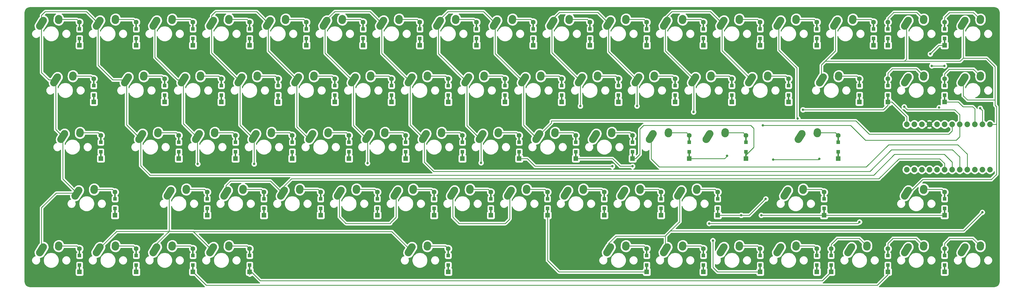
<source format=gbl>
%TF.GenerationSoftware,KiCad,Pcbnew,(5.1.6-0-10_14)*%
%TF.CreationDate,2020-08-01T01:29:04+08:00*%
%TF.ProjectId,K45.0,4b34352e-302e-46b6-9963-61645f706362,rev?*%
%TF.SameCoordinates,Original*%
%TF.FileFunction,Copper,L2,Bot*%
%TF.FilePolarity,Positive*%
%FSLAX46Y46*%
G04 Gerber Fmt 4.6, Leading zero omitted, Abs format (unit mm)*
G04 Created by KiCad (PCBNEW (5.1.6-0-10_14)) date 2020-08-01 01:29:04*
%MOMM*%
%LPD*%
G01*
G04 APERTURE LIST*
%TA.AperFunction,ComponentPad*%
%ADD10C,1.879600*%
%TD*%
%TA.AperFunction,Conductor*%
%ADD11R,0.500000X2.500000*%
%TD*%
%TA.AperFunction,ComponentPad*%
%ADD12C,1.600000*%
%TD*%
%TA.AperFunction,ComponentPad*%
%ADD13R,1.600000X1.600000*%
%TD*%
%TA.AperFunction,SMDPad,CuDef*%
%ADD14R,1.200000X1.200000*%
%TD*%
%TA.AperFunction,ViaPad*%
%ADD15C,0.800000*%
%TD*%
%TA.AperFunction,Conductor*%
%ADD16C,0.250000*%
%TD*%
%TA.AperFunction,Conductor*%
%ADD17C,0.254000*%
%TD*%
G04 APERTURE END LIST*
D10*
%TO.P,B1,1*%
%TO.N,/row6*%
X342106250Y-151923750D03*
%TO.P,B1,2*%
%TO.N,/row5*%
X344646250Y-151923750D03*
%TO.P,B1,3*%
%TO.N,Net-(B1-Pad3)*%
X347186250Y-151923750D03*
%TO.P,B1,4*%
%TO.N,GND*%
X349726250Y-151923750D03*
%TO.P,B1,5*%
%TO.N,/row0*%
X352266250Y-151923750D03*
%TO.P,B1,6*%
%TO.N,/row1*%
X354806250Y-151923750D03*
%TO.P,B1,7*%
%TO.N,/col4*%
X357346250Y-151923750D03*
%TO.P,B1,8*%
%TO.N,/row7*%
X359886250Y-151923750D03*
%TO.P,B1,9*%
%TO.N,/row3*%
X362426250Y-151923750D03*
%TO.P,B1,10*%
%TO.N,/row4*%
X364966250Y-151923750D03*
%TO.P,B1,11*%
%TO.N,/col1*%
X367506250Y-151923750D03*
%TO.P,B1,12*%
%TO.N,/col8*%
X370046250Y-151923750D03*
%TO.P,B1,13*%
%TO.N,/col7*%
X370046250Y-167163750D03*
%TO.P,B1,14*%
%TO.N,/col6*%
X367506250Y-167163750D03*
%TO.P,B1,15*%
%TO.N,/row2*%
X364966250Y-167163750D03*
%TO.P,B1,16*%
%TO.N,/col5*%
X362426250Y-167163750D03*
%TO.P,B1,17*%
%TO.N,/col3*%
X359886250Y-167163750D03*
%TO.P,B1,18*%
%TO.N,/col0*%
X357346250Y-167163750D03*
%TO.P,B1,19*%
%TO.N,/col2*%
X354806250Y-167163750D03*
%TO.P,B1,20*%
%TO.N,Net-(B1-Pad20)*%
X352266250Y-167163750D03*
%TO.P,B1,21*%
%TO.N,Net-(B1-Pad21)*%
X349726250Y-167163750D03*
%TO.P,B1,22*%
%TO.N,Net-(B1-Pad22)*%
X347186250Y-167163750D03*
%TO.P,B1,23*%
%TO.N,Net-(B1-Pad23)*%
X344646250Y-167163750D03*
%TO.P,B1,24*%
%TO.N,Net-(B1-Pad24)*%
X342106250Y-167163750D03*
%TD*%
%TO.P,K_PGDN1,1*%
%TO.N,/col8*%
%TA.AperFunction,ComponentPad*%
G36*
G01*
X359417549Y-137250941D02*
X360626473Y-135353310D01*
G75*
G02*
X362352337Y-134970696I1054239J-671625D01*
G01*
X362352337Y-134970696D01*
G75*
G02*
X362734951Y-136696560I-671625J-1054239D01*
G01*
X361526027Y-138594190D01*
G75*
G02*
X359800163Y-138976804I-1054239J671625D01*
G01*
X359800163Y-138976804D01*
G75*
G02*
X359417549Y-137250940I671625J1054239D01*
G01*
G37*
%TD.AperFunction*%
%TO.P,K_PGDN1,2*%
%TO.N,Net-(D_PGDN1-Pad2)*%
%TA.AperFunction,ComponentPad*%
G36*
G01*
X365584420Y-135908059D02*
X365623869Y-135329403D01*
G75*
G02*
X366955993Y-134167317I1247105J-85019D01*
G01*
X366955993Y-134167317D01*
G75*
G02*
X368118079Y-135499441I-85019J-1247105D01*
G01*
X368078631Y-136078097D01*
G75*
G02*
X366746507Y-137240183I-1247105J85019D01*
G01*
X366746507Y-137240183D01*
G75*
G02*
X365584421Y-135908059I85019J1247105D01*
G01*
G37*
%TD.AperFunction*%
%TD*%
%TO.P,K_ESC1,1*%
%TO.N,/col0*%
%TA.AperFunction,ComponentPad*%
G36*
G01*
X49855049Y-118200941D02*
X51063973Y-116303310D01*
G75*
G02*
X52789837Y-115920696I1054239J-671625D01*
G01*
X52789837Y-115920696D01*
G75*
G02*
X53172451Y-117646560I-671625J-1054239D01*
G01*
X51963527Y-119544190D01*
G75*
G02*
X50237663Y-119926804I-1054239J671625D01*
G01*
X50237663Y-119926804D01*
G75*
G02*
X49855049Y-118200940I671625J1054239D01*
G01*
G37*
%TD.AperFunction*%
%TO.P,K_ESC1,2*%
%TO.N,Net-(D_ESC1-Pad2)*%
%TA.AperFunction,ComponentPad*%
G36*
G01*
X56021920Y-116858059D02*
X56061369Y-116279403D01*
G75*
G02*
X57393493Y-115117317I1247105J-85019D01*
G01*
X57393493Y-115117317D01*
G75*
G02*
X58555579Y-116449441I-85019J-1247105D01*
G01*
X58516131Y-117028097D01*
G75*
G02*
X57184007Y-118190183I-1247105J85019D01*
G01*
X57184007Y-118190183D01*
G75*
G02*
X56021921Y-116858059I85019J1247105D01*
G01*
G37*
%TD.AperFunction*%
%TD*%
D11*
%TO.N,Net-(D_0-Pad2)*%
%TO.C,D_0*%
X254793750Y-118743750D03*
%TO.N,/row5*%
X254793750Y-124143750D03*
D12*
%TD*%
%TO.P,D_0,2*%
%TO.N,Net-(D_0-Pad2)*%
X254793750Y-117543750D03*
D13*
%TO.P,D_0,1*%
%TO.N,/row5*%
X254793750Y-125343750D03*
D14*
X254793750Y-123018750D03*
%TO.P,D_0,2*%
%TO.N,Net-(D_0-Pad2)*%
X254793750Y-119868750D03*
%TD*%
D11*
%TO.N,Net-(D_1-Pad2)*%
%TO.C,D_1*%
X83343750Y-118743750D03*
%TO.N,/row5*%
X83343750Y-124143750D03*
D12*
%TD*%
%TO.P,D_1,2*%
%TO.N,Net-(D_1-Pad2)*%
X83343750Y-117543750D03*
D13*
%TO.P,D_1,1*%
%TO.N,/row5*%
X83343750Y-125343750D03*
D14*
X83343750Y-123018750D03*
%TO.P,D_1,2*%
%TO.N,Net-(D_1-Pad2)*%
X83343750Y-119868750D03*
%TD*%
D11*
%TO.N,Net-(D_2-Pad2)*%
%TO.C,D_2*%
X102393750Y-118743750D03*
%TO.N,/row0*%
X102393750Y-124143750D03*
D12*
%TD*%
%TO.P,D_2,2*%
%TO.N,Net-(D_2-Pad2)*%
X102393750Y-117543750D03*
D13*
%TO.P,D_2,1*%
%TO.N,/row0*%
X102393750Y-125343750D03*
D14*
X102393750Y-123018750D03*
%TO.P,D_2,2*%
%TO.N,Net-(D_2-Pad2)*%
X102393750Y-119868750D03*
%TD*%
D11*
%TO.N,Net-(D_3-Pad2)*%
%TO.C,D_3*%
X121443750Y-118743750D03*
%TO.N,/row0*%
X121443750Y-124143750D03*
D12*
%TD*%
%TO.P,D_3,2*%
%TO.N,Net-(D_3-Pad2)*%
X121443750Y-117543750D03*
D13*
%TO.P,D_3,1*%
%TO.N,/row0*%
X121443750Y-125343750D03*
D14*
X121443750Y-123018750D03*
%TO.P,D_3,2*%
%TO.N,Net-(D_3-Pad2)*%
X121443750Y-119868750D03*
%TD*%
D11*
%TO.N,Net-(D_4-Pad2)*%
%TO.C,D_4*%
X140493750Y-118743750D03*
%TO.N,/row5*%
X140493750Y-124143750D03*
D12*
%TD*%
%TO.P,D_4,2*%
%TO.N,Net-(D_4-Pad2)*%
X140493750Y-117543750D03*
D13*
%TO.P,D_4,1*%
%TO.N,/row5*%
X140493750Y-125343750D03*
D14*
X140493750Y-123018750D03*
%TO.P,D_4,2*%
%TO.N,Net-(D_4-Pad2)*%
X140493750Y-119868750D03*
%TD*%
D11*
%TO.N,Net-(D_5-Pad2)*%
%TO.C,D_5*%
X159543750Y-118743750D03*
%TO.N,/row0*%
X159543750Y-124143750D03*
D12*
%TD*%
%TO.P,D_5,2*%
%TO.N,Net-(D_5-Pad2)*%
X159543750Y-117543750D03*
D13*
%TO.P,D_5,1*%
%TO.N,/row0*%
X159543750Y-125343750D03*
D14*
X159543750Y-123018750D03*
%TO.P,D_5,2*%
%TO.N,Net-(D_5-Pad2)*%
X159543750Y-119868750D03*
%TD*%
D11*
%TO.N,Net-(D_6-Pad2)*%
%TO.C,D_6*%
X178593750Y-118743750D03*
%TO.N,/row5*%
X178593750Y-124143750D03*
D12*
%TD*%
%TO.P,D_6,2*%
%TO.N,Net-(D_6-Pad2)*%
X178593750Y-117543750D03*
D13*
%TO.P,D_6,1*%
%TO.N,/row5*%
X178593750Y-125343750D03*
D14*
X178593750Y-123018750D03*
%TO.P,D_6,2*%
%TO.N,Net-(D_6-Pad2)*%
X178593750Y-119868750D03*
%TD*%
D11*
%TO.N,Net-(D_7-Pad2)*%
%TO.C,D_7*%
X197643750Y-118743750D03*
%TO.N,/row0*%
X197643750Y-124143750D03*
D12*
%TD*%
%TO.P,D_7,2*%
%TO.N,Net-(D_7-Pad2)*%
X197643750Y-117543750D03*
D13*
%TO.P,D_7,1*%
%TO.N,/row0*%
X197643750Y-125343750D03*
D14*
X197643750Y-123018750D03*
%TO.P,D_7,2*%
%TO.N,Net-(D_7-Pad2)*%
X197643750Y-119868750D03*
%TD*%
D11*
%TO.N,Net-(D_8-Pad2)*%
%TO.C,D_8*%
X216693750Y-118743750D03*
%TO.N,/row5*%
X216693750Y-124143750D03*
D12*
%TD*%
%TO.P,D_8,2*%
%TO.N,Net-(D_8-Pad2)*%
X216693750Y-117543750D03*
D13*
%TO.P,D_8,1*%
%TO.N,/row5*%
X216693750Y-125343750D03*
D14*
X216693750Y-123018750D03*
%TO.P,D_8,2*%
%TO.N,Net-(D_8-Pad2)*%
X216693750Y-119868750D03*
%TD*%
D11*
%TO.N,Net-(D_9-Pad2)*%
%TO.C,D_9*%
X235743750Y-118743750D03*
%TO.N,/row0*%
X235743750Y-124143750D03*
D12*
%TD*%
%TO.P,D_9,2*%
%TO.N,Net-(D_9-Pad2)*%
X235743750Y-117543750D03*
D13*
%TO.P,D_9,1*%
%TO.N,/row0*%
X235743750Y-125343750D03*
D14*
X235743750Y-123018750D03*
%TO.P,D_9,2*%
%TO.N,Net-(D_9-Pad2)*%
X235743750Y-119868750D03*
%TD*%
D11*
%TO.N,Net-(D_A1-Pad2)*%
%TO.C,D_A1*%
X97631250Y-156843750D03*
%TO.N,/row7*%
X97631250Y-162243750D03*
D12*
%TD*%
%TO.P,D_A1,2*%
%TO.N,Net-(D_A1-Pad2)*%
X97631250Y-155643750D03*
D13*
%TO.P,D_A1,1*%
%TO.N,/row7*%
X97631250Y-163443750D03*
D14*
X97631250Y-161118750D03*
%TO.P,D_A1,2*%
%TO.N,Net-(D_A1-Pad2)*%
X97631250Y-157968750D03*
%TD*%
%TO.P,D_B1,2*%
%TO.N,Net-(D_B1-Pad2)*%
X183356250Y-177018750D03*
%TO.P,D_B1,1*%
%TO.N,/row4*%
X183356250Y-180168750D03*
D13*
X183356250Y-182493750D03*
D12*
%TO.P,D_B1,2*%
%TO.N,Net-(D_B1-Pad2)*%
X183356250Y-174693750D03*
D11*
%TD*%
%TO.N,/row4*%
%TO.C,D_B1*%
X183356250Y-181293750D03*
%TO.N,Net-(D_B1-Pad2)*%
%TO.C,D_B1*%
X183356250Y-175893750D03*
%TD*%
%TO.N,Net-(D_backslash1-Pad2)*%
%TO.C,D_backslash1*%
X326231250Y-137793750D03*
%TO.N,/row1*%
X326231250Y-143193750D03*
D12*
%TD*%
%TO.P,D_backslash1,2*%
%TO.N,Net-(D_backslash1-Pad2)*%
X326231250Y-136593750D03*
D13*
%TO.P,D_backslash1,1*%
%TO.N,/row1*%
X326231250Y-144393750D03*
D14*
X326231250Y-142068750D03*
%TO.P,D_backslash1,2*%
%TO.N,Net-(D_backslash1-Pad2)*%
X326231250Y-138918750D03*
%TD*%
%TO.P,D_C1,2*%
%TO.N,Net-(D_C1-Pad2)*%
X145256250Y-177018750D03*
%TO.P,D_C1,1*%
%TO.N,/row4*%
X145256250Y-180168750D03*
D13*
X145256250Y-182493750D03*
D12*
%TO.P,D_C1,2*%
%TO.N,Net-(D_C1-Pad2)*%
X145256250Y-174693750D03*
D11*
%TD*%
%TO.N,/row4*%
%TO.C,D_C1*%
X145256250Y-181293750D03*
%TO.N,Net-(D_C1-Pad2)*%
%TO.C,D_C1*%
X145256250Y-175893750D03*
%TD*%
%TO.N,Net-(D_CAPLK1-Pad2)*%
%TO.C,D_CAPLK1*%
X71437500Y-156843750D03*
%TO.N,/row2*%
X71437500Y-162243750D03*
D12*
%TD*%
%TO.P,D_CAPLK1,2*%
%TO.N,Net-(D_CAPLK1-Pad2)*%
X71437500Y-155643750D03*
D13*
%TO.P,D_CAPLK1,1*%
%TO.N,/row2*%
X71437500Y-163443750D03*
D14*
X71437500Y-161118750D03*
%TO.P,D_CAPLK1,2*%
%TO.N,Net-(D_CAPLK1-Pad2)*%
X71437500Y-157968750D03*
%TD*%
%TO.P,D_comma1,2*%
%TO.N,Net-(D_comma1-Pad2)*%
X240506250Y-177018750D03*
%TO.P,D_comma1,1*%
%TO.N,/row3*%
X240506250Y-180168750D03*
D13*
X240506250Y-182493750D03*
D12*
%TO.P,D_comma1,2*%
%TO.N,Net-(D_comma1-Pad2)*%
X240506250Y-174693750D03*
D11*
%TD*%
%TO.N,/row3*%
%TO.C,D_comma1*%
X240506250Y-181293750D03*
%TO.N,Net-(D_comma1-Pad2)*%
%TO.C,D_comma1*%
X240506250Y-175893750D03*
%TD*%
D14*
%TO.P,D_D1,2*%
%TO.N,Net-(D_D1-Pad2)*%
X135731250Y-157968750D03*
%TO.P,D_D1,1*%
%TO.N,/row2*%
X135731250Y-161118750D03*
D13*
X135731250Y-163443750D03*
D12*
%TO.P,D_D1,2*%
%TO.N,Net-(D_D1-Pad2)*%
X135731250Y-155643750D03*
D11*
%TD*%
%TO.N,/row2*%
%TO.C,D_D1*%
X135731250Y-162243750D03*
%TO.N,Net-(D_D1-Pad2)*%
%TO.C,D_D1*%
X135731250Y-156843750D03*
%TD*%
%TO.N,Net-(D_DEL1-Pad2)*%
%TO.C,D_DEL1*%
X330993750Y-118743750D03*
%TO.N,/row0*%
X330993750Y-124143750D03*
D12*
%TD*%
%TO.P,D_DEL1,2*%
%TO.N,Net-(D_DEL1-Pad2)*%
X330993750Y-117543750D03*
D13*
%TO.P,D_DEL1,1*%
%TO.N,/row0*%
X330993750Y-125343750D03*
D14*
X330993750Y-123018750D03*
%TO.P,D_DEL1,2*%
%TO.N,Net-(D_DEL1-Pad2)*%
X330993750Y-119868750D03*
%TD*%
%TO.P,D_DN1,2*%
%TO.N,Net-(D_DN1-Pad2)*%
X335756250Y-196068750D03*
%TO.P,D_DN1,1*%
%TO.N,/row6*%
X335756250Y-199218750D03*
D13*
X335756250Y-201543750D03*
D12*
%TO.P,D_DN1,2*%
%TO.N,Net-(D_DN1-Pad2)*%
X335756250Y-193743750D03*
D11*
%TD*%
%TO.N,/row6*%
%TO.C,D_DN1*%
X335756250Y-200343750D03*
%TO.N,Net-(D_DN1-Pad2)*%
%TO.C,D_DN1*%
X335756250Y-194943750D03*
%TD*%
D14*
%TO.P,D_dot1,2*%
%TO.N,Net-(D_dot1-Pad2)*%
X259556250Y-177018750D03*
%TO.P,D_dot1,1*%
%TO.N,/row4*%
X259556250Y-180168750D03*
D13*
X259556250Y-182493750D03*
D12*
%TO.P,D_dot1,2*%
%TO.N,Net-(D_dot1-Pad2)*%
X259556250Y-174693750D03*
D11*
%TD*%
%TO.N,/row4*%
%TO.C,D_dot1*%
X259556250Y-181293750D03*
%TO.N,Net-(D_dot1-Pad2)*%
%TO.C,D_dot1*%
X259556250Y-175893750D03*
%TD*%
%TO.N,Net-(D_E1-Pad2)*%
%TO.C,D_E1*%
X130968750Y-137793750D03*
%TO.N,/row1*%
X130968750Y-143193750D03*
D12*
%TD*%
%TO.P,D_E1,2*%
%TO.N,Net-(D_E1-Pad2)*%
X130968750Y-136593750D03*
D13*
%TO.P,D_E1,1*%
%TO.N,/row1*%
X130968750Y-144393750D03*
D14*
X130968750Y-142068750D03*
%TO.P,D_E1,2*%
%TO.N,Net-(D_E1-Pad2)*%
X130968750Y-138918750D03*
%TD*%
D11*
%TO.N,Net-(D_END1-Pad2)*%
%TO.C,D_END1*%
X335756250Y-137793750D03*
%TO.N,/row6*%
X335756250Y-143193750D03*
D12*
%TD*%
%TO.P,D_END1,2*%
%TO.N,Net-(D_END1-Pad2)*%
X335756250Y-136593750D03*
D13*
%TO.P,D_END1,1*%
%TO.N,/row6*%
X335756250Y-144393750D03*
D14*
X335756250Y-142068750D03*
%TO.P,D_END1,2*%
%TO.N,Net-(D_END1-Pad2)*%
X335756250Y-138918750D03*
%TD*%
%TO.P,D_ENTER1,2*%
%TO.N,Net-(D_ENTER1-Pad2)*%
X319087500Y-157968750D03*
%TO.P,D_ENTER1,1*%
%TO.N,/row1*%
X319087500Y-161118750D03*
D13*
X319087500Y-163443750D03*
D12*
%TO.P,D_ENTER1,2*%
%TO.N,Net-(D_ENTER1-Pad2)*%
X319087500Y-155643750D03*
D11*
%TD*%
%TO.N,/row1*%
%TO.C,D_ENTER1*%
X319087500Y-162243750D03*
%TO.N,Net-(D_ENTER1-Pad2)*%
%TO.C,D_ENTER1*%
X319087500Y-156843750D03*
%TD*%
%TO.N,Net-(D_ESC1-Pad2)*%
%TO.C,D_ESC1*%
X64293750Y-118743750D03*
%TO.N,/row0*%
X64293750Y-124143750D03*
D12*
%TD*%
%TO.P,D_ESC1,2*%
%TO.N,Net-(D_ESC1-Pad2)*%
X64293750Y-117543750D03*
D13*
%TO.P,D_ESC1,1*%
%TO.N,/row0*%
X64293750Y-125343750D03*
D14*
X64293750Y-123018750D03*
%TO.P,D_ESC1,2*%
%TO.N,Net-(D_ESC1-Pad2)*%
X64293750Y-119868750D03*
%TD*%
%TO.P,D_F1,2*%
%TO.N,Net-(D_F1-Pad2)*%
X154781250Y-157968750D03*
%TO.P,D_F1,1*%
%TO.N,/row7*%
X154781250Y-161118750D03*
D13*
X154781250Y-163443750D03*
D12*
%TO.P,D_F1,2*%
%TO.N,Net-(D_F1-Pad2)*%
X154781250Y-155643750D03*
D11*
%TD*%
%TO.N,/row7*%
%TO.C,D_F1*%
X154781250Y-162243750D03*
%TO.N,Net-(D_F1-Pad2)*%
%TO.C,D_F1*%
X154781250Y-156843750D03*
%TD*%
D14*
%TO.P,D_G1,2*%
%TO.N,Net-(D_G1-Pad2)*%
X173831250Y-157968750D03*
%TO.P,D_G1,1*%
%TO.N,/row2*%
X173831250Y-161118750D03*
D13*
X173831250Y-163443750D03*
D12*
%TO.P,D_G1,2*%
%TO.N,Net-(D_G1-Pad2)*%
X173831250Y-155643750D03*
D11*
%TD*%
%TO.N,/row2*%
%TO.C,D_G1*%
X173831250Y-162243750D03*
%TO.N,Net-(D_G1-Pad2)*%
%TO.C,D_G1*%
X173831250Y-156843750D03*
%TD*%
D14*
%TO.P,D_H1,2*%
%TO.N,Net-(D_H1-Pad2)*%
X192881250Y-157968750D03*
%TO.P,D_H1,1*%
%TO.N,/row7*%
X192881250Y-161118750D03*
D13*
X192881250Y-163443750D03*
D12*
%TO.P,D_H1,2*%
%TO.N,Net-(D_H1-Pad2)*%
X192881250Y-155643750D03*
D11*
%TD*%
%TO.N,/row7*%
%TO.C,D_H1*%
X192881250Y-162243750D03*
%TO.N,Net-(D_H1-Pad2)*%
%TO.C,D_H1*%
X192881250Y-156843750D03*
%TD*%
%TO.N,Net-(D_HOME1-Pad2)*%
%TO.C,D_HOME1*%
X335756250Y-118743750D03*
%TO.N,/row5*%
X335756250Y-124143750D03*
D12*
%TD*%
%TO.P,D_HOME1,2*%
%TO.N,Net-(D_HOME1-Pad2)*%
X335756250Y-117543750D03*
D13*
%TO.P,D_HOME1,1*%
%TO.N,/row5*%
X335756250Y-125343750D03*
D14*
X335756250Y-123018750D03*
%TO.P,D_HOME1,2*%
%TO.N,Net-(D_HOME1-Pad2)*%
X335756250Y-119868750D03*
%TD*%
D11*
%TO.N,Net-(D_I1-Pad2)*%
%TO.C,D_I1*%
X226218750Y-137793750D03*
%TO.N,/row6*%
X226218750Y-143193750D03*
D12*
%TD*%
%TO.P,D_I1,2*%
%TO.N,Net-(D_I1-Pad2)*%
X226218750Y-136593750D03*
D13*
%TO.P,D_I1,1*%
%TO.N,/row6*%
X226218750Y-144393750D03*
D14*
X226218750Y-142068750D03*
%TO.P,D_I1,2*%
%TO.N,Net-(D_I1-Pad2)*%
X226218750Y-138918750D03*
%TD*%
%TO.P,D_J1,2*%
%TO.N,Net-(D_J1-Pad2)*%
X211931250Y-157968750D03*
%TO.P,D_J1,1*%
%TO.N,/row2*%
X211931250Y-161118750D03*
D13*
X211931250Y-163443750D03*
D12*
%TO.P,D_J1,2*%
%TO.N,Net-(D_J1-Pad2)*%
X211931250Y-155643750D03*
D11*
%TD*%
%TO.N,/row2*%
%TO.C,D_J1*%
X211931250Y-162243750D03*
%TO.N,Net-(D_J1-Pad2)*%
%TO.C,D_J1*%
X211931250Y-156843750D03*
%TD*%
D14*
%TO.P,D_K1,2*%
%TO.N,Net-(D_K1-Pad2)*%
X230981250Y-157968750D03*
%TO.P,D_K1,1*%
%TO.N,/row7*%
X230981250Y-161118750D03*
D13*
X230981250Y-163443750D03*
D12*
%TO.P,D_K1,2*%
%TO.N,Net-(D_K1-Pad2)*%
X230981250Y-155643750D03*
D11*
%TD*%
%TO.N,/row7*%
%TO.C,D_K1*%
X230981250Y-162243750D03*
%TO.N,Net-(D_K1-Pad2)*%
%TO.C,D_K1*%
X230981250Y-156843750D03*
%TD*%
D14*
%TO.P,D_L1,2*%
%TO.N,Net-(D_L1-Pad2)*%
X250031250Y-157968750D03*
%TO.P,D_L1,1*%
%TO.N,/row2*%
X250031250Y-161118750D03*
D13*
X250031250Y-163443750D03*
D12*
%TO.P,D_L1,2*%
%TO.N,Net-(D_L1-Pad2)*%
X250031250Y-155643750D03*
D11*
%TD*%
%TO.N,/row2*%
%TO.C,D_L1*%
X250031250Y-162243750D03*
%TO.N,Net-(D_L1-Pad2)*%
%TO.C,D_L1*%
X250031250Y-156843750D03*
%TD*%
D14*
%TO.P,D_LALT1,2*%
%TO.N,Net-(D_LALT1-Pad2)*%
X102393750Y-196068750D03*
%TO.P,D_LALT1,1*%
%TO.N,/row6*%
X102393750Y-199218750D03*
D13*
X102393750Y-201543750D03*
D12*
%TO.P,D_LALT1,2*%
%TO.N,Net-(D_LALT1-Pad2)*%
X102393750Y-193743750D03*
D11*
%TD*%
%TO.N,/row6*%
%TO.C,D_LALT1*%
X102393750Y-200343750D03*
%TO.N,Net-(D_LALT1-Pad2)*%
%TO.C,D_LALT1*%
X102393750Y-194943750D03*
%TD*%
D14*
%TO.P,D_LCMD1,2*%
%TO.N,Net-(D_LCMD1-Pad2)*%
X121443750Y-196068750D03*
%TO.P,D_LCMD1,1*%
%TO.N,/row5*%
X121443750Y-199218750D03*
D13*
X121443750Y-201543750D03*
D12*
%TO.P,D_LCMD1,2*%
%TO.N,Net-(D_LCMD1-Pad2)*%
X121443750Y-193743750D03*
D11*
%TD*%
%TO.N,/row5*%
%TO.C,D_LCMD1*%
X121443750Y-200343750D03*
%TO.N,Net-(D_LCMD1-Pad2)*%
%TO.C,D_LCMD1*%
X121443750Y-194943750D03*
%TD*%
D14*
%TO.P,D_LCTRL1,2*%
%TO.N,Net-(D_LCTRL1-Pad2)*%
X83343750Y-196068750D03*
%TO.P,D_LCTRL1,1*%
%TO.N,/row4*%
X83343750Y-199218750D03*
D13*
X83343750Y-201543750D03*
D12*
%TO.P,D_LCTRL1,2*%
%TO.N,Net-(D_LCTRL1-Pad2)*%
X83343750Y-193743750D03*
D11*
%TD*%
%TO.N,/row4*%
%TO.C,D_LCTRL1*%
X83343750Y-200343750D03*
%TO.N,Net-(D_LCTRL1-Pad2)*%
%TO.C,D_LCTRL1*%
X83343750Y-194943750D03*
%TD*%
%TO.N,Net-(D_leftsquare1-Pad2)*%
%TO.C,D_leftsquare1*%
X283368750Y-137793750D03*
%TO.N,/row1*%
X283368750Y-143193750D03*
D12*
%TD*%
%TO.P,D_leftsquare1,2*%
%TO.N,Net-(D_leftsquare1-Pad2)*%
X283368750Y-136593750D03*
D13*
%TO.P,D_leftsquare1,1*%
%TO.N,/row1*%
X283368750Y-144393750D03*
D14*
X283368750Y-142068750D03*
%TO.P,D_leftsquare1,2*%
%TO.N,Net-(D_leftsquare1-Pad2)*%
X283368750Y-138918750D03*
%TD*%
%TO.P,D_LFN1,2*%
%TO.N,Net-(D_LFN1-Pad2)*%
X64293750Y-196068750D03*
%TO.P,D_LFN1,1*%
%TO.N,/row4*%
X64293750Y-199218750D03*
D13*
X64293750Y-201543750D03*
D12*
%TO.P,D_LFN1,2*%
%TO.N,Net-(D_LFN1-Pad2)*%
X64293750Y-193743750D03*
D11*
%TD*%
%TO.N,/row4*%
%TO.C,D_LFN1*%
X64293750Y-200343750D03*
%TO.N,Net-(D_LFN1-Pad2)*%
%TO.C,D_LFN1*%
X64293750Y-194943750D03*
%TD*%
D14*
%TO.P,D_LIFT1,2*%
%TO.N,Net-(D_LIFT1-Pad2)*%
X292893750Y-196068750D03*
%TO.P,D_LIFT1,1*%
%TO.N,/row3*%
X292893750Y-199218750D03*
D13*
X292893750Y-201543750D03*
D12*
%TO.P,D_LIFT1,2*%
%TO.N,Net-(D_LIFT1-Pad2)*%
X292893750Y-193743750D03*
D11*
%TD*%
%TO.N,/row3*%
%TO.C,D_LIFT1*%
X292893750Y-200343750D03*
%TO.N,Net-(D_LIFT1-Pad2)*%
%TO.C,D_LIFT1*%
X292893750Y-194943750D03*
%TD*%
D14*
%TO.P,D_LSHIFT1,2*%
%TO.N,Net-(D_LSHIFT1-Pad2)*%
X76200000Y-177018750D03*
%TO.P,D_LSHIFT1,1*%
%TO.N,/row3*%
X76200000Y-180168750D03*
D13*
X76200000Y-182493750D03*
D12*
%TO.P,D_LSHIFT1,2*%
%TO.N,Net-(D_LSHIFT1-Pad2)*%
X76200000Y-174693750D03*
D11*
%TD*%
%TO.N,/row3*%
%TO.C,D_LSHIFT1*%
X76200000Y-181293750D03*
%TO.N,Net-(D_LSHIFT1-Pad2)*%
%TO.C,D_LSHIFT1*%
X76200000Y-175893750D03*
%TD*%
D14*
%TO.P,D_LT1,2*%
%TO.N,Net-(D_LT1-Pad2)*%
X316706250Y-196068750D03*
%TO.P,D_LT1,1*%
%TO.N,/row5*%
X316706250Y-199218750D03*
D13*
X316706250Y-201543750D03*
D12*
%TO.P,D_LT1,2*%
%TO.N,Net-(D_LT1-Pad2)*%
X316706250Y-193743750D03*
D11*
%TD*%
%TO.N,/row5*%
%TO.C,D_LT1*%
X316706250Y-200343750D03*
%TO.N,Net-(D_LT1-Pad2)*%
%TO.C,D_LT1*%
X316706250Y-194943750D03*
%TD*%
D14*
%TO.P,D_M1,2*%
%TO.N,Net-(D_M1-Pad2)*%
X221456250Y-177018750D03*
%TO.P,D_M1,1*%
%TO.N,/row4*%
X221456250Y-180168750D03*
D13*
X221456250Y-182493750D03*
D12*
%TO.P,D_M1,2*%
%TO.N,Net-(D_M1-Pad2)*%
X221456250Y-174693750D03*
D11*
%TD*%
%TO.N,/row4*%
%TO.C,D_M1*%
X221456250Y-181293750D03*
%TO.N,Net-(D_M1-Pad2)*%
%TO.C,D_M1*%
X221456250Y-175893750D03*
%TD*%
%TO.N,Net-(D_minus1-Pad2)*%
%TO.C,D_minus1*%
X273843750Y-118743750D03*
%TO.N,/row0*%
X273843750Y-124143750D03*
D12*
%TD*%
%TO.P,D_minus1,2*%
%TO.N,Net-(D_minus1-Pad2)*%
X273843750Y-117543750D03*
D13*
%TO.P,D_minus1,1*%
%TO.N,/row0*%
X273843750Y-125343750D03*
D14*
X273843750Y-123018750D03*
%TO.P,D_minus1,2*%
%TO.N,Net-(D_minus1-Pad2)*%
X273843750Y-119868750D03*
%TD*%
%TO.P,D_N1,2*%
%TO.N,Net-(D_N1-Pad2)*%
X202406250Y-177018750D03*
%TO.P,D_N1,1*%
%TO.N,/row3*%
X202406250Y-180168750D03*
D13*
X202406250Y-182493750D03*
D12*
%TO.P,D_N1,2*%
%TO.N,Net-(D_N1-Pad2)*%
X202406250Y-174693750D03*
D11*
%TD*%
%TO.N,/row3*%
%TO.C,D_N1*%
X202406250Y-181293750D03*
%TO.N,Net-(D_N1-Pad2)*%
%TO.C,D_N1*%
X202406250Y-175893750D03*
%TD*%
%TO.N,Net-(D_O1-Pad2)*%
%TO.C,D_O1*%
X245268750Y-137793750D03*
%TO.N,/row1*%
X245268750Y-143193750D03*
D12*
%TD*%
%TO.P,D_O1,2*%
%TO.N,Net-(D_O1-Pad2)*%
X245268750Y-136593750D03*
D13*
%TO.P,D_O1,1*%
%TO.N,/row1*%
X245268750Y-144393750D03*
D14*
X245268750Y-142068750D03*
%TO.P,D_O1,2*%
%TO.N,Net-(D_O1-Pad2)*%
X245268750Y-138918750D03*
%TD*%
D11*
%TO.N,Net-(D_P1-Pad2)*%
%TO.C,D_P1*%
X264318750Y-137793750D03*
%TO.N,/row6*%
X264318750Y-143193750D03*
D12*
%TD*%
%TO.P,D_P1,2*%
%TO.N,Net-(D_P1-Pad2)*%
X264318750Y-136593750D03*
D13*
%TO.P,D_P1,1*%
%TO.N,/row6*%
X264318750Y-144393750D03*
D14*
X264318750Y-142068750D03*
%TO.P,D_P1,2*%
%TO.N,Net-(D_P1-Pad2)*%
X264318750Y-138918750D03*
%TD*%
D11*
%TO.N,Net-(D_PGDN1-Pad2)*%
%TO.C,D_PGDN1*%
X354806250Y-137793750D03*
%TO.N,/row4*%
X354806250Y-143193750D03*
D12*
%TD*%
%TO.P,D_PGDN1,2*%
%TO.N,Net-(D_PGDN1-Pad2)*%
X354806250Y-136593750D03*
D13*
%TO.P,D_PGDN1,1*%
%TO.N,/row4*%
X354806250Y-144393750D03*
D14*
X354806250Y-142068750D03*
%TO.P,D_PGDN1,2*%
%TO.N,Net-(D_PGDN1-Pad2)*%
X354806250Y-138918750D03*
%TD*%
D11*
%TO.N,Net-(D_PGUP1-Pad2)*%
%TO.C,D_PGUP1*%
X354806250Y-118743750D03*
%TO.N,/row7*%
X354806250Y-124143750D03*
D12*
%TD*%
%TO.P,D_PGUP1,2*%
%TO.N,Net-(D_PGUP1-Pad2)*%
X354806250Y-117543750D03*
D13*
%TO.P,D_PGUP1,1*%
%TO.N,/row7*%
X354806250Y-125343750D03*
D14*
X354806250Y-123018750D03*
%TO.P,D_PGUP1,2*%
%TO.N,Net-(D_PGUP1-Pad2)*%
X354806250Y-119868750D03*
%TD*%
D11*
%TO.N,Net-(D_plus1-Pad2)*%
%TO.C,D_plus1*%
X292893750Y-118743750D03*
%TO.N,/row5*%
X292893750Y-124143750D03*
D12*
%TD*%
%TO.P,D_plus1,2*%
%TO.N,Net-(D_plus1-Pad2)*%
X292893750Y-117543750D03*
D13*
%TO.P,D_plus1,1*%
%TO.N,/row5*%
X292893750Y-125343750D03*
D14*
X292893750Y-123018750D03*
%TO.P,D_plus1,2*%
%TO.N,Net-(D_plus1-Pad2)*%
X292893750Y-119868750D03*
%TD*%
D11*
%TO.N,Net-(D_Q1-Pad2)*%
%TO.C,D_Q1*%
X92868750Y-137793750D03*
%TO.N,/row6*%
X92868750Y-143193750D03*
D12*
%TD*%
%TO.P,D_Q1,2*%
%TO.N,Net-(D_Q1-Pad2)*%
X92868750Y-136593750D03*
D13*
%TO.P,D_Q1,1*%
%TO.N,/row6*%
X92868750Y-144393750D03*
D14*
X92868750Y-142068750D03*
%TO.P,D_Q1,2*%
%TO.N,Net-(D_Q1-Pad2)*%
X92868750Y-138918750D03*
%TD*%
%TO.P,D_quote1,2*%
%TO.N,Net-(D_quote1-Pad2)*%
X288131250Y-157968750D03*
%TO.P,D_quote1,1*%
%TO.N,/row2*%
X288131250Y-161118750D03*
D13*
X288131250Y-163443750D03*
D12*
%TO.P,D_quote1,2*%
%TO.N,Net-(D_quote1-Pad2)*%
X288131250Y-155643750D03*
D11*
%TD*%
%TO.N,/row2*%
%TO.C,D_quote1*%
X288131250Y-162243750D03*
%TO.N,Net-(D_quote1-Pad2)*%
%TO.C,D_quote1*%
X288131250Y-156843750D03*
%TD*%
%TO.N,Net-(D_R1-Pad2)*%
%TO.C,D_R1*%
X150018750Y-137793750D03*
%TO.N,/row6*%
X150018750Y-143193750D03*
D12*
%TD*%
%TO.P,D_R1,2*%
%TO.N,Net-(D_R1-Pad2)*%
X150018750Y-136593750D03*
D13*
%TO.P,D_R1,1*%
%TO.N,/row6*%
X150018750Y-144393750D03*
D14*
X150018750Y-142068750D03*
%TO.P,D_R1,2*%
%TO.N,Net-(D_R1-Pad2)*%
X150018750Y-138918750D03*
%TD*%
%TO.P,D_RALT1,2*%
%TO.N,Net-(D_RALT1-Pad2)*%
X273843750Y-196068750D03*
%TO.P,D_RALT1,1*%
%TO.N,/row7*%
X273843750Y-199218750D03*
D13*
X273843750Y-201543750D03*
D12*
%TO.P,D_RALT1,2*%
%TO.N,Net-(D_RALT1-Pad2)*%
X273843750Y-193743750D03*
D11*
%TD*%
%TO.N,/row7*%
%TO.C,D_RALT1*%
X273843750Y-200343750D03*
%TO.N,Net-(D_RALT1-Pad2)*%
%TO.C,D_RALT1*%
X273843750Y-194943750D03*
%TD*%
D14*
%TO.P,D_RCMD1,2*%
%TO.N,Net-(D_RCMD1-Pad2)*%
X254793750Y-196068750D03*
%TO.P,D_RCMD1,1*%
%TO.N,/row4*%
X254793750Y-199218750D03*
D13*
X254793750Y-201543750D03*
D12*
%TO.P,D_RCMD1,2*%
%TO.N,Net-(D_RCMD1-Pad2)*%
X254793750Y-193743750D03*
D11*
%TD*%
%TO.N,/row4*%
%TO.C,D_RCMD1*%
X254793750Y-200343750D03*
%TO.N,Net-(D_RCMD1-Pad2)*%
%TO.C,D_RCMD1*%
X254793750Y-194943750D03*
%TD*%
D14*
%TO.P,D_RFN1,2*%
%TO.N,Net-(D_RFN1-Pad2)*%
X311943750Y-196068750D03*
%TO.P,D_RFN1,1*%
%TO.N,/row4*%
X311943750Y-199218750D03*
D13*
X311943750Y-201543750D03*
D12*
%TO.P,D_RFN1,2*%
%TO.N,Net-(D_RFN1-Pad2)*%
X311943750Y-193743750D03*
D11*
%TD*%
%TO.N,/row4*%
%TO.C,D_RFN1*%
X311943750Y-200343750D03*
%TO.N,Net-(D_RFN1-Pad2)*%
%TO.C,D_RFN1*%
X311943750Y-194943750D03*
%TD*%
%TO.N,Net-(D_rightsquare1-Pad2)*%
%TO.C,D_rightsquare1*%
X302418750Y-137793750D03*
%TO.N,/row6*%
X302418750Y-143193750D03*
D12*
%TD*%
%TO.P,D_rightsquare1,2*%
%TO.N,Net-(D_rightsquare1-Pad2)*%
X302418750Y-136593750D03*
D13*
%TO.P,D_rightsquare1,1*%
%TO.N,/row6*%
X302418750Y-144393750D03*
D14*
X302418750Y-142068750D03*
%TO.P,D_rightsquare1,2*%
%TO.N,Net-(D_rightsquare1-Pad2)*%
X302418750Y-138918750D03*
%TD*%
%TO.P,D_RSHIFT1,2*%
%TO.N,Net-(D_RSHIFT1-Pad2)*%
X314325000Y-177018750D03*
%TO.P,D_RSHIFT1,1*%
%TO.N,/row2*%
X314325000Y-180168750D03*
D13*
X314325000Y-182493750D03*
D12*
%TO.P,D_RSHIFT1,2*%
%TO.N,Net-(D_RSHIFT1-Pad2)*%
X314325000Y-174693750D03*
D11*
%TD*%
%TO.N,/row2*%
%TO.C,D_RSHIFT1*%
X314325000Y-181293750D03*
%TO.N,Net-(D_RSHIFT1-Pad2)*%
%TO.C,D_RSHIFT1*%
X314325000Y-175893750D03*
%TD*%
D14*
%TO.P,D_RT1,2*%
%TO.N,Net-(D_RT1-Pad2)*%
X354806250Y-196068750D03*
%TO.P,D_RT1,1*%
%TO.N,/row7*%
X354806250Y-199218750D03*
D13*
X354806250Y-201543750D03*
D12*
%TO.P,D_RT1,2*%
%TO.N,Net-(D_RT1-Pad2)*%
X354806250Y-193743750D03*
D11*
%TD*%
%TO.N,/row7*%
%TO.C,D_RT1*%
X354806250Y-200343750D03*
%TO.N,Net-(D_RT1-Pad2)*%
%TO.C,D_RT1*%
X354806250Y-194943750D03*
%TD*%
D14*
%TO.P,D_S1,2*%
%TO.N,Net-(D_S1-Pad2)*%
X116681250Y-157968750D03*
%TO.P,D_S1,1*%
%TO.N,/row2*%
X116681250Y-161118750D03*
D13*
X116681250Y-163443750D03*
D12*
%TO.P,D_S1,2*%
%TO.N,Net-(D_S1-Pad2)*%
X116681250Y-155643750D03*
D11*
%TD*%
%TO.N,/row2*%
%TO.C,D_S1*%
X116681250Y-162243750D03*
%TO.N,Net-(D_S1-Pad2)*%
%TO.C,D_S1*%
X116681250Y-156843750D03*
%TD*%
D14*
%TO.P,D_semicolon1,2*%
%TO.N,Net-(D_semicolon1-Pad2)*%
X269081250Y-157968750D03*
%TO.P,D_semicolon1,1*%
%TO.N,/row7*%
X269081250Y-161118750D03*
D13*
X269081250Y-163443750D03*
D12*
%TO.P,D_semicolon1,2*%
%TO.N,Net-(D_semicolon1-Pad2)*%
X269081250Y-155643750D03*
D11*
%TD*%
%TO.N,/row7*%
%TO.C,D_semicolon1*%
X269081250Y-162243750D03*
%TO.N,Net-(D_semicolon1-Pad2)*%
%TO.C,D_semicolon1*%
X269081250Y-156843750D03*
%TD*%
D14*
%TO.P,D_slash1,2*%
%TO.N,Net-(D_slash1-Pad2)*%
X278606250Y-177018750D03*
%TO.P,D_slash1,1*%
%TO.N,/row3*%
X278606250Y-180168750D03*
D13*
X278606250Y-182493750D03*
D12*
%TO.P,D_slash1,2*%
%TO.N,Net-(D_slash1-Pad2)*%
X278606250Y-174693750D03*
D11*
%TD*%
%TO.N,/row3*%
%TO.C,D_slash1*%
X278606250Y-181293750D03*
%TO.N,Net-(D_slash1-Pad2)*%
%TO.C,D_slash1*%
X278606250Y-175893750D03*
%TD*%
D14*
%TO.P,D_space1,2*%
%TO.N,Net-(D_space1-Pad2)*%
X188118750Y-196068750D03*
%TO.P,D_space1,1*%
%TO.N,/row7*%
X188118750Y-199218750D03*
D13*
X188118750Y-201543750D03*
D12*
%TO.P,D_space1,2*%
%TO.N,Net-(D_space1-Pad2)*%
X188118750Y-193743750D03*
D11*
%TD*%
%TO.N,/row7*%
%TO.C,D_space1*%
X188118750Y-200343750D03*
%TO.N,Net-(D_space1-Pad2)*%
%TO.C,D_space1*%
X188118750Y-194943750D03*
%TD*%
%TO.N,Net-(D_T1-Pad2)*%
%TO.C,D_T1*%
X169068750Y-137793750D03*
%TO.N,/row1*%
X169068750Y-143193750D03*
D12*
%TD*%
%TO.P,D_T1,2*%
%TO.N,Net-(D_T1-Pad2)*%
X169068750Y-136593750D03*
D13*
%TO.P,D_T1,1*%
%TO.N,/row1*%
X169068750Y-144393750D03*
D14*
X169068750Y-142068750D03*
%TO.P,D_T1,2*%
%TO.N,Net-(D_T1-Pad2)*%
X169068750Y-138918750D03*
%TD*%
D11*
%TO.N,Net-(D_TAB1-Pad2)*%
%TO.C,D_TAB1*%
X69056250Y-137793750D03*
%TO.N,/row1*%
X69056250Y-143193750D03*
D12*
%TD*%
%TO.P,D_TAB1,2*%
%TO.N,Net-(D_TAB1-Pad2)*%
X69056250Y-136593750D03*
D13*
%TO.P,D_TAB1,1*%
%TO.N,/row1*%
X69056250Y-144393750D03*
D14*
X69056250Y-142068750D03*
%TO.P,D_TAB1,2*%
%TO.N,Net-(D_TAB1-Pad2)*%
X69056250Y-138918750D03*
%TD*%
D11*
%TO.N,Net-(D_tilde1-Pad2)*%
%TO.C,D_tilde1*%
X311943750Y-118743750D03*
%TO.N,/row0*%
X311943750Y-124143750D03*
D12*
%TD*%
%TO.P,D_tilde1,2*%
%TO.N,Net-(D_tilde1-Pad2)*%
X311943750Y-117543750D03*
D13*
%TO.P,D_tilde1,1*%
%TO.N,/row0*%
X311943750Y-125343750D03*
D14*
X311943750Y-123018750D03*
%TO.P,D_tilde1,2*%
%TO.N,Net-(D_tilde1-Pad2)*%
X311943750Y-119868750D03*
%TD*%
D11*
%TO.N,Net-(D_U1-Pad2)*%
%TO.C,D_U1*%
X207168750Y-137793750D03*
%TO.N,/row1*%
X207168750Y-143193750D03*
D12*
%TD*%
%TO.P,D_U1,2*%
%TO.N,Net-(D_U1-Pad2)*%
X207168750Y-136593750D03*
D13*
%TO.P,D_U1,1*%
%TO.N,/row1*%
X207168750Y-144393750D03*
D14*
X207168750Y-142068750D03*
%TO.P,D_U1,2*%
%TO.N,Net-(D_U1-Pad2)*%
X207168750Y-138918750D03*
%TD*%
%TO.P,D_UP1,2*%
%TO.N,Net-(D_UP1-Pad2)*%
X354806250Y-177018750D03*
%TO.P,D_UP1,1*%
%TO.N,/row2*%
X354806250Y-180168750D03*
D13*
X354806250Y-182493750D03*
D12*
%TO.P,D_UP1,2*%
%TO.N,Net-(D_UP1-Pad2)*%
X354806250Y-174693750D03*
D11*
%TD*%
%TO.N,/row2*%
%TO.C,D_UP1*%
X354806250Y-181293750D03*
%TO.N,Net-(D_UP1-Pad2)*%
%TO.C,D_UP1*%
X354806250Y-175893750D03*
%TD*%
D14*
%TO.P,D_V1,2*%
%TO.N,Net-(D_V1-Pad2)*%
X164306250Y-177018750D03*
%TO.P,D_V1,1*%
%TO.N,/row3*%
X164306250Y-180168750D03*
D13*
X164306250Y-182493750D03*
D12*
%TO.P,D_V1,2*%
%TO.N,Net-(D_V1-Pad2)*%
X164306250Y-174693750D03*
D11*
%TD*%
%TO.N,/row3*%
%TO.C,D_V1*%
X164306250Y-181293750D03*
%TO.N,Net-(D_V1-Pad2)*%
%TO.C,D_V1*%
X164306250Y-175893750D03*
%TD*%
%TO.N,Net-(D_W1-Pad2)*%
%TO.C,D_W1*%
X111918750Y-137793750D03*
%TO.N,/row1*%
X111918750Y-143193750D03*
D12*
%TD*%
%TO.P,D_W1,2*%
%TO.N,Net-(D_W1-Pad2)*%
X111918750Y-136593750D03*
D13*
%TO.P,D_W1,1*%
%TO.N,/row1*%
X111918750Y-144393750D03*
D14*
X111918750Y-142068750D03*
%TO.P,D_W1,2*%
%TO.N,Net-(D_W1-Pad2)*%
X111918750Y-138918750D03*
%TD*%
%TO.P,D_X1,2*%
%TO.N,Net-(D_X1-Pad2)*%
X126206250Y-177018750D03*
%TO.P,D_X1,1*%
%TO.N,/row3*%
X126206250Y-180168750D03*
D13*
X126206250Y-182493750D03*
D12*
%TO.P,D_X1,2*%
%TO.N,Net-(D_X1-Pad2)*%
X126206250Y-174693750D03*
D11*
%TD*%
%TO.N,/row3*%
%TO.C,D_X1*%
X126206250Y-181293750D03*
%TO.N,Net-(D_X1-Pad2)*%
%TO.C,D_X1*%
X126206250Y-175893750D03*
%TD*%
%TO.N,Net-(D_Y1-Pad2)*%
%TO.C,D_Y1*%
X188118750Y-137793750D03*
%TO.N,/row6*%
X188118750Y-143193750D03*
D12*
%TD*%
%TO.P,D_Y1,2*%
%TO.N,Net-(D_Y1-Pad2)*%
X188118750Y-136593750D03*
D13*
%TO.P,D_Y1,1*%
%TO.N,/row6*%
X188118750Y-144393750D03*
D14*
X188118750Y-142068750D03*
%TO.P,D_Y1,2*%
%TO.N,Net-(D_Y1-Pad2)*%
X188118750Y-138918750D03*
%TD*%
%TO.P,D_Z1,2*%
%TO.N,Net-(D_Z1-Pad2)*%
X107156250Y-177018750D03*
%TO.P,D_Z1,1*%
%TO.N,/row3*%
X107156250Y-180168750D03*
D13*
X107156250Y-182493750D03*
D12*
%TO.P,D_Z1,2*%
%TO.N,Net-(D_Z1-Pad2)*%
X107156250Y-174693750D03*
D11*
%TD*%
%TO.N,/row3*%
%TO.C,D_Z1*%
X107156250Y-181293750D03*
%TO.N,Net-(D_Z1-Pad2)*%
%TO.C,D_Z1*%
X107156250Y-175893750D03*
%TD*%
%TO.P,K_0,2*%
%TO.N,Net-(D_0-Pad2)*%
%TA.AperFunction,ComponentPad*%
G36*
G01*
X246521920Y-116858059D02*
X246561369Y-116279403D01*
G75*
G02*
X247893493Y-115117317I1247105J-85019D01*
G01*
X247893493Y-115117317D01*
G75*
G02*
X249055579Y-116449441I-85019J-1247105D01*
G01*
X249016131Y-117028097D01*
G75*
G02*
X247684007Y-118190183I-1247105J85019D01*
G01*
X247684007Y-118190183D01*
G75*
G02*
X246521921Y-116858059I85019J1247105D01*
G01*
G37*
%TD.AperFunction*%
%TO.P,K_0,1*%
%TO.N,/col5*%
%TA.AperFunction,ComponentPad*%
G36*
G01*
X240355049Y-118200941D02*
X241563973Y-116303310D01*
G75*
G02*
X243289837Y-115920696I1054239J-671625D01*
G01*
X243289837Y-115920696D01*
G75*
G02*
X243672451Y-117646560I-671625J-1054239D01*
G01*
X242463527Y-119544190D01*
G75*
G02*
X240737663Y-119926804I-1054239J671625D01*
G01*
X240737663Y-119926804D01*
G75*
G02*
X240355049Y-118200940I671625J1054239D01*
G01*
G37*
%TD.AperFunction*%
%TD*%
%TO.P,K_1,2*%
%TO.N,Net-(D_1-Pad2)*%
%TA.AperFunction,ComponentPad*%
G36*
G01*
X75071920Y-116858059D02*
X75111369Y-116279403D01*
G75*
G02*
X76443493Y-115117317I1247105J-85019D01*
G01*
X76443493Y-115117317D01*
G75*
G02*
X77605579Y-116449441I-85019J-1247105D01*
G01*
X77566131Y-117028097D01*
G75*
G02*
X76234007Y-118190183I-1247105J85019D01*
G01*
X76234007Y-118190183D01*
G75*
G02*
X75071921Y-116858059I85019J1247105D01*
G01*
G37*
%TD.AperFunction*%
%TO.P,K_1,1*%
%TO.N,/col0*%
%TA.AperFunction,ComponentPad*%
G36*
G01*
X68905049Y-118200941D02*
X70113973Y-116303310D01*
G75*
G02*
X71839837Y-115920696I1054239J-671625D01*
G01*
X71839837Y-115920696D01*
G75*
G02*
X72222451Y-117646560I-671625J-1054239D01*
G01*
X71013527Y-119544190D01*
G75*
G02*
X69287663Y-119926804I-1054239J671625D01*
G01*
X69287663Y-119926804D01*
G75*
G02*
X68905049Y-118200940I671625J1054239D01*
G01*
G37*
%TD.AperFunction*%
%TD*%
%TO.P,K_2,2*%
%TO.N,Net-(D_2-Pad2)*%
%TA.AperFunction,ComponentPad*%
G36*
G01*
X94121920Y-116858059D02*
X94161369Y-116279403D01*
G75*
G02*
X95493493Y-115117317I1247105J-85019D01*
G01*
X95493493Y-115117317D01*
G75*
G02*
X96655579Y-116449441I-85019J-1247105D01*
G01*
X96616131Y-117028097D01*
G75*
G02*
X95284007Y-118190183I-1247105J85019D01*
G01*
X95284007Y-118190183D01*
G75*
G02*
X94121921Y-116858059I85019J1247105D01*
G01*
G37*
%TD.AperFunction*%
%TO.P,K_2,1*%
%TO.N,/col1*%
%TA.AperFunction,ComponentPad*%
G36*
G01*
X87955049Y-118200941D02*
X89163973Y-116303310D01*
G75*
G02*
X90889837Y-115920696I1054239J-671625D01*
G01*
X90889837Y-115920696D01*
G75*
G02*
X91272451Y-117646560I-671625J-1054239D01*
G01*
X90063527Y-119544190D01*
G75*
G02*
X88337663Y-119926804I-1054239J671625D01*
G01*
X88337663Y-119926804D01*
G75*
G02*
X87955049Y-118200940I671625J1054239D01*
G01*
G37*
%TD.AperFunction*%
%TD*%
%TO.P,K_3,2*%
%TO.N,Net-(D_3-Pad2)*%
%TA.AperFunction,ComponentPad*%
G36*
G01*
X113171920Y-116858059D02*
X113211369Y-116279403D01*
G75*
G02*
X114543493Y-115117317I1247105J-85019D01*
G01*
X114543493Y-115117317D01*
G75*
G02*
X115705579Y-116449441I-85019J-1247105D01*
G01*
X115666131Y-117028097D01*
G75*
G02*
X114334007Y-118190183I-1247105J85019D01*
G01*
X114334007Y-118190183D01*
G75*
G02*
X113171921Y-116858059I85019J1247105D01*
G01*
G37*
%TD.AperFunction*%
%TO.P,K_3,1*%
%TO.N,/col2*%
%TA.AperFunction,ComponentPad*%
G36*
G01*
X107005049Y-118200941D02*
X108213973Y-116303310D01*
G75*
G02*
X109939837Y-115920696I1054239J-671625D01*
G01*
X109939837Y-115920696D01*
G75*
G02*
X110322451Y-117646560I-671625J-1054239D01*
G01*
X109113527Y-119544190D01*
G75*
G02*
X107387663Y-119926804I-1054239J671625D01*
G01*
X107387663Y-119926804D01*
G75*
G02*
X107005049Y-118200940I671625J1054239D01*
G01*
G37*
%TD.AperFunction*%
%TD*%
%TO.P,K_4,2*%
%TO.N,Net-(D_4-Pad2)*%
%TA.AperFunction,ComponentPad*%
G36*
G01*
X132221920Y-116858059D02*
X132261369Y-116279403D01*
G75*
G02*
X133593493Y-115117317I1247105J-85019D01*
G01*
X133593493Y-115117317D01*
G75*
G02*
X134755579Y-116449441I-85019J-1247105D01*
G01*
X134716131Y-117028097D01*
G75*
G02*
X133384007Y-118190183I-1247105J85019D01*
G01*
X133384007Y-118190183D01*
G75*
G02*
X132221921Y-116858059I85019J1247105D01*
G01*
G37*
%TD.AperFunction*%
%TO.P,K_4,1*%
%TO.N,/col2*%
%TA.AperFunction,ComponentPad*%
G36*
G01*
X126055049Y-118200941D02*
X127263973Y-116303310D01*
G75*
G02*
X128989837Y-115920696I1054239J-671625D01*
G01*
X128989837Y-115920696D01*
G75*
G02*
X129372451Y-117646560I-671625J-1054239D01*
G01*
X128163527Y-119544190D01*
G75*
G02*
X126437663Y-119926804I-1054239J671625D01*
G01*
X126437663Y-119926804D01*
G75*
G02*
X126055049Y-118200940I671625J1054239D01*
G01*
G37*
%TD.AperFunction*%
%TD*%
%TO.P,K_5,2*%
%TO.N,Net-(D_5-Pad2)*%
%TA.AperFunction,ComponentPad*%
G36*
G01*
X151271920Y-116858059D02*
X151311369Y-116279403D01*
G75*
G02*
X152643493Y-115117317I1247105J-85019D01*
G01*
X152643493Y-115117317D01*
G75*
G02*
X153805579Y-116449441I-85019J-1247105D01*
G01*
X153766131Y-117028097D01*
G75*
G02*
X152434007Y-118190183I-1247105J85019D01*
G01*
X152434007Y-118190183D01*
G75*
G02*
X151271921Y-116858059I85019J1247105D01*
G01*
G37*
%TD.AperFunction*%
%TO.P,K_5,1*%
%TO.N,/col3*%
%TA.AperFunction,ComponentPad*%
G36*
G01*
X145105049Y-118200941D02*
X146313973Y-116303310D01*
G75*
G02*
X148039837Y-115920696I1054239J-671625D01*
G01*
X148039837Y-115920696D01*
G75*
G02*
X148422451Y-117646560I-671625J-1054239D01*
G01*
X147213527Y-119544190D01*
G75*
G02*
X145487663Y-119926804I-1054239J671625D01*
G01*
X145487663Y-119926804D01*
G75*
G02*
X145105049Y-118200940I671625J1054239D01*
G01*
G37*
%TD.AperFunction*%
%TD*%
%TO.P,K_6,2*%
%TO.N,Net-(D_6-Pad2)*%
%TA.AperFunction,ComponentPad*%
G36*
G01*
X170321920Y-116858059D02*
X170361369Y-116279403D01*
G75*
G02*
X171693493Y-115117317I1247105J-85019D01*
G01*
X171693493Y-115117317D01*
G75*
G02*
X172855579Y-116449441I-85019J-1247105D01*
G01*
X172816131Y-117028097D01*
G75*
G02*
X171484007Y-118190183I-1247105J85019D01*
G01*
X171484007Y-118190183D01*
G75*
G02*
X170321921Y-116858059I85019J1247105D01*
G01*
G37*
%TD.AperFunction*%
%TO.P,K_6,1*%
%TO.N,/col3*%
%TA.AperFunction,ComponentPad*%
G36*
G01*
X164155049Y-118200941D02*
X165363973Y-116303310D01*
G75*
G02*
X167089837Y-115920696I1054239J-671625D01*
G01*
X167089837Y-115920696D01*
G75*
G02*
X167472451Y-117646560I-671625J-1054239D01*
G01*
X166263527Y-119544190D01*
G75*
G02*
X164537663Y-119926804I-1054239J671625D01*
G01*
X164537663Y-119926804D01*
G75*
G02*
X164155049Y-118200940I671625J1054239D01*
G01*
G37*
%TD.AperFunction*%
%TD*%
%TO.P,K_7,2*%
%TO.N,Net-(D_7-Pad2)*%
%TA.AperFunction,ComponentPad*%
G36*
G01*
X189371920Y-116858059D02*
X189411369Y-116279403D01*
G75*
G02*
X190743493Y-115117317I1247105J-85019D01*
G01*
X190743493Y-115117317D01*
G75*
G02*
X191905579Y-116449441I-85019J-1247105D01*
G01*
X191866131Y-117028097D01*
G75*
G02*
X190534007Y-118190183I-1247105J85019D01*
G01*
X190534007Y-118190183D01*
G75*
G02*
X189371921Y-116858059I85019J1247105D01*
G01*
G37*
%TD.AperFunction*%
%TO.P,K_7,1*%
%TO.N,/col4*%
%TA.AperFunction,ComponentPad*%
G36*
G01*
X183205049Y-118200941D02*
X184413973Y-116303310D01*
G75*
G02*
X186139837Y-115920696I1054239J-671625D01*
G01*
X186139837Y-115920696D01*
G75*
G02*
X186522451Y-117646560I-671625J-1054239D01*
G01*
X185313527Y-119544190D01*
G75*
G02*
X183587663Y-119926804I-1054239J671625D01*
G01*
X183587663Y-119926804D01*
G75*
G02*
X183205049Y-118200940I671625J1054239D01*
G01*
G37*
%TD.AperFunction*%
%TD*%
%TO.P,K_8,2*%
%TO.N,Net-(D_8-Pad2)*%
%TA.AperFunction,ComponentPad*%
G36*
G01*
X208421920Y-116858059D02*
X208461369Y-116279403D01*
G75*
G02*
X209793493Y-115117317I1247105J-85019D01*
G01*
X209793493Y-115117317D01*
G75*
G02*
X210955579Y-116449441I-85019J-1247105D01*
G01*
X210916131Y-117028097D01*
G75*
G02*
X209584007Y-118190183I-1247105J85019D01*
G01*
X209584007Y-118190183D01*
G75*
G02*
X208421921Y-116858059I85019J1247105D01*
G01*
G37*
%TD.AperFunction*%
%TO.P,K_8,1*%
%TO.N,/col4*%
%TA.AperFunction,ComponentPad*%
G36*
G01*
X202255049Y-118200941D02*
X203463973Y-116303310D01*
G75*
G02*
X205189837Y-115920696I1054239J-671625D01*
G01*
X205189837Y-115920696D01*
G75*
G02*
X205572451Y-117646560I-671625J-1054239D01*
G01*
X204363527Y-119544190D01*
G75*
G02*
X202637663Y-119926804I-1054239J671625D01*
G01*
X202637663Y-119926804D01*
G75*
G02*
X202255049Y-118200940I671625J1054239D01*
G01*
G37*
%TD.AperFunction*%
%TD*%
%TO.P,K_9,2*%
%TO.N,Net-(D_9-Pad2)*%
%TA.AperFunction,ComponentPad*%
G36*
G01*
X227471920Y-116858059D02*
X227511369Y-116279403D01*
G75*
G02*
X228843493Y-115117317I1247105J-85019D01*
G01*
X228843493Y-115117317D01*
G75*
G02*
X230005579Y-116449441I-85019J-1247105D01*
G01*
X229966131Y-117028097D01*
G75*
G02*
X228634007Y-118190183I-1247105J85019D01*
G01*
X228634007Y-118190183D01*
G75*
G02*
X227471921Y-116858059I85019J1247105D01*
G01*
G37*
%TD.AperFunction*%
%TO.P,K_9,1*%
%TO.N,/col5*%
%TA.AperFunction,ComponentPad*%
G36*
G01*
X221305049Y-118200941D02*
X222513973Y-116303310D01*
G75*
G02*
X224239837Y-115920696I1054239J-671625D01*
G01*
X224239837Y-115920696D01*
G75*
G02*
X224622451Y-117646560I-671625J-1054239D01*
G01*
X223413527Y-119544190D01*
G75*
G02*
X221687663Y-119926804I-1054239J671625D01*
G01*
X221687663Y-119926804D01*
G75*
G02*
X221305049Y-118200940I671625J1054239D01*
G01*
G37*
%TD.AperFunction*%
%TD*%
%TO.P,K_A1,1*%
%TO.N,/col0*%
%TA.AperFunction,ComponentPad*%
G36*
G01*
X83192549Y-156300941D02*
X84401473Y-154403310D01*
G75*
G02*
X86127337Y-154020696I1054239J-671625D01*
G01*
X86127337Y-154020696D01*
G75*
G02*
X86509951Y-155746560I-671625J-1054239D01*
G01*
X85301027Y-157644190D01*
G75*
G02*
X83575163Y-158026804I-1054239J671625D01*
G01*
X83575163Y-158026804D01*
G75*
G02*
X83192549Y-156300940I671625J1054239D01*
G01*
G37*
%TD.AperFunction*%
%TO.P,K_A1,2*%
%TO.N,Net-(D_A1-Pad2)*%
%TA.AperFunction,ComponentPad*%
G36*
G01*
X89359420Y-154958059D02*
X89398869Y-154379403D01*
G75*
G02*
X90730993Y-153217317I1247105J-85019D01*
G01*
X90730993Y-153217317D01*
G75*
G02*
X91893079Y-154549441I-85019J-1247105D01*
G01*
X91853631Y-155128097D01*
G75*
G02*
X90521507Y-156290183I-1247105J85019D01*
G01*
X90521507Y-156290183D01*
G75*
G02*
X89359421Y-154958059I85019J1247105D01*
G01*
G37*
%TD.AperFunction*%
%TD*%
%TO.P,K_B1,2*%
%TO.N,Net-(D_B1-Pad2)*%
%TA.AperFunction,ComponentPad*%
G36*
G01*
X175084420Y-174008059D02*
X175123869Y-173429403D01*
G75*
G02*
X176455993Y-172267317I1247105J-85019D01*
G01*
X176455993Y-172267317D01*
G75*
G02*
X177618079Y-173599441I-85019J-1247105D01*
G01*
X177578631Y-174178097D01*
G75*
G02*
X176246507Y-175340183I-1247105J85019D01*
G01*
X176246507Y-175340183D01*
G75*
G02*
X175084421Y-174008059I85019J1247105D01*
G01*
G37*
%TD.AperFunction*%
%TO.P,K_B1,1*%
%TO.N,/col3*%
%TA.AperFunction,ComponentPad*%
G36*
G01*
X168917549Y-175350941D02*
X170126473Y-173453310D01*
G75*
G02*
X171852337Y-173070696I1054239J-671625D01*
G01*
X171852337Y-173070696D01*
G75*
G02*
X172234951Y-174796560I-671625J-1054239D01*
G01*
X171026027Y-176694190D01*
G75*
G02*
X169300163Y-177076804I-1054239J671625D01*
G01*
X169300163Y-177076804D01*
G75*
G02*
X168917549Y-175350940I671625J1054239D01*
G01*
G37*
%TD.AperFunction*%
%TD*%
%TO.P,K_backslash1,1*%
%TO.N,/col8*%
%TA.AperFunction,ComponentPad*%
G36*
G01*
X311792549Y-137250941D02*
X313001473Y-135353310D01*
G75*
G02*
X314727337Y-134970696I1054239J-671625D01*
G01*
X314727337Y-134970696D01*
G75*
G02*
X315109951Y-136696560I-671625J-1054239D01*
G01*
X313901027Y-138594190D01*
G75*
G02*
X312175163Y-138976804I-1054239J671625D01*
G01*
X312175163Y-138976804D01*
G75*
G02*
X311792549Y-137250940I671625J1054239D01*
G01*
G37*
%TD.AperFunction*%
%TO.P,K_backslash1,2*%
%TO.N,Net-(D_backslash1-Pad2)*%
%TA.AperFunction,ComponentPad*%
G36*
G01*
X317959420Y-135908059D02*
X317998869Y-135329403D01*
G75*
G02*
X319330993Y-134167317I1247105J-85019D01*
G01*
X319330993Y-134167317D01*
G75*
G02*
X320493079Y-135499441I-85019J-1247105D01*
G01*
X320453631Y-136078097D01*
G75*
G02*
X319121507Y-137240183I-1247105J85019D01*
G01*
X319121507Y-137240183D01*
G75*
G02*
X317959421Y-135908059I85019J1247105D01*
G01*
G37*
%TD.AperFunction*%
%TD*%
%TO.P,K_C1,2*%
%TO.N,Net-(D_C1-Pad2)*%
%TA.AperFunction,ComponentPad*%
G36*
G01*
X136984420Y-174008059D02*
X137023869Y-173429403D01*
G75*
G02*
X138355993Y-172267317I1247105J-85019D01*
G01*
X138355993Y-172267317D01*
G75*
G02*
X139518079Y-173599441I-85019J-1247105D01*
G01*
X139478631Y-174178097D01*
G75*
G02*
X138146507Y-175340183I-1247105J85019D01*
G01*
X138146507Y-175340183D01*
G75*
G02*
X136984421Y-174008059I85019J1247105D01*
G01*
G37*
%TD.AperFunction*%
%TO.P,K_C1,1*%
%TO.N,/col2*%
%TA.AperFunction,ComponentPad*%
G36*
G01*
X130817549Y-175350941D02*
X132026473Y-173453310D01*
G75*
G02*
X133752337Y-173070696I1054239J-671625D01*
G01*
X133752337Y-173070696D01*
G75*
G02*
X134134951Y-174796560I-671625J-1054239D01*
G01*
X132926027Y-176694190D01*
G75*
G02*
X131200163Y-177076804I-1054239J671625D01*
G01*
X131200163Y-177076804D01*
G75*
G02*
X130817549Y-175350940I671625J1054239D01*
G01*
G37*
%TD.AperFunction*%
%TD*%
%TO.P,K_CAPLK1,1*%
%TO.N,/col0*%
%TA.AperFunction,ComponentPad*%
G36*
G01*
X56998799Y-156300941D02*
X58207723Y-154403310D01*
G75*
G02*
X59933587Y-154020696I1054239J-671625D01*
G01*
X59933587Y-154020696D01*
G75*
G02*
X60316201Y-155746560I-671625J-1054239D01*
G01*
X59107277Y-157644190D01*
G75*
G02*
X57381413Y-158026804I-1054239J671625D01*
G01*
X57381413Y-158026804D01*
G75*
G02*
X56998799Y-156300940I671625J1054239D01*
G01*
G37*
%TD.AperFunction*%
%TO.P,K_CAPLK1,2*%
%TO.N,Net-(D_CAPLK1-Pad2)*%
%TA.AperFunction,ComponentPad*%
G36*
G01*
X63165670Y-154958059D02*
X63205119Y-154379403D01*
G75*
G02*
X64537243Y-153217317I1247105J-85019D01*
G01*
X64537243Y-153217317D01*
G75*
G02*
X65699329Y-154549441I-85019J-1247105D01*
G01*
X65659881Y-155128097D01*
G75*
G02*
X64327757Y-156290183I-1247105J85019D01*
G01*
X64327757Y-156290183D01*
G75*
G02*
X63165671Y-154958059I85019J1247105D01*
G01*
G37*
%TD.AperFunction*%
%TD*%
%TO.P,K_comma1,2*%
%TO.N,Net-(D_comma1-Pad2)*%
%TA.AperFunction,ComponentPad*%
G36*
G01*
X232234420Y-174008059D02*
X232273869Y-173429403D01*
G75*
G02*
X233605993Y-172267317I1247105J-85019D01*
G01*
X233605993Y-172267317D01*
G75*
G02*
X234768079Y-173599441I-85019J-1247105D01*
G01*
X234728631Y-174178097D01*
G75*
G02*
X233396507Y-175340183I-1247105J85019D01*
G01*
X233396507Y-175340183D01*
G75*
G02*
X232234421Y-174008059I85019J1247105D01*
G01*
G37*
%TD.AperFunction*%
%TO.P,K_comma1,1*%
%TO.N,/col5*%
%TA.AperFunction,ComponentPad*%
G36*
G01*
X226067549Y-175350941D02*
X227276473Y-173453310D01*
G75*
G02*
X229002337Y-173070696I1054239J-671625D01*
G01*
X229002337Y-173070696D01*
G75*
G02*
X229384951Y-174796560I-671625J-1054239D01*
G01*
X228176027Y-176694190D01*
G75*
G02*
X226450163Y-177076804I-1054239J671625D01*
G01*
X226450163Y-177076804D01*
G75*
G02*
X226067549Y-175350940I671625J1054239D01*
G01*
G37*
%TD.AperFunction*%
%TD*%
%TO.P,K_D1,2*%
%TO.N,Net-(D_D1-Pad2)*%
%TA.AperFunction,ComponentPad*%
G36*
G01*
X127459420Y-154958059D02*
X127498869Y-154379403D01*
G75*
G02*
X128830993Y-153217317I1247105J-85019D01*
G01*
X128830993Y-153217317D01*
G75*
G02*
X129993079Y-154549441I-85019J-1247105D01*
G01*
X129953631Y-155128097D01*
G75*
G02*
X128621507Y-156290183I-1247105J85019D01*
G01*
X128621507Y-156290183D01*
G75*
G02*
X127459421Y-154958059I85019J1247105D01*
G01*
G37*
%TD.AperFunction*%
%TO.P,K_D1,1*%
%TO.N,/col2*%
%TA.AperFunction,ComponentPad*%
G36*
G01*
X121292549Y-156300941D02*
X122501473Y-154403310D01*
G75*
G02*
X124227337Y-154020696I1054239J-671625D01*
G01*
X124227337Y-154020696D01*
G75*
G02*
X124609951Y-155746560I-671625J-1054239D01*
G01*
X123401027Y-157644190D01*
G75*
G02*
X121675163Y-158026804I-1054239J671625D01*
G01*
X121675163Y-158026804D01*
G75*
G02*
X121292549Y-156300940I671625J1054239D01*
G01*
G37*
%TD.AperFunction*%
%TD*%
%TO.P,K_DEL1,1*%
%TO.N,/col8*%
%TA.AperFunction,ComponentPad*%
G36*
G01*
X316555049Y-118200941D02*
X317763973Y-116303310D01*
G75*
G02*
X319489837Y-115920696I1054239J-671625D01*
G01*
X319489837Y-115920696D01*
G75*
G02*
X319872451Y-117646560I-671625J-1054239D01*
G01*
X318663527Y-119544190D01*
G75*
G02*
X316937663Y-119926804I-1054239J671625D01*
G01*
X316937663Y-119926804D01*
G75*
G02*
X316555049Y-118200940I671625J1054239D01*
G01*
G37*
%TD.AperFunction*%
%TO.P,K_DEL1,2*%
%TO.N,Net-(D_DEL1-Pad2)*%
%TA.AperFunction,ComponentPad*%
G36*
G01*
X322721920Y-116858059D02*
X322761369Y-116279403D01*
G75*
G02*
X324093493Y-115117317I1247105J-85019D01*
G01*
X324093493Y-115117317D01*
G75*
G02*
X325255579Y-116449441I-85019J-1247105D01*
G01*
X325216131Y-117028097D01*
G75*
G02*
X323884007Y-118190183I-1247105J85019D01*
G01*
X323884007Y-118190183D01*
G75*
G02*
X322721921Y-116858059I85019J1247105D01*
G01*
G37*
%TD.AperFunction*%
%TD*%
%TO.P,K_DN1,1*%
%TO.N,/col7*%
%TA.AperFunction,ComponentPad*%
G36*
G01*
X340367549Y-194400941D02*
X341576473Y-192503310D01*
G75*
G02*
X343302337Y-192120696I1054239J-671625D01*
G01*
X343302337Y-192120696D01*
G75*
G02*
X343684951Y-193846560I-671625J-1054239D01*
G01*
X342476027Y-195744190D01*
G75*
G02*
X340750163Y-196126804I-1054239J671625D01*
G01*
X340750163Y-196126804D01*
G75*
G02*
X340367549Y-194400940I671625J1054239D01*
G01*
G37*
%TD.AperFunction*%
%TO.P,K_DN1,2*%
%TO.N,Net-(D_DN1-Pad2)*%
%TA.AperFunction,ComponentPad*%
G36*
G01*
X346534420Y-193058059D02*
X346573869Y-192479403D01*
G75*
G02*
X347905993Y-191317317I1247105J-85019D01*
G01*
X347905993Y-191317317D01*
G75*
G02*
X349068079Y-192649441I-85019J-1247105D01*
G01*
X349028631Y-193228097D01*
G75*
G02*
X347696507Y-194390183I-1247105J85019D01*
G01*
X347696507Y-194390183D01*
G75*
G02*
X346534421Y-193058059I85019J1247105D01*
G01*
G37*
%TD.AperFunction*%
%TD*%
%TO.P,K_dot1,2*%
%TO.N,Net-(D_dot1-Pad2)*%
%TA.AperFunction,ComponentPad*%
G36*
G01*
X251284420Y-174008059D02*
X251323869Y-173429403D01*
G75*
G02*
X252655993Y-172267317I1247105J-85019D01*
G01*
X252655993Y-172267317D01*
G75*
G02*
X253818079Y-173599441I-85019J-1247105D01*
G01*
X253778631Y-174178097D01*
G75*
G02*
X252446507Y-175340183I-1247105J85019D01*
G01*
X252446507Y-175340183D01*
G75*
G02*
X251284421Y-174008059I85019J1247105D01*
G01*
G37*
%TD.AperFunction*%
%TO.P,K_dot1,1*%
%TO.N,/col5*%
%TA.AperFunction,ComponentPad*%
G36*
G01*
X245117549Y-175350941D02*
X246326473Y-173453310D01*
G75*
G02*
X248052337Y-173070696I1054239J-671625D01*
G01*
X248052337Y-173070696D01*
G75*
G02*
X248434951Y-174796560I-671625J-1054239D01*
G01*
X247226027Y-176694190D01*
G75*
G02*
X245500163Y-177076804I-1054239J671625D01*
G01*
X245500163Y-177076804D01*
G75*
G02*
X245117549Y-175350940I671625J1054239D01*
G01*
G37*
%TD.AperFunction*%
%TD*%
%TO.P,K_E1,1*%
%TO.N,/col2*%
%TA.AperFunction,ComponentPad*%
G36*
G01*
X116530049Y-137250941D02*
X117738973Y-135353310D01*
G75*
G02*
X119464837Y-134970696I1054239J-671625D01*
G01*
X119464837Y-134970696D01*
G75*
G02*
X119847451Y-136696560I-671625J-1054239D01*
G01*
X118638527Y-138594190D01*
G75*
G02*
X116912663Y-138976804I-1054239J671625D01*
G01*
X116912663Y-138976804D01*
G75*
G02*
X116530049Y-137250940I671625J1054239D01*
G01*
G37*
%TD.AperFunction*%
%TO.P,K_E1,2*%
%TO.N,Net-(D_E1-Pad2)*%
%TA.AperFunction,ComponentPad*%
G36*
G01*
X122696920Y-135908059D02*
X122736369Y-135329403D01*
G75*
G02*
X124068493Y-134167317I1247105J-85019D01*
G01*
X124068493Y-134167317D01*
G75*
G02*
X125230579Y-135499441I-85019J-1247105D01*
G01*
X125191131Y-136078097D01*
G75*
G02*
X123859007Y-137240183I-1247105J85019D01*
G01*
X123859007Y-137240183D01*
G75*
G02*
X122696921Y-135908059I85019J1247105D01*
G01*
G37*
%TD.AperFunction*%
%TD*%
%TO.P,K_END1,1*%
%TO.N,/col8*%
%TA.AperFunction,ComponentPad*%
G36*
G01*
X340367549Y-137250941D02*
X341576473Y-135353310D01*
G75*
G02*
X343302337Y-134970696I1054239J-671625D01*
G01*
X343302337Y-134970696D01*
G75*
G02*
X343684951Y-136696560I-671625J-1054239D01*
G01*
X342476027Y-138594190D01*
G75*
G02*
X340750163Y-138976804I-1054239J671625D01*
G01*
X340750163Y-138976804D01*
G75*
G02*
X340367549Y-137250940I671625J1054239D01*
G01*
G37*
%TD.AperFunction*%
%TO.P,K_END1,2*%
%TO.N,Net-(D_END1-Pad2)*%
%TA.AperFunction,ComponentPad*%
G36*
G01*
X346534420Y-135908059D02*
X346573869Y-135329403D01*
G75*
G02*
X347905993Y-134167317I1247105J-85019D01*
G01*
X347905993Y-134167317D01*
G75*
G02*
X349068079Y-135499441I-85019J-1247105D01*
G01*
X349028631Y-136078097D01*
G75*
G02*
X347696507Y-137240183I-1247105J85019D01*
G01*
X347696507Y-137240183D01*
G75*
G02*
X346534421Y-135908059I85019J1247105D01*
G01*
G37*
%TD.AperFunction*%
%TD*%
%TO.P,K_ENTER1,2*%
%TO.N,Net-(D_ENTER1-Pad2)*%
%TA.AperFunction,ComponentPad*%
G36*
G01*
X310815670Y-154958059D02*
X310855119Y-154379403D01*
G75*
G02*
X312187243Y-153217317I1247105J-85019D01*
G01*
X312187243Y-153217317D01*
G75*
G02*
X313349329Y-154549441I-85019J-1247105D01*
G01*
X313309881Y-155128097D01*
G75*
G02*
X311977757Y-156290183I-1247105J85019D01*
G01*
X311977757Y-156290183D01*
G75*
G02*
X310815671Y-154958059I85019J1247105D01*
G01*
G37*
%TD.AperFunction*%
%TO.P,K_ENTER1,1*%
%TO.N,/col7*%
%TA.AperFunction,ComponentPad*%
G36*
G01*
X304648799Y-156300941D02*
X305857723Y-154403310D01*
G75*
G02*
X307583587Y-154020696I1054239J-671625D01*
G01*
X307583587Y-154020696D01*
G75*
G02*
X307966201Y-155746560I-671625J-1054239D01*
G01*
X306757277Y-157644190D01*
G75*
G02*
X305031413Y-158026804I-1054239J671625D01*
G01*
X305031413Y-158026804D01*
G75*
G02*
X304648799Y-156300940I671625J1054239D01*
G01*
G37*
%TD.AperFunction*%
%TD*%
%TO.P,K_F1,2*%
%TO.N,Net-(D_F1-Pad2)*%
%TA.AperFunction,ComponentPad*%
G36*
G01*
X146509420Y-154958059D02*
X146548869Y-154379403D01*
G75*
G02*
X147880993Y-153217317I1247105J-85019D01*
G01*
X147880993Y-153217317D01*
G75*
G02*
X149043079Y-154549441I-85019J-1247105D01*
G01*
X149003631Y-155128097D01*
G75*
G02*
X147671507Y-156290183I-1247105J85019D01*
G01*
X147671507Y-156290183D01*
G75*
G02*
X146509421Y-154958059I85019J1247105D01*
G01*
G37*
%TD.AperFunction*%
%TO.P,K_F1,1*%
%TO.N,/col2*%
%TA.AperFunction,ComponentPad*%
G36*
G01*
X140342549Y-156300941D02*
X141551473Y-154403310D01*
G75*
G02*
X143277337Y-154020696I1054239J-671625D01*
G01*
X143277337Y-154020696D01*
G75*
G02*
X143659951Y-155746560I-671625J-1054239D01*
G01*
X142451027Y-157644190D01*
G75*
G02*
X140725163Y-158026804I-1054239J671625D01*
G01*
X140725163Y-158026804D01*
G75*
G02*
X140342549Y-156300940I671625J1054239D01*
G01*
G37*
%TD.AperFunction*%
%TD*%
%TO.P,K_G1,2*%
%TO.N,Net-(D_G1-Pad2)*%
%TA.AperFunction,ComponentPad*%
G36*
G01*
X165559420Y-154958059D02*
X165598869Y-154379403D01*
G75*
G02*
X166930993Y-153217317I1247105J-85019D01*
G01*
X166930993Y-153217317D01*
G75*
G02*
X168093079Y-154549441I-85019J-1247105D01*
G01*
X168053631Y-155128097D01*
G75*
G02*
X166721507Y-156290183I-1247105J85019D01*
G01*
X166721507Y-156290183D01*
G75*
G02*
X165559421Y-154958059I85019J1247105D01*
G01*
G37*
%TD.AperFunction*%
%TO.P,K_G1,1*%
%TO.N,/col3*%
%TA.AperFunction,ComponentPad*%
G36*
G01*
X159392549Y-156300941D02*
X160601473Y-154403310D01*
G75*
G02*
X162327337Y-154020696I1054239J-671625D01*
G01*
X162327337Y-154020696D01*
G75*
G02*
X162709951Y-155746560I-671625J-1054239D01*
G01*
X161501027Y-157644190D01*
G75*
G02*
X159775163Y-158026804I-1054239J671625D01*
G01*
X159775163Y-158026804D01*
G75*
G02*
X159392549Y-156300940I671625J1054239D01*
G01*
G37*
%TD.AperFunction*%
%TD*%
%TO.P,K_H1,2*%
%TO.N,Net-(D_H1-Pad2)*%
%TA.AperFunction,ComponentPad*%
G36*
G01*
X184609420Y-154958059D02*
X184648869Y-154379403D01*
G75*
G02*
X185980993Y-153217317I1247105J-85019D01*
G01*
X185980993Y-153217317D01*
G75*
G02*
X187143079Y-154549441I-85019J-1247105D01*
G01*
X187103631Y-155128097D01*
G75*
G02*
X185771507Y-156290183I-1247105J85019D01*
G01*
X185771507Y-156290183D01*
G75*
G02*
X184609421Y-154958059I85019J1247105D01*
G01*
G37*
%TD.AperFunction*%
%TO.P,K_H1,1*%
%TO.N,/col3*%
%TA.AperFunction,ComponentPad*%
G36*
G01*
X178442549Y-156300941D02*
X179651473Y-154403310D01*
G75*
G02*
X181377337Y-154020696I1054239J-671625D01*
G01*
X181377337Y-154020696D01*
G75*
G02*
X181759951Y-155746560I-671625J-1054239D01*
G01*
X180551027Y-157644190D01*
G75*
G02*
X178825163Y-158026804I-1054239J671625D01*
G01*
X178825163Y-158026804D01*
G75*
G02*
X178442549Y-156300940I671625J1054239D01*
G01*
G37*
%TD.AperFunction*%
%TD*%
%TO.P,K_HOME1,1*%
%TO.N,/col8*%
%TA.AperFunction,ComponentPad*%
G36*
G01*
X340367549Y-118200941D02*
X341576473Y-116303310D01*
G75*
G02*
X343302337Y-115920696I1054239J-671625D01*
G01*
X343302337Y-115920696D01*
G75*
G02*
X343684951Y-117646560I-671625J-1054239D01*
G01*
X342476027Y-119544190D01*
G75*
G02*
X340750163Y-119926804I-1054239J671625D01*
G01*
X340750163Y-119926804D01*
G75*
G02*
X340367549Y-118200940I671625J1054239D01*
G01*
G37*
%TD.AperFunction*%
%TO.P,K_HOME1,2*%
%TO.N,Net-(D_HOME1-Pad2)*%
%TA.AperFunction,ComponentPad*%
G36*
G01*
X346534420Y-116858059D02*
X346573869Y-116279403D01*
G75*
G02*
X347905993Y-115117317I1247105J-85019D01*
G01*
X347905993Y-115117317D01*
G75*
G02*
X349068079Y-116449441I-85019J-1247105D01*
G01*
X349028631Y-117028097D01*
G75*
G02*
X347696507Y-118190183I-1247105J85019D01*
G01*
X347696507Y-118190183D01*
G75*
G02*
X346534421Y-116858059I85019J1247105D01*
G01*
G37*
%TD.AperFunction*%
%TD*%
%TO.P,K_I1,1*%
%TO.N,/col4*%
%TA.AperFunction,ComponentPad*%
G36*
G01*
X211780049Y-137250941D02*
X212988973Y-135353310D01*
G75*
G02*
X214714837Y-134970696I1054239J-671625D01*
G01*
X214714837Y-134970696D01*
G75*
G02*
X215097451Y-136696560I-671625J-1054239D01*
G01*
X213888527Y-138594190D01*
G75*
G02*
X212162663Y-138976804I-1054239J671625D01*
G01*
X212162663Y-138976804D01*
G75*
G02*
X211780049Y-137250940I671625J1054239D01*
G01*
G37*
%TD.AperFunction*%
%TO.P,K_I1,2*%
%TO.N,Net-(D_I1-Pad2)*%
%TA.AperFunction,ComponentPad*%
G36*
G01*
X217946920Y-135908059D02*
X217986369Y-135329403D01*
G75*
G02*
X219318493Y-134167317I1247105J-85019D01*
G01*
X219318493Y-134167317D01*
G75*
G02*
X220480579Y-135499441I-85019J-1247105D01*
G01*
X220441131Y-136078097D01*
G75*
G02*
X219109007Y-137240183I-1247105J85019D01*
G01*
X219109007Y-137240183D01*
G75*
G02*
X217946921Y-135908059I85019J1247105D01*
G01*
G37*
%TD.AperFunction*%
%TD*%
%TO.P,K_J1,2*%
%TO.N,Net-(D_J1-Pad2)*%
%TA.AperFunction,ComponentPad*%
G36*
G01*
X203659420Y-154958059D02*
X203698869Y-154379403D01*
G75*
G02*
X205030993Y-153217317I1247105J-85019D01*
G01*
X205030993Y-153217317D01*
G75*
G02*
X206193079Y-154549441I-85019J-1247105D01*
G01*
X206153631Y-155128097D01*
G75*
G02*
X204821507Y-156290183I-1247105J85019D01*
G01*
X204821507Y-156290183D01*
G75*
G02*
X203659421Y-154958059I85019J1247105D01*
G01*
G37*
%TD.AperFunction*%
%TO.P,K_J1,1*%
%TO.N,/col4*%
%TA.AperFunction,ComponentPad*%
G36*
G01*
X197492549Y-156300941D02*
X198701473Y-154403310D01*
G75*
G02*
X200427337Y-154020696I1054239J-671625D01*
G01*
X200427337Y-154020696D01*
G75*
G02*
X200809951Y-155746560I-671625J-1054239D01*
G01*
X199601027Y-157644190D01*
G75*
G02*
X197875163Y-158026804I-1054239J671625D01*
G01*
X197875163Y-158026804D01*
G75*
G02*
X197492549Y-156300940I671625J1054239D01*
G01*
G37*
%TD.AperFunction*%
%TD*%
%TO.P,K_K1,2*%
%TO.N,Net-(D_K1-Pad2)*%
%TA.AperFunction,ComponentPad*%
G36*
G01*
X222709420Y-154958059D02*
X222748869Y-154379403D01*
G75*
G02*
X224080993Y-153217317I1247105J-85019D01*
G01*
X224080993Y-153217317D01*
G75*
G02*
X225243079Y-154549441I-85019J-1247105D01*
G01*
X225203631Y-155128097D01*
G75*
G02*
X223871507Y-156290183I-1247105J85019D01*
G01*
X223871507Y-156290183D01*
G75*
G02*
X222709421Y-154958059I85019J1247105D01*
G01*
G37*
%TD.AperFunction*%
%TO.P,K_K1,1*%
%TO.N,/col4*%
%TA.AperFunction,ComponentPad*%
G36*
G01*
X216542549Y-156300941D02*
X217751473Y-154403310D01*
G75*
G02*
X219477337Y-154020696I1054239J-671625D01*
G01*
X219477337Y-154020696D01*
G75*
G02*
X219859951Y-155746560I-671625J-1054239D01*
G01*
X218651027Y-157644190D01*
G75*
G02*
X216925163Y-158026804I-1054239J671625D01*
G01*
X216925163Y-158026804D01*
G75*
G02*
X216542549Y-156300940I671625J1054239D01*
G01*
G37*
%TD.AperFunction*%
%TD*%
%TO.P,K_L1,2*%
%TO.N,Net-(D_L1-Pad2)*%
%TA.AperFunction,ComponentPad*%
G36*
G01*
X241759420Y-154958059D02*
X241798869Y-154379403D01*
G75*
G02*
X243130993Y-153217317I1247105J-85019D01*
G01*
X243130993Y-153217317D01*
G75*
G02*
X244293079Y-154549441I-85019J-1247105D01*
G01*
X244253631Y-155128097D01*
G75*
G02*
X242921507Y-156290183I-1247105J85019D01*
G01*
X242921507Y-156290183D01*
G75*
G02*
X241759421Y-154958059I85019J1247105D01*
G01*
G37*
%TD.AperFunction*%
%TO.P,K_L1,1*%
%TO.N,/col5*%
%TA.AperFunction,ComponentPad*%
G36*
G01*
X235592549Y-156300941D02*
X236801473Y-154403310D01*
G75*
G02*
X238527337Y-154020696I1054239J-671625D01*
G01*
X238527337Y-154020696D01*
G75*
G02*
X238909951Y-155746560I-671625J-1054239D01*
G01*
X237701027Y-157644190D01*
G75*
G02*
X235975163Y-158026804I-1054239J671625D01*
G01*
X235975163Y-158026804D01*
G75*
G02*
X235592549Y-156300940I671625J1054239D01*
G01*
G37*
%TD.AperFunction*%
%TD*%
%TO.P,K_LALT1,1*%
%TO.N,/col1*%
%TA.AperFunction,ComponentPad*%
G36*
G01*
X87955049Y-194400941D02*
X89163973Y-192503310D01*
G75*
G02*
X90889837Y-192120696I1054239J-671625D01*
G01*
X90889837Y-192120696D01*
G75*
G02*
X91272451Y-193846560I-671625J-1054239D01*
G01*
X90063527Y-195744190D01*
G75*
G02*
X88337663Y-196126804I-1054239J671625D01*
G01*
X88337663Y-196126804D01*
G75*
G02*
X87955049Y-194400940I671625J1054239D01*
G01*
G37*
%TD.AperFunction*%
%TO.P,K_LALT1,2*%
%TO.N,Net-(D_LALT1-Pad2)*%
%TA.AperFunction,ComponentPad*%
G36*
G01*
X94121920Y-193058059D02*
X94161369Y-192479403D01*
G75*
G02*
X95493493Y-191317317I1247105J-85019D01*
G01*
X95493493Y-191317317D01*
G75*
G02*
X96655579Y-192649441I-85019J-1247105D01*
G01*
X96616131Y-193228097D01*
G75*
G02*
X95284007Y-194390183I-1247105J85019D01*
G01*
X95284007Y-194390183D01*
G75*
G02*
X94121921Y-193058059I85019J1247105D01*
G01*
G37*
%TD.AperFunction*%
%TD*%
%TO.P,K_LCMD1,1*%
%TO.N,/col1*%
%TA.AperFunction,ComponentPad*%
G36*
G01*
X107005049Y-194400941D02*
X108213973Y-192503310D01*
G75*
G02*
X109939837Y-192120696I1054239J-671625D01*
G01*
X109939837Y-192120696D01*
G75*
G02*
X110322451Y-193846560I-671625J-1054239D01*
G01*
X109113527Y-195744190D01*
G75*
G02*
X107387663Y-196126804I-1054239J671625D01*
G01*
X107387663Y-196126804D01*
G75*
G02*
X107005049Y-194400940I671625J1054239D01*
G01*
G37*
%TD.AperFunction*%
%TO.P,K_LCMD1,2*%
%TO.N,Net-(D_LCMD1-Pad2)*%
%TA.AperFunction,ComponentPad*%
G36*
G01*
X113171920Y-193058059D02*
X113211369Y-192479403D01*
G75*
G02*
X114543493Y-191317317I1247105J-85019D01*
G01*
X114543493Y-191317317D01*
G75*
G02*
X115705579Y-192649441I-85019J-1247105D01*
G01*
X115666131Y-193228097D01*
G75*
G02*
X114334007Y-194390183I-1247105J85019D01*
G01*
X114334007Y-194390183D01*
G75*
G02*
X113171921Y-193058059I85019J1247105D01*
G01*
G37*
%TD.AperFunction*%
%TD*%
%TO.P,K_LCTRL1,1*%
%TO.N,/col1*%
%TA.AperFunction,ComponentPad*%
G36*
G01*
X68905049Y-194400941D02*
X70113973Y-192503310D01*
G75*
G02*
X71839837Y-192120696I1054239J-671625D01*
G01*
X71839837Y-192120696D01*
G75*
G02*
X72222451Y-193846560I-671625J-1054239D01*
G01*
X71013527Y-195744190D01*
G75*
G02*
X69287663Y-196126804I-1054239J671625D01*
G01*
X69287663Y-196126804D01*
G75*
G02*
X68905049Y-194400940I671625J1054239D01*
G01*
G37*
%TD.AperFunction*%
%TO.P,K_LCTRL1,2*%
%TO.N,Net-(D_LCTRL1-Pad2)*%
%TA.AperFunction,ComponentPad*%
G36*
G01*
X75071920Y-193058059D02*
X75111369Y-192479403D01*
G75*
G02*
X76443493Y-191317317I1247105J-85019D01*
G01*
X76443493Y-191317317D01*
G75*
G02*
X77605579Y-192649441I-85019J-1247105D01*
G01*
X77566131Y-193228097D01*
G75*
G02*
X76234007Y-194390183I-1247105J85019D01*
G01*
X76234007Y-194390183D01*
G75*
G02*
X75071921Y-193058059I85019J1247105D01*
G01*
G37*
%TD.AperFunction*%
%TD*%
%TO.P,K_leftsquare1,1*%
%TO.N,/col6*%
%TA.AperFunction,ComponentPad*%
G36*
G01*
X268930049Y-137250941D02*
X270138973Y-135353310D01*
G75*
G02*
X271864837Y-134970696I1054239J-671625D01*
G01*
X271864837Y-134970696D01*
G75*
G02*
X272247451Y-136696560I-671625J-1054239D01*
G01*
X271038527Y-138594190D01*
G75*
G02*
X269312663Y-138976804I-1054239J671625D01*
G01*
X269312663Y-138976804D01*
G75*
G02*
X268930049Y-137250940I671625J1054239D01*
G01*
G37*
%TD.AperFunction*%
%TO.P,K_leftsquare1,2*%
%TO.N,Net-(D_leftsquare1-Pad2)*%
%TA.AperFunction,ComponentPad*%
G36*
G01*
X275096920Y-135908059D02*
X275136369Y-135329403D01*
G75*
G02*
X276468493Y-134167317I1247105J-85019D01*
G01*
X276468493Y-134167317D01*
G75*
G02*
X277630579Y-135499441I-85019J-1247105D01*
G01*
X277591131Y-136078097D01*
G75*
G02*
X276259007Y-137240183I-1247105J85019D01*
G01*
X276259007Y-137240183D01*
G75*
G02*
X275096921Y-135908059I85019J1247105D01*
G01*
G37*
%TD.AperFunction*%
%TD*%
%TO.P,K_LFN1,1*%
%TO.N,/col0*%
%TA.AperFunction,ComponentPad*%
G36*
G01*
X49855049Y-194400941D02*
X51063973Y-192503310D01*
G75*
G02*
X52789837Y-192120696I1054239J-671625D01*
G01*
X52789837Y-192120696D01*
G75*
G02*
X53172451Y-193846560I-671625J-1054239D01*
G01*
X51963527Y-195744190D01*
G75*
G02*
X50237663Y-196126804I-1054239J671625D01*
G01*
X50237663Y-196126804D01*
G75*
G02*
X49855049Y-194400940I671625J1054239D01*
G01*
G37*
%TD.AperFunction*%
%TO.P,K_LFN1,2*%
%TO.N,Net-(D_LFN1-Pad2)*%
%TA.AperFunction,ComponentPad*%
G36*
G01*
X56021920Y-193058059D02*
X56061369Y-192479403D01*
G75*
G02*
X57393493Y-191317317I1247105J-85019D01*
G01*
X57393493Y-191317317D01*
G75*
G02*
X58555579Y-192649441I-85019J-1247105D01*
G01*
X58516131Y-193228097D01*
G75*
G02*
X57184007Y-194390183I-1247105J85019D01*
G01*
X57184007Y-194390183D01*
G75*
G02*
X56021921Y-193058059I85019J1247105D01*
G01*
G37*
%TD.AperFunction*%
%TD*%
%TO.P,K_LIFT1,1*%
%TO.N,/col7*%
%TA.AperFunction,ComponentPad*%
G36*
G01*
X278455049Y-194400941D02*
X279663973Y-192503310D01*
G75*
G02*
X281389837Y-192120696I1054239J-671625D01*
G01*
X281389837Y-192120696D01*
G75*
G02*
X281772451Y-193846560I-671625J-1054239D01*
G01*
X280563527Y-195744190D01*
G75*
G02*
X278837663Y-196126804I-1054239J671625D01*
G01*
X278837663Y-196126804D01*
G75*
G02*
X278455049Y-194400940I671625J1054239D01*
G01*
G37*
%TD.AperFunction*%
%TO.P,K_LIFT1,2*%
%TO.N,Net-(D_LIFT1-Pad2)*%
%TA.AperFunction,ComponentPad*%
G36*
G01*
X284621920Y-193058059D02*
X284661369Y-192479403D01*
G75*
G02*
X285993493Y-191317317I1247105J-85019D01*
G01*
X285993493Y-191317317D01*
G75*
G02*
X287155579Y-192649441I-85019J-1247105D01*
G01*
X287116131Y-193228097D01*
G75*
G02*
X285784007Y-194390183I-1247105J85019D01*
G01*
X285784007Y-194390183D01*
G75*
G02*
X284621921Y-193058059I85019J1247105D01*
G01*
G37*
%TD.AperFunction*%
%TD*%
%TO.P,K_LSHIFT1,2*%
%TO.N,Net-(D_LSHIFT1-Pad2)*%
%TA.AperFunction,ComponentPad*%
G36*
G01*
X67928170Y-174008059D02*
X67967619Y-173429403D01*
G75*
G02*
X69299743Y-172267317I1247105J-85019D01*
G01*
X69299743Y-172267317D01*
G75*
G02*
X70461829Y-173599441I-85019J-1247105D01*
G01*
X70422381Y-174178097D01*
G75*
G02*
X69090257Y-175340183I-1247105J85019D01*
G01*
X69090257Y-175340183D01*
G75*
G02*
X67928171Y-174008059I85019J1247105D01*
G01*
G37*
%TD.AperFunction*%
%TO.P,K_LSHIFT1,1*%
%TO.N,/col0*%
%TA.AperFunction,ComponentPad*%
G36*
G01*
X61761299Y-175350941D02*
X62970223Y-173453310D01*
G75*
G02*
X64696087Y-173070696I1054239J-671625D01*
G01*
X64696087Y-173070696D01*
G75*
G02*
X65078701Y-174796560I-671625J-1054239D01*
G01*
X63869777Y-176694190D01*
G75*
G02*
X62143913Y-177076804I-1054239J671625D01*
G01*
X62143913Y-177076804D01*
G75*
G02*
X61761299Y-175350940I671625J1054239D01*
G01*
G37*
%TD.AperFunction*%
%TD*%
%TO.P,K_LT1,1*%
%TO.N,/col7*%
%TA.AperFunction,ComponentPad*%
G36*
G01*
X321317549Y-194400941D02*
X322526473Y-192503310D01*
G75*
G02*
X324252337Y-192120696I1054239J-671625D01*
G01*
X324252337Y-192120696D01*
G75*
G02*
X324634951Y-193846560I-671625J-1054239D01*
G01*
X323426027Y-195744190D01*
G75*
G02*
X321700163Y-196126804I-1054239J671625D01*
G01*
X321700163Y-196126804D01*
G75*
G02*
X321317549Y-194400940I671625J1054239D01*
G01*
G37*
%TD.AperFunction*%
%TO.P,K_LT1,2*%
%TO.N,Net-(D_LT1-Pad2)*%
%TA.AperFunction,ComponentPad*%
G36*
G01*
X327484420Y-193058059D02*
X327523869Y-192479403D01*
G75*
G02*
X328855993Y-191317317I1247105J-85019D01*
G01*
X328855993Y-191317317D01*
G75*
G02*
X330018079Y-192649441I-85019J-1247105D01*
G01*
X329978631Y-193228097D01*
G75*
G02*
X328646507Y-194390183I-1247105J85019D01*
G01*
X328646507Y-194390183D01*
G75*
G02*
X327484421Y-193058059I85019J1247105D01*
G01*
G37*
%TD.AperFunction*%
%TD*%
%TO.P,K_M1,2*%
%TO.N,Net-(D_M1-Pad2)*%
%TA.AperFunction,ComponentPad*%
G36*
G01*
X213184420Y-174008059D02*
X213223869Y-173429403D01*
G75*
G02*
X214555993Y-172267317I1247105J-85019D01*
G01*
X214555993Y-172267317D01*
G75*
G02*
X215718079Y-173599441I-85019J-1247105D01*
G01*
X215678631Y-174178097D01*
G75*
G02*
X214346507Y-175340183I-1247105J85019D01*
G01*
X214346507Y-175340183D01*
G75*
G02*
X213184421Y-174008059I85019J1247105D01*
G01*
G37*
%TD.AperFunction*%
%TO.P,K_M1,1*%
%TO.N,/col4*%
%TA.AperFunction,ComponentPad*%
G36*
G01*
X207017549Y-175350941D02*
X208226473Y-173453310D01*
G75*
G02*
X209952337Y-173070696I1054239J-671625D01*
G01*
X209952337Y-173070696D01*
G75*
G02*
X210334951Y-174796560I-671625J-1054239D01*
G01*
X209126027Y-176694190D01*
G75*
G02*
X207400163Y-177076804I-1054239J671625D01*
G01*
X207400163Y-177076804D01*
G75*
G02*
X207017549Y-175350940I671625J1054239D01*
G01*
G37*
%TD.AperFunction*%
%TD*%
%TO.P,K_minus1,2*%
%TO.N,Net-(D_minus1-Pad2)*%
%TA.AperFunction,ComponentPad*%
G36*
G01*
X265571920Y-116858059D02*
X265611369Y-116279403D01*
G75*
G02*
X266943493Y-115117317I1247105J-85019D01*
G01*
X266943493Y-115117317D01*
G75*
G02*
X268105579Y-116449441I-85019J-1247105D01*
G01*
X268066131Y-117028097D01*
G75*
G02*
X266734007Y-118190183I-1247105J85019D01*
G01*
X266734007Y-118190183D01*
G75*
G02*
X265571921Y-116858059I85019J1247105D01*
G01*
G37*
%TD.AperFunction*%
%TO.P,K_minus1,1*%
%TO.N,/col6*%
%TA.AperFunction,ComponentPad*%
G36*
G01*
X259405049Y-118200941D02*
X260613973Y-116303310D01*
G75*
G02*
X262339837Y-115920696I1054239J-671625D01*
G01*
X262339837Y-115920696D01*
G75*
G02*
X262722451Y-117646560I-671625J-1054239D01*
G01*
X261513527Y-119544190D01*
G75*
G02*
X259787663Y-119926804I-1054239J671625D01*
G01*
X259787663Y-119926804D01*
G75*
G02*
X259405049Y-118200940I671625J1054239D01*
G01*
G37*
%TD.AperFunction*%
%TD*%
%TO.P,K_N1,2*%
%TO.N,Net-(D_N1-Pad2)*%
%TA.AperFunction,ComponentPad*%
G36*
G01*
X194134420Y-174008059D02*
X194173869Y-173429403D01*
G75*
G02*
X195505993Y-172267317I1247105J-85019D01*
G01*
X195505993Y-172267317D01*
G75*
G02*
X196668079Y-173599441I-85019J-1247105D01*
G01*
X196628631Y-174178097D01*
G75*
G02*
X195296507Y-175340183I-1247105J85019D01*
G01*
X195296507Y-175340183D01*
G75*
G02*
X194134421Y-174008059I85019J1247105D01*
G01*
G37*
%TD.AperFunction*%
%TO.P,K_N1,1*%
%TO.N,/col4*%
%TA.AperFunction,ComponentPad*%
G36*
G01*
X187967549Y-175350941D02*
X189176473Y-173453310D01*
G75*
G02*
X190902337Y-173070696I1054239J-671625D01*
G01*
X190902337Y-173070696D01*
G75*
G02*
X191284951Y-174796560I-671625J-1054239D01*
G01*
X190076027Y-176694190D01*
G75*
G02*
X188350163Y-177076804I-1054239J671625D01*
G01*
X188350163Y-177076804D01*
G75*
G02*
X187967549Y-175350940I671625J1054239D01*
G01*
G37*
%TD.AperFunction*%
%TD*%
%TO.P,K_O1,1*%
%TO.N,/col5*%
%TA.AperFunction,ComponentPad*%
G36*
G01*
X230830049Y-137250941D02*
X232038973Y-135353310D01*
G75*
G02*
X233764837Y-134970696I1054239J-671625D01*
G01*
X233764837Y-134970696D01*
G75*
G02*
X234147451Y-136696560I-671625J-1054239D01*
G01*
X232938527Y-138594190D01*
G75*
G02*
X231212663Y-138976804I-1054239J671625D01*
G01*
X231212663Y-138976804D01*
G75*
G02*
X230830049Y-137250940I671625J1054239D01*
G01*
G37*
%TD.AperFunction*%
%TO.P,K_O1,2*%
%TO.N,Net-(D_O1-Pad2)*%
%TA.AperFunction,ComponentPad*%
G36*
G01*
X236996920Y-135908059D02*
X237036369Y-135329403D01*
G75*
G02*
X238368493Y-134167317I1247105J-85019D01*
G01*
X238368493Y-134167317D01*
G75*
G02*
X239530579Y-135499441I-85019J-1247105D01*
G01*
X239491131Y-136078097D01*
G75*
G02*
X238159007Y-137240183I-1247105J85019D01*
G01*
X238159007Y-137240183D01*
G75*
G02*
X236996921Y-135908059I85019J1247105D01*
G01*
G37*
%TD.AperFunction*%
%TD*%
%TO.P,K_P1,1*%
%TO.N,/col5*%
%TA.AperFunction,ComponentPad*%
G36*
G01*
X249880049Y-137250941D02*
X251088973Y-135353310D01*
G75*
G02*
X252814837Y-134970696I1054239J-671625D01*
G01*
X252814837Y-134970696D01*
G75*
G02*
X253197451Y-136696560I-671625J-1054239D01*
G01*
X251988527Y-138594190D01*
G75*
G02*
X250262663Y-138976804I-1054239J671625D01*
G01*
X250262663Y-138976804D01*
G75*
G02*
X249880049Y-137250940I671625J1054239D01*
G01*
G37*
%TD.AperFunction*%
%TO.P,K_P1,2*%
%TO.N,Net-(D_P1-Pad2)*%
%TA.AperFunction,ComponentPad*%
G36*
G01*
X256046920Y-135908059D02*
X256086369Y-135329403D01*
G75*
G02*
X257418493Y-134167317I1247105J-85019D01*
G01*
X257418493Y-134167317D01*
G75*
G02*
X258580579Y-135499441I-85019J-1247105D01*
G01*
X258541131Y-136078097D01*
G75*
G02*
X257209007Y-137240183I-1247105J85019D01*
G01*
X257209007Y-137240183D01*
G75*
G02*
X256046921Y-135908059I85019J1247105D01*
G01*
G37*
%TD.AperFunction*%
%TD*%
%TO.P,K_PGUP1,1*%
%TO.N,/col8*%
%TA.AperFunction,ComponentPad*%
G36*
G01*
X359417549Y-118200941D02*
X360626473Y-116303310D01*
G75*
G02*
X362352337Y-115920696I1054239J-671625D01*
G01*
X362352337Y-115920696D01*
G75*
G02*
X362734951Y-117646560I-671625J-1054239D01*
G01*
X361526027Y-119544190D01*
G75*
G02*
X359800163Y-119926804I-1054239J671625D01*
G01*
X359800163Y-119926804D01*
G75*
G02*
X359417549Y-118200940I671625J1054239D01*
G01*
G37*
%TD.AperFunction*%
%TO.P,K_PGUP1,2*%
%TO.N,Net-(D_PGUP1-Pad2)*%
%TA.AperFunction,ComponentPad*%
G36*
G01*
X365584420Y-116858059D02*
X365623869Y-116279403D01*
G75*
G02*
X366955993Y-115117317I1247105J-85019D01*
G01*
X366955993Y-115117317D01*
G75*
G02*
X368118079Y-116449441I-85019J-1247105D01*
G01*
X368078631Y-117028097D01*
G75*
G02*
X366746507Y-118190183I-1247105J85019D01*
G01*
X366746507Y-118190183D01*
G75*
G02*
X365584421Y-116858059I85019J1247105D01*
G01*
G37*
%TD.AperFunction*%
%TD*%
%TO.P,K_plus1,2*%
%TO.N,Net-(D_plus1-Pad2)*%
%TA.AperFunction,ComponentPad*%
G36*
G01*
X284621920Y-116858059D02*
X284661369Y-116279403D01*
G75*
G02*
X285993493Y-115117317I1247105J-85019D01*
G01*
X285993493Y-115117317D01*
G75*
G02*
X287155579Y-116449441I-85019J-1247105D01*
G01*
X287116131Y-117028097D01*
G75*
G02*
X285784007Y-118190183I-1247105J85019D01*
G01*
X285784007Y-118190183D01*
G75*
G02*
X284621921Y-116858059I85019J1247105D01*
G01*
G37*
%TD.AperFunction*%
%TO.P,K_plus1,1*%
%TO.N,/col6*%
%TA.AperFunction,ComponentPad*%
G36*
G01*
X278455049Y-118200941D02*
X279663973Y-116303310D01*
G75*
G02*
X281389837Y-115920696I1054239J-671625D01*
G01*
X281389837Y-115920696D01*
G75*
G02*
X281772451Y-117646560I-671625J-1054239D01*
G01*
X280563527Y-119544190D01*
G75*
G02*
X278837663Y-119926804I-1054239J671625D01*
G01*
X278837663Y-119926804D01*
G75*
G02*
X278455049Y-118200940I671625J1054239D01*
G01*
G37*
%TD.AperFunction*%
%TD*%
%TO.P,K_Q1,1*%
%TO.N,/col0*%
%TA.AperFunction,ComponentPad*%
G36*
G01*
X78430049Y-137250941D02*
X79638973Y-135353310D01*
G75*
G02*
X81364837Y-134970696I1054239J-671625D01*
G01*
X81364837Y-134970696D01*
G75*
G02*
X81747451Y-136696560I-671625J-1054239D01*
G01*
X80538527Y-138594190D01*
G75*
G02*
X78812663Y-138976804I-1054239J671625D01*
G01*
X78812663Y-138976804D01*
G75*
G02*
X78430049Y-137250940I671625J1054239D01*
G01*
G37*
%TD.AperFunction*%
%TO.P,K_Q1,2*%
%TO.N,Net-(D_Q1-Pad2)*%
%TA.AperFunction,ComponentPad*%
G36*
G01*
X84596920Y-135908059D02*
X84636369Y-135329403D01*
G75*
G02*
X85968493Y-134167317I1247105J-85019D01*
G01*
X85968493Y-134167317D01*
G75*
G02*
X87130579Y-135499441I-85019J-1247105D01*
G01*
X87091131Y-136078097D01*
G75*
G02*
X85759007Y-137240183I-1247105J85019D01*
G01*
X85759007Y-137240183D01*
G75*
G02*
X84596921Y-135908059I85019J1247105D01*
G01*
G37*
%TD.AperFunction*%
%TD*%
%TO.P,K_quote1,2*%
%TO.N,Net-(D_quote1-Pad2)*%
%TA.AperFunction,ComponentPad*%
G36*
G01*
X279859420Y-154958059D02*
X279898869Y-154379403D01*
G75*
G02*
X281230993Y-153217317I1247105J-85019D01*
G01*
X281230993Y-153217317D01*
G75*
G02*
X282393079Y-154549441I-85019J-1247105D01*
G01*
X282353631Y-155128097D01*
G75*
G02*
X281021507Y-156290183I-1247105J85019D01*
G01*
X281021507Y-156290183D01*
G75*
G02*
X279859421Y-154958059I85019J1247105D01*
G01*
G37*
%TD.AperFunction*%
%TO.P,K_quote1,1*%
%TO.N,/col6*%
%TA.AperFunction,ComponentPad*%
G36*
G01*
X273692549Y-156300941D02*
X274901473Y-154403310D01*
G75*
G02*
X276627337Y-154020696I1054239J-671625D01*
G01*
X276627337Y-154020696D01*
G75*
G02*
X277009951Y-155746560I-671625J-1054239D01*
G01*
X275801027Y-157644190D01*
G75*
G02*
X274075163Y-158026804I-1054239J671625D01*
G01*
X274075163Y-158026804D01*
G75*
G02*
X273692549Y-156300940I671625J1054239D01*
G01*
G37*
%TD.AperFunction*%
%TD*%
%TO.P,K_R1,1*%
%TO.N,/col2*%
%TA.AperFunction,ComponentPad*%
G36*
G01*
X135580049Y-137250941D02*
X136788973Y-135353310D01*
G75*
G02*
X138514837Y-134970696I1054239J-671625D01*
G01*
X138514837Y-134970696D01*
G75*
G02*
X138897451Y-136696560I-671625J-1054239D01*
G01*
X137688527Y-138594190D01*
G75*
G02*
X135962663Y-138976804I-1054239J671625D01*
G01*
X135962663Y-138976804D01*
G75*
G02*
X135580049Y-137250940I671625J1054239D01*
G01*
G37*
%TD.AperFunction*%
%TO.P,K_R1,2*%
%TO.N,Net-(D_R1-Pad2)*%
%TA.AperFunction,ComponentPad*%
G36*
G01*
X141746920Y-135908059D02*
X141786369Y-135329403D01*
G75*
G02*
X143118493Y-134167317I1247105J-85019D01*
G01*
X143118493Y-134167317D01*
G75*
G02*
X144280579Y-135499441I-85019J-1247105D01*
G01*
X144241131Y-136078097D01*
G75*
G02*
X142909007Y-137240183I-1247105J85019D01*
G01*
X142909007Y-137240183D01*
G75*
G02*
X141746921Y-135908059I85019J1247105D01*
G01*
G37*
%TD.AperFunction*%
%TD*%
%TO.P,K_RALT1,1*%
%TO.N,/col6*%
%TA.AperFunction,ComponentPad*%
G36*
G01*
X259405049Y-194400941D02*
X260613973Y-192503310D01*
G75*
G02*
X262339837Y-192120696I1054239J-671625D01*
G01*
X262339837Y-192120696D01*
G75*
G02*
X262722451Y-193846560I-671625J-1054239D01*
G01*
X261513527Y-195744190D01*
G75*
G02*
X259787663Y-196126804I-1054239J671625D01*
G01*
X259787663Y-196126804D01*
G75*
G02*
X259405049Y-194400940I671625J1054239D01*
G01*
G37*
%TD.AperFunction*%
%TO.P,K_RALT1,2*%
%TO.N,Net-(D_RALT1-Pad2)*%
%TA.AperFunction,ComponentPad*%
G36*
G01*
X265571920Y-193058059D02*
X265611369Y-192479403D01*
G75*
G02*
X266943493Y-191317317I1247105J-85019D01*
G01*
X266943493Y-191317317D01*
G75*
G02*
X268105579Y-192649441I-85019J-1247105D01*
G01*
X268066131Y-193228097D01*
G75*
G02*
X266734007Y-194390183I-1247105J85019D01*
G01*
X266734007Y-194390183D01*
G75*
G02*
X265571921Y-193058059I85019J1247105D01*
G01*
G37*
%TD.AperFunction*%
%TD*%
%TO.P,K_RCMD1,1*%
%TO.N,/col6*%
%TA.AperFunction,ComponentPad*%
G36*
G01*
X240355049Y-194400941D02*
X241563973Y-192503310D01*
G75*
G02*
X243289837Y-192120696I1054239J-671625D01*
G01*
X243289837Y-192120696D01*
G75*
G02*
X243672451Y-193846560I-671625J-1054239D01*
G01*
X242463527Y-195744190D01*
G75*
G02*
X240737663Y-196126804I-1054239J671625D01*
G01*
X240737663Y-196126804D01*
G75*
G02*
X240355049Y-194400940I671625J1054239D01*
G01*
G37*
%TD.AperFunction*%
%TO.P,K_RCMD1,2*%
%TO.N,Net-(D_RCMD1-Pad2)*%
%TA.AperFunction,ComponentPad*%
G36*
G01*
X246521920Y-193058059D02*
X246561369Y-192479403D01*
G75*
G02*
X247893493Y-191317317I1247105J-85019D01*
G01*
X247893493Y-191317317D01*
G75*
G02*
X249055579Y-192649441I-85019J-1247105D01*
G01*
X249016131Y-193228097D01*
G75*
G02*
X247684007Y-194390183I-1247105J85019D01*
G01*
X247684007Y-194390183D01*
G75*
G02*
X246521921Y-193058059I85019J1247105D01*
G01*
G37*
%TD.AperFunction*%
%TD*%
%TO.P,K_RFN1,1*%
%TO.N,/col7*%
%TA.AperFunction,ComponentPad*%
G36*
G01*
X297505049Y-194400941D02*
X298713973Y-192503310D01*
G75*
G02*
X300439837Y-192120696I1054239J-671625D01*
G01*
X300439837Y-192120696D01*
G75*
G02*
X300822451Y-193846560I-671625J-1054239D01*
G01*
X299613527Y-195744190D01*
G75*
G02*
X297887663Y-196126804I-1054239J671625D01*
G01*
X297887663Y-196126804D01*
G75*
G02*
X297505049Y-194400940I671625J1054239D01*
G01*
G37*
%TD.AperFunction*%
%TO.P,K_RFN1,2*%
%TO.N,Net-(D_RFN1-Pad2)*%
%TA.AperFunction,ComponentPad*%
G36*
G01*
X303671920Y-193058059D02*
X303711369Y-192479403D01*
G75*
G02*
X305043493Y-191317317I1247105J-85019D01*
G01*
X305043493Y-191317317D01*
G75*
G02*
X306205579Y-192649441I-85019J-1247105D01*
G01*
X306166131Y-193228097D01*
G75*
G02*
X304834007Y-194390183I-1247105J85019D01*
G01*
X304834007Y-194390183D01*
G75*
G02*
X303671921Y-193058059I85019J1247105D01*
G01*
G37*
%TD.AperFunction*%
%TD*%
%TO.P,K_rightsquare1,1*%
%TO.N,/col6*%
%TA.AperFunction,ComponentPad*%
G36*
G01*
X287980049Y-137250941D02*
X289188973Y-135353310D01*
G75*
G02*
X290914837Y-134970696I1054239J-671625D01*
G01*
X290914837Y-134970696D01*
G75*
G02*
X291297451Y-136696560I-671625J-1054239D01*
G01*
X290088527Y-138594190D01*
G75*
G02*
X288362663Y-138976804I-1054239J671625D01*
G01*
X288362663Y-138976804D01*
G75*
G02*
X287980049Y-137250940I671625J1054239D01*
G01*
G37*
%TD.AperFunction*%
%TO.P,K_rightsquare1,2*%
%TO.N,Net-(D_rightsquare1-Pad2)*%
%TA.AperFunction,ComponentPad*%
G36*
G01*
X294146920Y-135908059D02*
X294186369Y-135329403D01*
G75*
G02*
X295518493Y-134167317I1247105J-85019D01*
G01*
X295518493Y-134167317D01*
G75*
G02*
X296680579Y-135499441I-85019J-1247105D01*
G01*
X296641131Y-136078097D01*
G75*
G02*
X295309007Y-137240183I-1247105J85019D01*
G01*
X295309007Y-137240183D01*
G75*
G02*
X294146921Y-135908059I85019J1247105D01*
G01*
G37*
%TD.AperFunction*%
%TD*%
%TO.P,K_RSHIFT1,2*%
%TO.N,Net-(D_RSHIFT1-Pad2)*%
%TA.AperFunction,ComponentPad*%
G36*
G01*
X306053170Y-174008059D02*
X306092619Y-173429403D01*
G75*
G02*
X307424743Y-172267317I1247105J-85019D01*
G01*
X307424743Y-172267317D01*
G75*
G02*
X308586829Y-173599441I-85019J-1247105D01*
G01*
X308547381Y-174178097D01*
G75*
G02*
X307215257Y-175340183I-1247105J85019D01*
G01*
X307215257Y-175340183D01*
G75*
G02*
X306053171Y-174008059I85019J1247105D01*
G01*
G37*
%TD.AperFunction*%
%TO.P,K_RSHIFT1,1*%
%TO.N,/col7*%
%TA.AperFunction,ComponentPad*%
G36*
G01*
X299886299Y-175350941D02*
X301095223Y-173453310D01*
G75*
G02*
X302821087Y-173070696I1054239J-671625D01*
G01*
X302821087Y-173070696D01*
G75*
G02*
X303203701Y-174796560I-671625J-1054239D01*
G01*
X301994777Y-176694190D01*
G75*
G02*
X300268913Y-177076804I-1054239J671625D01*
G01*
X300268913Y-177076804D01*
G75*
G02*
X299886299Y-175350940I671625J1054239D01*
G01*
G37*
%TD.AperFunction*%
%TD*%
%TO.P,K_RT1,1*%
%TO.N,/col7*%
%TA.AperFunction,ComponentPad*%
G36*
G01*
X359417549Y-194400941D02*
X360626473Y-192503310D01*
G75*
G02*
X362352337Y-192120696I1054239J-671625D01*
G01*
X362352337Y-192120696D01*
G75*
G02*
X362734951Y-193846560I-671625J-1054239D01*
G01*
X361526027Y-195744190D01*
G75*
G02*
X359800163Y-196126804I-1054239J671625D01*
G01*
X359800163Y-196126804D01*
G75*
G02*
X359417549Y-194400940I671625J1054239D01*
G01*
G37*
%TD.AperFunction*%
%TO.P,K_RT1,2*%
%TO.N,Net-(D_RT1-Pad2)*%
%TA.AperFunction,ComponentPad*%
G36*
G01*
X365584420Y-193058059D02*
X365623869Y-192479403D01*
G75*
G02*
X366955993Y-191317317I1247105J-85019D01*
G01*
X366955993Y-191317317D01*
G75*
G02*
X368118079Y-192649441I-85019J-1247105D01*
G01*
X368078631Y-193228097D01*
G75*
G02*
X366746507Y-194390183I-1247105J85019D01*
G01*
X366746507Y-194390183D01*
G75*
G02*
X365584421Y-193058059I85019J1247105D01*
G01*
G37*
%TD.AperFunction*%
%TD*%
%TO.P,K_S1,1*%
%TO.N,/col1*%
%TA.AperFunction,ComponentPad*%
G36*
G01*
X102242549Y-156300941D02*
X103451473Y-154403310D01*
G75*
G02*
X105177337Y-154020696I1054239J-671625D01*
G01*
X105177337Y-154020696D01*
G75*
G02*
X105559951Y-155746560I-671625J-1054239D01*
G01*
X104351027Y-157644190D01*
G75*
G02*
X102625163Y-158026804I-1054239J671625D01*
G01*
X102625163Y-158026804D01*
G75*
G02*
X102242549Y-156300940I671625J1054239D01*
G01*
G37*
%TD.AperFunction*%
%TO.P,K_S1,2*%
%TO.N,Net-(D_S1-Pad2)*%
%TA.AperFunction,ComponentPad*%
G36*
G01*
X108409420Y-154958059D02*
X108448869Y-154379403D01*
G75*
G02*
X109780993Y-153217317I1247105J-85019D01*
G01*
X109780993Y-153217317D01*
G75*
G02*
X110943079Y-154549441I-85019J-1247105D01*
G01*
X110903631Y-155128097D01*
G75*
G02*
X109571507Y-156290183I-1247105J85019D01*
G01*
X109571507Y-156290183D01*
G75*
G02*
X108409421Y-154958059I85019J1247105D01*
G01*
G37*
%TD.AperFunction*%
%TD*%
%TO.P,K_semicolon1,2*%
%TO.N,Net-(D_semicolon1-Pad2)*%
%TA.AperFunction,ComponentPad*%
G36*
G01*
X260809420Y-154958059D02*
X260848869Y-154379403D01*
G75*
G02*
X262180993Y-153217317I1247105J-85019D01*
G01*
X262180993Y-153217317D01*
G75*
G02*
X263343079Y-154549441I-85019J-1247105D01*
G01*
X263303631Y-155128097D01*
G75*
G02*
X261971507Y-156290183I-1247105J85019D01*
G01*
X261971507Y-156290183D01*
G75*
G02*
X260809421Y-154958059I85019J1247105D01*
G01*
G37*
%TD.AperFunction*%
%TO.P,K_semicolon1,1*%
%TO.N,/col5*%
%TA.AperFunction,ComponentPad*%
G36*
G01*
X254642549Y-156300941D02*
X255851473Y-154403310D01*
G75*
G02*
X257577337Y-154020696I1054239J-671625D01*
G01*
X257577337Y-154020696D01*
G75*
G02*
X257959951Y-155746560I-671625J-1054239D01*
G01*
X256751027Y-157644190D01*
G75*
G02*
X255025163Y-158026804I-1054239J671625D01*
G01*
X255025163Y-158026804D01*
G75*
G02*
X254642549Y-156300940I671625J1054239D01*
G01*
G37*
%TD.AperFunction*%
%TD*%
%TO.P,K_slash1,2*%
%TO.N,Net-(D_slash1-Pad2)*%
%TA.AperFunction,ComponentPad*%
G36*
G01*
X270334420Y-174008059D02*
X270373869Y-173429403D01*
G75*
G02*
X271705993Y-172267317I1247105J-85019D01*
G01*
X271705993Y-172267317D01*
G75*
G02*
X272868079Y-173599441I-85019J-1247105D01*
G01*
X272828631Y-174178097D01*
G75*
G02*
X271496507Y-175340183I-1247105J85019D01*
G01*
X271496507Y-175340183D01*
G75*
G02*
X270334421Y-174008059I85019J1247105D01*
G01*
G37*
%TD.AperFunction*%
%TO.P,K_slash1,1*%
%TO.N,/col6*%
%TA.AperFunction,ComponentPad*%
G36*
G01*
X264167549Y-175350941D02*
X265376473Y-173453310D01*
G75*
G02*
X267102337Y-173070696I1054239J-671625D01*
G01*
X267102337Y-173070696D01*
G75*
G02*
X267484951Y-174796560I-671625J-1054239D01*
G01*
X266276027Y-176694190D01*
G75*
G02*
X264550163Y-177076804I-1054239J671625D01*
G01*
X264550163Y-177076804D01*
G75*
G02*
X264167549Y-175350940I671625J1054239D01*
G01*
G37*
%TD.AperFunction*%
%TD*%
%TO.P,K_space1,1*%
%TO.N,/col1*%
%TA.AperFunction,ComponentPad*%
G36*
G01*
X173680049Y-194400941D02*
X174888973Y-192503310D01*
G75*
G02*
X176614837Y-192120696I1054239J-671625D01*
G01*
X176614837Y-192120696D01*
G75*
G02*
X176997451Y-193846560I-671625J-1054239D01*
G01*
X175788527Y-195744190D01*
G75*
G02*
X174062663Y-196126804I-1054239J671625D01*
G01*
X174062663Y-196126804D01*
G75*
G02*
X173680049Y-194400940I671625J1054239D01*
G01*
G37*
%TD.AperFunction*%
%TO.P,K_space1,2*%
%TO.N,Net-(D_space1-Pad2)*%
%TA.AperFunction,ComponentPad*%
G36*
G01*
X179846920Y-193058059D02*
X179886369Y-192479403D01*
G75*
G02*
X181218493Y-191317317I1247105J-85019D01*
G01*
X181218493Y-191317317D01*
G75*
G02*
X182380579Y-192649441I-85019J-1247105D01*
G01*
X182341131Y-193228097D01*
G75*
G02*
X181009007Y-194390183I-1247105J85019D01*
G01*
X181009007Y-194390183D01*
G75*
G02*
X179846921Y-193058059I85019J1247105D01*
G01*
G37*
%TD.AperFunction*%
%TD*%
%TO.P,K_T1,1*%
%TO.N,/col3*%
%TA.AperFunction,ComponentPad*%
G36*
G01*
X154630049Y-137250941D02*
X155838973Y-135353310D01*
G75*
G02*
X157564837Y-134970696I1054239J-671625D01*
G01*
X157564837Y-134970696D01*
G75*
G02*
X157947451Y-136696560I-671625J-1054239D01*
G01*
X156738527Y-138594190D01*
G75*
G02*
X155012663Y-138976804I-1054239J671625D01*
G01*
X155012663Y-138976804D01*
G75*
G02*
X154630049Y-137250940I671625J1054239D01*
G01*
G37*
%TD.AperFunction*%
%TO.P,K_T1,2*%
%TO.N,Net-(D_T1-Pad2)*%
%TA.AperFunction,ComponentPad*%
G36*
G01*
X160796920Y-135908059D02*
X160836369Y-135329403D01*
G75*
G02*
X162168493Y-134167317I1247105J-85019D01*
G01*
X162168493Y-134167317D01*
G75*
G02*
X163330579Y-135499441I-85019J-1247105D01*
G01*
X163291131Y-136078097D01*
G75*
G02*
X161959007Y-137240183I-1247105J85019D01*
G01*
X161959007Y-137240183D01*
G75*
G02*
X160796921Y-135908059I85019J1247105D01*
G01*
G37*
%TD.AperFunction*%
%TD*%
%TO.P,K_TAB1,1*%
%TO.N,/col0*%
%TA.AperFunction,ComponentPad*%
G36*
G01*
X54617549Y-137250941D02*
X55826473Y-135353310D01*
G75*
G02*
X57552337Y-134970696I1054239J-671625D01*
G01*
X57552337Y-134970696D01*
G75*
G02*
X57934951Y-136696560I-671625J-1054239D01*
G01*
X56726027Y-138594190D01*
G75*
G02*
X55000163Y-138976804I-1054239J671625D01*
G01*
X55000163Y-138976804D01*
G75*
G02*
X54617549Y-137250940I671625J1054239D01*
G01*
G37*
%TD.AperFunction*%
%TO.P,K_TAB1,2*%
%TO.N,Net-(D_TAB1-Pad2)*%
%TA.AperFunction,ComponentPad*%
G36*
G01*
X60784420Y-135908059D02*
X60823869Y-135329403D01*
G75*
G02*
X62155993Y-134167317I1247105J-85019D01*
G01*
X62155993Y-134167317D01*
G75*
G02*
X63318079Y-135499441I-85019J-1247105D01*
G01*
X63278631Y-136078097D01*
G75*
G02*
X61946507Y-137240183I-1247105J85019D01*
G01*
X61946507Y-137240183D01*
G75*
G02*
X60784421Y-135908059I85019J1247105D01*
G01*
G37*
%TD.AperFunction*%
%TD*%
%TO.P,K_tilde1,2*%
%TO.N,Net-(D_tilde1-Pad2)*%
%TA.AperFunction,ComponentPad*%
G36*
G01*
X303671920Y-116858059D02*
X303711369Y-116279403D01*
G75*
G02*
X305043493Y-115117317I1247105J-85019D01*
G01*
X305043493Y-115117317D01*
G75*
G02*
X306205579Y-116449441I-85019J-1247105D01*
G01*
X306166131Y-117028097D01*
G75*
G02*
X304834007Y-118190183I-1247105J85019D01*
G01*
X304834007Y-118190183D01*
G75*
G02*
X303671921Y-116858059I85019J1247105D01*
G01*
G37*
%TD.AperFunction*%
%TO.P,K_tilde1,1*%
%TO.N,/col7*%
%TA.AperFunction,ComponentPad*%
G36*
G01*
X297505049Y-118200941D02*
X298713973Y-116303310D01*
G75*
G02*
X300439837Y-115920696I1054239J-671625D01*
G01*
X300439837Y-115920696D01*
G75*
G02*
X300822451Y-117646560I-671625J-1054239D01*
G01*
X299613527Y-119544190D01*
G75*
G02*
X297887663Y-119926804I-1054239J671625D01*
G01*
X297887663Y-119926804D01*
G75*
G02*
X297505049Y-118200940I671625J1054239D01*
G01*
G37*
%TD.AperFunction*%
%TD*%
%TO.P,K_U1,1*%
%TO.N,/col4*%
%TA.AperFunction,ComponentPad*%
G36*
G01*
X192730049Y-137250941D02*
X193938973Y-135353310D01*
G75*
G02*
X195664837Y-134970696I1054239J-671625D01*
G01*
X195664837Y-134970696D01*
G75*
G02*
X196047451Y-136696560I-671625J-1054239D01*
G01*
X194838527Y-138594190D01*
G75*
G02*
X193112663Y-138976804I-1054239J671625D01*
G01*
X193112663Y-138976804D01*
G75*
G02*
X192730049Y-137250940I671625J1054239D01*
G01*
G37*
%TD.AperFunction*%
%TO.P,K_U1,2*%
%TO.N,Net-(D_U1-Pad2)*%
%TA.AperFunction,ComponentPad*%
G36*
G01*
X198896920Y-135908059D02*
X198936369Y-135329403D01*
G75*
G02*
X200268493Y-134167317I1247105J-85019D01*
G01*
X200268493Y-134167317D01*
G75*
G02*
X201430579Y-135499441I-85019J-1247105D01*
G01*
X201391131Y-136078097D01*
G75*
G02*
X200059007Y-137240183I-1247105J85019D01*
G01*
X200059007Y-137240183D01*
G75*
G02*
X198896921Y-135908059I85019J1247105D01*
G01*
G37*
%TD.AperFunction*%
%TD*%
%TO.P,K_UP1,1*%
%TO.N,/col8*%
%TA.AperFunction,ComponentPad*%
G36*
G01*
X340367549Y-175350941D02*
X341576473Y-173453310D01*
G75*
G02*
X343302337Y-173070696I1054239J-671625D01*
G01*
X343302337Y-173070696D01*
G75*
G02*
X343684951Y-174796560I-671625J-1054239D01*
G01*
X342476027Y-176694190D01*
G75*
G02*
X340750163Y-177076804I-1054239J671625D01*
G01*
X340750163Y-177076804D01*
G75*
G02*
X340367549Y-175350940I671625J1054239D01*
G01*
G37*
%TD.AperFunction*%
%TO.P,K_UP1,2*%
%TO.N,Net-(D_UP1-Pad2)*%
%TA.AperFunction,ComponentPad*%
G36*
G01*
X346534420Y-174008059D02*
X346573869Y-173429403D01*
G75*
G02*
X347905993Y-172267317I1247105J-85019D01*
G01*
X347905993Y-172267317D01*
G75*
G02*
X349068079Y-173599441I-85019J-1247105D01*
G01*
X349028631Y-174178097D01*
G75*
G02*
X347696507Y-175340183I-1247105J85019D01*
G01*
X347696507Y-175340183D01*
G75*
G02*
X346534421Y-174008059I85019J1247105D01*
G01*
G37*
%TD.AperFunction*%
%TD*%
%TO.P,K_V1,2*%
%TO.N,Net-(D_V1-Pad2)*%
%TA.AperFunction,ComponentPad*%
G36*
G01*
X156034420Y-174008059D02*
X156073869Y-173429403D01*
G75*
G02*
X157405993Y-172267317I1247105J-85019D01*
G01*
X157405993Y-172267317D01*
G75*
G02*
X158568079Y-173599441I-85019J-1247105D01*
G01*
X158528631Y-174178097D01*
G75*
G02*
X157196507Y-175340183I-1247105J85019D01*
G01*
X157196507Y-175340183D01*
G75*
G02*
X156034421Y-174008059I85019J1247105D01*
G01*
G37*
%TD.AperFunction*%
%TO.P,K_V1,1*%
%TO.N,/col3*%
%TA.AperFunction,ComponentPad*%
G36*
G01*
X149867549Y-175350941D02*
X151076473Y-173453310D01*
G75*
G02*
X152802337Y-173070696I1054239J-671625D01*
G01*
X152802337Y-173070696D01*
G75*
G02*
X153184951Y-174796560I-671625J-1054239D01*
G01*
X151976027Y-176694190D01*
G75*
G02*
X150250163Y-177076804I-1054239J671625D01*
G01*
X150250163Y-177076804D01*
G75*
G02*
X149867549Y-175350940I671625J1054239D01*
G01*
G37*
%TD.AperFunction*%
%TD*%
%TO.P,K_W1,1*%
%TO.N,/col1*%
%TA.AperFunction,ComponentPad*%
G36*
G01*
X97480049Y-137250941D02*
X98688973Y-135353310D01*
G75*
G02*
X100414837Y-134970696I1054239J-671625D01*
G01*
X100414837Y-134970696D01*
G75*
G02*
X100797451Y-136696560I-671625J-1054239D01*
G01*
X99588527Y-138594190D01*
G75*
G02*
X97862663Y-138976804I-1054239J671625D01*
G01*
X97862663Y-138976804D01*
G75*
G02*
X97480049Y-137250940I671625J1054239D01*
G01*
G37*
%TD.AperFunction*%
%TO.P,K_W1,2*%
%TO.N,Net-(D_W1-Pad2)*%
%TA.AperFunction,ComponentPad*%
G36*
G01*
X103646920Y-135908059D02*
X103686369Y-135329403D01*
G75*
G02*
X105018493Y-134167317I1247105J-85019D01*
G01*
X105018493Y-134167317D01*
G75*
G02*
X106180579Y-135499441I-85019J-1247105D01*
G01*
X106141131Y-136078097D01*
G75*
G02*
X104809007Y-137240183I-1247105J85019D01*
G01*
X104809007Y-137240183D01*
G75*
G02*
X103646921Y-135908059I85019J1247105D01*
G01*
G37*
%TD.AperFunction*%
%TD*%
%TO.P,K_X1,2*%
%TO.N,Net-(D_X1-Pad2)*%
%TA.AperFunction,ComponentPad*%
G36*
G01*
X117934420Y-174008059D02*
X117973869Y-173429403D01*
G75*
G02*
X119305993Y-172267317I1247105J-85019D01*
G01*
X119305993Y-172267317D01*
G75*
G02*
X120468079Y-173599441I-85019J-1247105D01*
G01*
X120428631Y-174178097D01*
G75*
G02*
X119096507Y-175340183I-1247105J85019D01*
G01*
X119096507Y-175340183D01*
G75*
G02*
X117934421Y-174008059I85019J1247105D01*
G01*
G37*
%TD.AperFunction*%
%TO.P,K_X1,1*%
%TO.N,/col2*%
%TA.AperFunction,ComponentPad*%
G36*
G01*
X111767549Y-175350941D02*
X112976473Y-173453310D01*
G75*
G02*
X114702337Y-173070696I1054239J-671625D01*
G01*
X114702337Y-173070696D01*
G75*
G02*
X115084951Y-174796560I-671625J-1054239D01*
G01*
X113876027Y-176694190D01*
G75*
G02*
X112150163Y-177076804I-1054239J671625D01*
G01*
X112150163Y-177076804D01*
G75*
G02*
X111767549Y-175350940I671625J1054239D01*
G01*
G37*
%TD.AperFunction*%
%TD*%
%TO.P,K_Y1,1*%
%TO.N,/col3*%
%TA.AperFunction,ComponentPad*%
G36*
G01*
X173680049Y-137250941D02*
X174888973Y-135353310D01*
G75*
G02*
X176614837Y-134970696I1054239J-671625D01*
G01*
X176614837Y-134970696D01*
G75*
G02*
X176997451Y-136696560I-671625J-1054239D01*
G01*
X175788527Y-138594190D01*
G75*
G02*
X174062663Y-138976804I-1054239J671625D01*
G01*
X174062663Y-138976804D01*
G75*
G02*
X173680049Y-137250940I671625J1054239D01*
G01*
G37*
%TD.AperFunction*%
%TO.P,K_Y1,2*%
%TO.N,Net-(D_Y1-Pad2)*%
%TA.AperFunction,ComponentPad*%
G36*
G01*
X179846920Y-135908059D02*
X179886369Y-135329403D01*
G75*
G02*
X181218493Y-134167317I1247105J-85019D01*
G01*
X181218493Y-134167317D01*
G75*
G02*
X182380579Y-135499441I-85019J-1247105D01*
G01*
X182341131Y-136078097D01*
G75*
G02*
X181009007Y-137240183I-1247105J85019D01*
G01*
X181009007Y-137240183D01*
G75*
G02*
X179846921Y-135908059I85019J1247105D01*
G01*
G37*
%TD.AperFunction*%
%TD*%
%TO.P,K_Z1,2*%
%TO.N,Net-(D_Z1-Pad2)*%
%TA.AperFunction,ComponentPad*%
G36*
G01*
X98884420Y-174008059D02*
X98923869Y-173429403D01*
G75*
G02*
X100255993Y-172267317I1247105J-85019D01*
G01*
X100255993Y-172267317D01*
G75*
G02*
X101418079Y-173599441I-85019J-1247105D01*
G01*
X101378631Y-174178097D01*
G75*
G02*
X100046507Y-175340183I-1247105J85019D01*
G01*
X100046507Y-175340183D01*
G75*
G02*
X98884421Y-174008059I85019J1247105D01*
G01*
G37*
%TD.AperFunction*%
%TO.P,K_Z1,1*%
%TO.N,/col1*%
%TA.AperFunction,ComponentPad*%
G36*
G01*
X92717549Y-175350941D02*
X93926473Y-173453310D01*
G75*
G02*
X95652337Y-173070696I1054239J-671625D01*
G01*
X95652337Y-173070696D01*
G75*
G02*
X96034951Y-174796560I-671625J-1054239D01*
G01*
X94826027Y-176694190D01*
G75*
G02*
X93100163Y-177076804I-1054239J671625D01*
G01*
X93100163Y-177076804D01*
G75*
G02*
X92717549Y-175350940I671625J1054239D01*
G01*
G37*
%TD.AperFunction*%
%TD*%
D15*
%TO.N,/row2*%
X243250000Y-166000000D03*
X293250000Y-182500000D03*
%TO.N,/row3*%
X294750000Y-177000000D03*
X297250000Y-163750000D03*
X312750000Y-163500000D03*
X277000000Y-191000000D03*
X286506250Y-182493750D03*
%TO.N,/row4*%
X275750000Y-185250000D03*
X326250000Y-184750000D03*
%TO.N,/row6*%
X307250000Y-147000000D03*
%TO.N,/row7*%
X250000000Y-166000000D03*
X281750000Y-162500000D03*
X293750000Y-152250000D03*
%TO.N,/col1*%
X104000000Y-165250000D03*
X94376250Y-175073750D03*
X353000000Y-146250000D03*
%TO.N,/col2*%
X122951250Y-165201250D03*
%TO.N,/col3*%
X161000000Y-165000000D03*
%TO.N,/col4*%
X199151250Y-164848750D03*
%TO.N,/col5*%
X232500000Y-145750000D03*
X251500000Y-145750000D03*
%TO.N,/col6*%
X367500000Y-181500000D03*
%TO.N,/col7*%
X305500000Y-150000000D03*
%TO.N,/col8*%
X350500000Y-132250000D03*
X354750000Y-132250000D03*
%TO.N,/row7*%
X350000000Y-128250000D03*
X341250000Y-146000000D03*
%TO.N,/col1*%
X366750000Y-146500000D03*
%TO.N,/col6*%
X270500000Y-147750000D03*
%TD*%
D16*
%TO.N,/row0*%
X64293750Y-124143750D02*
X64293750Y-125343750D01*
X102393750Y-124143750D02*
X102393750Y-125343750D01*
X121443750Y-124143750D02*
X121443750Y-125343750D01*
X159543750Y-124143750D02*
X159543750Y-125343750D01*
X197643750Y-124143750D02*
X197643750Y-125343750D01*
X235743750Y-124143750D02*
X235743750Y-125343750D01*
X273843750Y-124143750D02*
X273843750Y-125343750D01*
X311943750Y-124143750D02*
X311943750Y-125343750D01*
X330993750Y-124143750D02*
X330993750Y-125343750D01*
%TO.N,/row1*%
X69056250Y-143193750D02*
X69056250Y-144393750D01*
X111918750Y-143193750D02*
X111918750Y-144393750D01*
X130968750Y-143193750D02*
X130968750Y-144393750D01*
X169068750Y-143193750D02*
X169068750Y-144393750D01*
X207168750Y-143193750D02*
X207168750Y-144393750D01*
X245268750Y-143193750D02*
X245268750Y-144393750D01*
X283368750Y-143193750D02*
X283368750Y-144393750D01*
X326231250Y-143193750D02*
X326231250Y-144393750D01*
X319087500Y-162243750D02*
X319087500Y-163443750D01*
%TO.N,/row2*%
X71437500Y-162243750D02*
X71437500Y-163443750D01*
X116681250Y-162243750D02*
X116681250Y-163443750D01*
X135731250Y-162243750D02*
X135731250Y-163443750D01*
X173831250Y-162243750D02*
X173831250Y-163443750D01*
X211931250Y-162243750D02*
X211931250Y-163443750D01*
X250031250Y-162243750D02*
X250031250Y-163443750D01*
X288131250Y-162243750D02*
X288131250Y-163443750D01*
X314325000Y-181293750D02*
X314325000Y-182493750D01*
X354806250Y-181293750D02*
X354806250Y-182493750D01*
X211931250Y-163443750D02*
X214693750Y-163443750D01*
X217250000Y-166000000D02*
X243250000Y-166000000D01*
X214693750Y-163443750D02*
X217250000Y-166000000D01*
X250031250Y-163443750D02*
X251056250Y-163443750D01*
X251056250Y-163443750D02*
X252500000Y-162000000D01*
X252500000Y-162000000D02*
X252500000Y-153500000D01*
X252500000Y-153500000D02*
X253750000Y-152250000D01*
X253750000Y-152250000D02*
X289750000Y-152250000D01*
X289750000Y-152250000D02*
X290750000Y-153250000D01*
X290750000Y-159625000D02*
X288131250Y-162243750D01*
X290750000Y-153250000D02*
X290750000Y-159625000D01*
X314325000Y-182493750D02*
X354806250Y-182493750D01*
X354806250Y-182493750D02*
X354806250Y-182806250D01*
X314318750Y-182500000D02*
X314325000Y-182493750D01*
X293250000Y-182500000D02*
X314318750Y-182500000D01*
%TO.N,/row3*%
X76200000Y-181293750D02*
X76200000Y-182493750D01*
X107156250Y-181293750D02*
X107156250Y-182493750D01*
X126206250Y-181293750D02*
X126206250Y-182493750D01*
X164306250Y-181293750D02*
X164306250Y-182493750D01*
X202406250Y-181293750D02*
X202406250Y-182493750D01*
X240506250Y-181293750D02*
X240506250Y-182493750D01*
X278606250Y-181293750D02*
X278606250Y-182493750D01*
X292893750Y-200343750D02*
X292893750Y-201543750D01*
X289256250Y-182493750D02*
X294750000Y-177000000D01*
X312500000Y-163750000D02*
X312750000Y-163500000D01*
X297250000Y-163750000D02*
X312500000Y-163750000D01*
X292893750Y-201543750D02*
X278543750Y-201543750D01*
X278543750Y-201543750D02*
X277000000Y-200000000D01*
X277000000Y-200000000D02*
X277000000Y-191000000D01*
X286506250Y-182493750D02*
X289256250Y-182493750D01*
X278606250Y-182493750D02*
X286506250Y-182493750D01*
%TO.N,/row4*%
X64293750Y-200343750D02*
X64293750Y-201543750D01*
X83343750Y-200343750D02*
X83343750Y-202156250D01*
X83343750Y-200343750D02*
X83343750Y-201543750D01*
X354806250Y-143193750D02*
X354806250Y-144393750D01*
X145256250Y-181293750D02*
X145256250Y-182493750D01*
X183356250Y-181293750D02*
X183356250Y-182493750D01*
X221456250Y-181293750D02*
X221456250Y-182493750D01*
X259556250Y-181293750D02*
X259556250Y-182493750D01*
X254793750Y-200343750D02*
X254793750Y-201543750D01*
X311943750Y-200343750D02*
X311943750Y-201543750D01*
X254793750Y-201543750D02*
X225293750Y-201543750D01*
X221456250Y-197706250D02*
X221456250Y-182493750D01*
X225293750Y-201543750D02*
X221456250Y-197706250D01*
X259556250Y-182493750D02*
X259743750Y-182493750D01*
X325750000Y-185250000D02*
X326250000Y-184750000D01*
X275750000Y-185250000D02*
X325750000Y-185250000D01*
X354806250Y-144393750D02*
X359393750Y-144393750D01*
X359393750Y-144393750D02*
X361000000Y-146000000D01*
X361000000Y-146000000D02*
X364250000Y-146000000D01*
X364966250Y-146716250D02*
X364966250Y-151923750D01*
X364250000Y-146000000D02*
X364966250Y-146716250D01*
%TO.N,/row5*%
X83343750Y-124143750D02*
X83343750Y-125343750D01*
%TO.N,/row6*%
X102393750Y-200343750D02*
X102393750Y-201543750D01*
%TO.N,/row5*%
X140493750Y-124143750D02*
X140493750Y-125343750D01*
X178593750Y-124143750D02*
X178593750Y-125343750D01*
X254793750Y-124143750D02*
X254793750Y-125343750D01*
X292893750Y-124143750D02*
X292893750Y-125343750D01*
X335756250Y-124143750D02*
X335756250Y-125343750D01*
X216693750Y-124143750D02*
X216693750Y-125343750D01*
X316706250Y-200343750D02*
X316706250Y-201043750D01*
X316706250Y-200343750D02*
X316706250Y-201543750D01*
X121443750Y-201543750D02*
X121443750Y-202593750D01*
X121443750Y-200343750D02*
X121443750Y-201543750D01*
X121443750Y-200343750D02*
X121443750Y-200943750D01*
X121443750Y-200943750D02*
X125000000Y-204500000D01*
X313750000Y-204500000D02*
X316706250Y-201543750D01*
X125000000Y-204500000D02*
X313750000Y-204500000D01*
X121443750Y-201543750D02*
X121206250Y-201543750D01*
%TO.N,/row6*%
X92868750Y-143193750D02*
X92868750Y-144393750D01*
X150018750Y-143193750D02*
X150018750Y-144393750D01*
X188118750Y-143193750D02*
X188118750Y-144393750D01*
X226218750Y-143193750D02*
X226218750Y-144393750D01*
X264318750Y-143193750D02*
X264318750Y-144393750D01*
X302418750Y-143193750D02*
X302418750Y-144393750D01*
X335756250Y-143193750D02*
X335756250Y-144393750D01*
X307250000Y-147000000D02*
X334250000Y-147000000D01*
X335756250Y-145493750D02*
X335756250Y-144393750D01*
X334250000Y-147000000D02*
X335756250Y-145493750D01*
X335756250Y-144393750D02*
X336143750Y-144393750D01*
X335756250Y-144393750D02*
X337143750Y-144393750D01*
X342106250Y-149356250D02*
X342106250Y-151923750D01*
X337143750Y-144393750D02*
X342106250Y-149356250D01*
X342106250Y-151923750D02*
X342106250Y-151356250D01*
%TO.N,/row7*%
X97631250Y-162243750D02*
X97631250Y-163443750D01*
X354806250Y-124143750D02*
X354806250Y-125343750D01*
X154781250Y-162243750D02*
X154781250Y-163443750D01*
X192881250Y-162243750D02*
X192881250Y-163443750D01*
X269081250Y-162243750D02*
X269081250Y-163443750D01*
X354806250Y-200343750D02*
X354806250Y-201543750D01*
X188118750Y-200343750D02*
X188118750Y-201543750D01*
X273843750Y-200343750D02*
X273843750Y-201543750D01*
X230981250Y-162243750D02*
X230981250Y-163443750D01*
X230981250Y-163443750D02*
X243306250Y-163443750D01*
X245862500Y-166000000D02*
X250000000Y-166000000D01*
X243306250Y-163443750D02*
X245862500Y-166000000D01*
X269081250Y-163443750D02*
X280943750Y-163443750D01*
X281750000Y-162637500D02*
X281750000Y-162500000D01*
X280943750Y-163443750D02*
X281750000Y-162637500D01*
X359886250Y-151923750D02*
X359886250Y-151636250D01*
X293750000Y-152250000D02*
X323250000Y-152250000D01*
X323250000Y-152250000D02*
X328250000Y-157250000D01*
X328250000Y-157250000D02*
X358750000Y-157250000D01*
X359886250Y-156113750D02*
X359886250Y-151923750D01*
X358750000Y-157250000D02*
X359886250Y-156113750D01*
%TO.N,/col0*%
X51513750Y-117923750D02*
X51513750Y-115236250D01*
X51513750Y-115236250D02*
X52750000Y-114000000D01*
X66640000Y-114000000D02*
X70563750Y-117923750D01*
X52750000Y-114000000D02*
X66640000Y-114000000D01*
X51513750Y-117923750D02*
X51513750Y-134486250D01*
X54001250Y-136973750D02*
X56276250Y-136973750D01*
X51513750Y-134486250D02*
X54001250Y-136973750D01*
X56276250Y-153642500D02*
X58657500Y-156023750D01*
X56276250Y-136973750D02*
X56276250Y-153642500D01*
X58657500Y-170311250D02*
X63420000Y-175073750D01*
X58657500Y-156023750D02*
X58657500Y-170311250D01*
X63420000Y-175073750D02*
X56426250Y-175073750D01*
X51513750Y-179986250D02*
X51513750Y-194123750D01*
X56426250Y-175073750D02*
X51513750Y-179986250D01*
X51513750Y-194123750D02*
X51513750Y-193736250D01*
X70563750Y-117923750D02*
X70563750Y-132063750D01*
X75473750Y-136973750D02*
X80088750Y-136973750D01*
X70563750Y-132063750D02*
X75473750Y-136973750D01*
X80088750Y-136973750D02*
X80088750Y-152088750D01*
X84023750Y-156023750D02*
X84851250Y-156023750D01*
X80088750Y-152088750D02*
X84023750Y-156023750D01*
X84851250Y-165851250D02*
X88000000Y-169000000D01*
X84851250Y-156023750D02*
X84851250Y-165851250D01*
X327750000Y-169000000D02*
X331000000Y-169000000D01*
X88000000Y-169000000D02*
X327750000Y-169000000D01*
X327750000Y-169000000D02*
X329441906Y-169000000D01*
X331000000Y-169000000D02*
X338000000Y-162000000D01*
X338000000Y-162000000D02*
X354750000Y-162000000D01*
X357346250Y-164596250D02*
X357346250Y-167163750D01*
X354750000Y-162000000D02*
X357346250Y-164596250D01*
%TO.N,/col1*%
X89613750Y-117923750D02*
X89613750Y-129363750D01*
X97223750Y-136973750D02*
X99138750Y-136973750D01*
X89613750Y-129363750D02*
X97223750Y-136973750D01*
X99138750Y-136973750D02*
X99138750Y-151638750D01*
X103523750Y-156023750D02*
X103901250Y-156023750D01*
X99138750Y-151638750D02*
X103523750Y-156023750D01*
X103901250Y-165151250D02*
X104000000Y-165250000D01*
X103901250Y-156023750D02*
X103901250Y-165151250D01*
X94376250Y-175073750D02*
X94376250Y-187873750D01*
X89613750Y-192636250D02*
X89613750Y-194123750D01*
X94376250Y-187873750D02*
X89613750Y-192636250D01*
X94376250Y-187873750D02*
X102413750Y-187873750D01*
X76813750Y-187873750D02*
X70563750Y-194123750D01*
X94376250Y-187873750D02*
X76813750Y-187873750D01*
X169195000Y-187980000D02*
X175338750Y-194123750D01*
X102520000Y-187980000D02*
X169195000Y-187980000D01*
X102413750Y-187873750D02*
X102520000Y-187980000D01*
X102520000Y-187980000D02*
X108663750Y-194123750D01*
%TO.N,/col2*%
X108663750Y-117923750D02*
X108663750Y-127913750D01*
X117723750Y-136973750D02*
X118188750Y-136973750D01*
X108663750Y-127913750D02*
X117723750Y-136973750D01*
X118188750Y-136973750D02*
X118188750Y-152188750D01*
X122023750Y-156023750D02*
X122951250Y-156023750D01*
X118188750Y-152188750D02*
X122023750Y-156023750D01*
X122951250Y-165201250D02*
X122951250Y-165048750D01*
X122951250Y-156023750D02*
X122951250Y-165048750D01*
X108663750Y-117923750D02*
X108663750Y-115336250D01*
X108663750Y-115336250D02*
X110000000Y-114000000D01*
X123790000Y-114000000D02*
X127713750Y-117923750D01*
X110000000Y-114000000D02*
X123790000Y-114000000D01*
X127713750Y-117923750D02*
X127713750Y-127213750D01*
X137238750Y-136738750D02*
X137238750Y-136973750D01*
X127713750Y-127213750D02*
X137238750Y-136738750D01*
X137238750Y-136973750D02*
X137238750Y-152738750D01*
X140523750Y-156023750D02*
X142001250Y-156023750D01*
X137238750Y-152738750D02*
X140523750Y-156023750D01*
X113426250Y-175073750D02*
X113426250Y-172573750D01*
X113426250Y-172573750D02*
X115000000Y-171000000D01*
X128402500Y-171000000D02*
X132476250Y-175073750D01*
X115000000Y-171000000D02*
X128402500Y-171000000D01*
X132476250Y-175073750D02*
X132476250Y-174273750D01*
X132476250Y-175073750D02*
X132476250Y-173273750D01*
X132476250Y-173273750D02*
X135500000Y-170250000D01*
X331750000Y-170250000D02*
X332750000Y-170250000D01*
X135500000Y-170250000D02*
X331750000Y-170250000D01*
X331750000Y-170250000D02*
X332250000Y-170250000D01*
X332750000Y-170250000D02*
X339500000Y-163500000D01*
X339500000Y-163500000D02*
X353250000Y-163500000D01*
X354806250Y-165056250D02*
X354806250Y-167163750D01*
X353250000Y-163500000D02*
X354806250Y-165056250D01*
%TO.N,/col3*%
X146763750Y-117923750D02*
X146763750Y-127986250D01*
X155751250Y-136973750D02*
X156288750Y-136973750D01*
X146763750Y-127986250D02*
X155751250Y-136973750D01*
X156288750Y-136973750D02*
X156288750Y-152288750D01*
X160023750Y-156023750D02*
X161051250Y-156023750D01*
X156288750Y-152288750D02*
X160023750Y-156023750D01*
X161051250Y-156023750D02*
X161051250Y-164698750D01*
X161051250Y-164948750D02*
X161000000Y-165000000D01*
X161051250Y-164698750D02*
X161051250Y-164948750D01*
X146763750Y-117923750D02*
X146763750Y-117236250D01*
X146763750Y-117236250D02*
X150000000Y-114000000D01*
X161890000Y-114000000D02*
X165813750Y-117923750D01*
X150000000Y-114000000D02*
X161890000Y-114000000D01*
X165813750Y-117923750D02*
X165813750Y-128063750D01*
X174723750Y-136973750D02*
X175338750Y-136973750D01*
X165813750Y-128063750D02*
X174723750Y-136973750D01*
X175338750Y-136973750D02*
X175338750Y-152088750D01*
X179273750Y-156023750D02*
X180101250Y-156023750D01*
X175338750Y-152088750D02*
X179273750Y-156023750D01*
X180101250Y-156023750D02*
X180101250Y-164601250D01*
X180101250Y-164601250D02*
X183250000Y-167750000D01*
X168750000Y-185000000D02*
X170576250Y-183173750D01*
X153750000Y-185250000D02*
X168750000Y-185250000D01*
X168750000Y-185250000D02*
X168750000Y-185000000D01*
X170576250Y-183173750D02*
X170576250Y-175073750D01*
X151526250Y-183026250D02*
X153750000Y-185250000D01*
X151526250Y-175073750D02*
X151526250Y-183026250D01*
X323250000Y-167750000D02*
X329750000Y-167750000D01*
X183250000Y-167750000D02*
X323250000Y-167750000D01*
X323250000Y-167750000D02*
X323500000Y-167750000D01*
X329750000Y-167750000D02*
X337000000Y-160500000D01*
X337000000Y-160500000D02*
X357500000Y-160500000D01*
X359886250Y-162886250D02*
X359886250Y-167163750D01*
X357500000Y-160500000D02*
X359886250Y-162886250D01*
%TO.N,/col4*%
X184863750Y-117923750D02*
X184863750Y-128136250D01*
X193701250Y-136973750D02*
X194388750Y-136973750D01*
X184863750Y-128136250D02*
X193701250Y-136973750D01*
X194388750Y-136973750D02*
X194388750Y-152388750D01*
X198023750Y-156023750D02*
X199151250Y-156023750D01*
X194388750Y-152388750D02*
X198023750Y-156023750D01*
X199151250Y-156023750D02*
X199151250Y-164848750D01*
X199151250Y-164848750D02*
X199151250Y-164848750D01*
X184863750Y-117923750D02*
X184863750Y-117136250D01*
X184863750Y-117136250D02*
X188000000Y-114000000D01*
X199990000Y-114000000D02*
X203913750Y-117923750D01*
X188000000Y-114000000D02*
X199990000Y-114000000D01*
X203913750Y-117923750D02*
X203913750Y-128163750D01*
X212723750Y-136973750D02*
X213438750Y-136973750D01*
X203913750Y-128163750D02*
X212723750Y-136973750D01*
X213438750Y-136973750D02*
X213438750Y-152188750D01*
X217273750Y-156023750D02*
X218201250Y-156023750D01*
X213438750Y-152188750D02*
X217273750Y-156023750D01*
X218201250Y-156023750D02*
X218201250Y-155548750D01*
X189626250Y-175073750D02*
X189626250Y-183123750D01*
X189626250Y-183123750D02*
X191750000Y-185247500D01*
X191750000Y-185247500D02*
X207247500Y-185247500D01*
X207247500Y-185247500D02*
X208750000Y-183745000D01*
X208750000Y-175147500D02*
X208676250Y-175073750D01*
X208750000Y-183745000D02*
X208750000Y-175147500D01*
X357346250Y-154153750D02*
X357346250Y-151923750D01*
X222750000Y-150750000D02*
X325000000Y-150750000D01*
X329500000Y-155250000D02*
X356250000Y-155250000D01*
X325000000Y-150750000D02*
X329500000Y-155250000D01*
X222750000Y-151475000D02*
X222750000Y-150750000D01*
X356250000Y-155250000D02*
X357346250Y-154153750D01*
X218201250Y-156023750D02*
X222750000Y-151475000D01*
%TO.N,/col5*%
X222963750Y-117923750D02*
X222963750Y-127786250D01*
X232151250Y-136973750D02*
X232488750Y-136973750D01*
X222963750Y-127786250D02*
X232151250Y-136973750D01*
X232488750Y-145738750D02*
X232500000Y-145750000D01*
X232488750Y-136973750D02*
X232488750Y-145738750D01*
X222963750Y-117923750D02*
X222963750Y-116786250D01*
X222963750Y-116786250D02*
X225500000Y-114250000D01*
X238340000Y-114250000D02*
X242013750Y-117923750D01*
X225500000Y-114250000D02*
X238340000Y-114250000D01*
X242013750Y-117923750D02*
X242013750Y-127486250D01*
X251501250Y-136973750D02*
X251538750Y-136973750D01*
X242013750Y-127486250D02*
X251501250Y-136973750D01*
X256301250Y-156023750D02*
X256301250Y-163551250D01*
X256301250Y-163551250D02*
X259000000Y-166250000D01*
X251538750Y-145711250D02*
X251500000Y-145750000D01*
X251538750Y-136973750D02*
X251538750Y-145711250D01*
X321500000Y-166250000D02*
X328500000Y-166250000D01*
X259000000Y-166250000D02*
X321500000Y-166250000D01*
X321500000Y-166250000D02*
X323000000Y-166250000D01*
X328500000Y-166250000D02*
X336000000Y-158750000D01*
X336000000Y-158750000D02*
X359250000Y-158750000D01*
X362426250Y-161926250D02*
X362426250Y-167163750D01*
X359250000Y-158750000D02*
X362426250Y-161926250D01*
%TO.N,/col6*%
X261063750Y-117923750D02*
X261063750Y-116186250D01*
X261063750Y-116186250D02*
X263250000Y-114000000D01*
X276190000Y-114000000D02*
X280113750Y-117923750D01*
X263250000Y-114000000D02*
X276190000Y-114000000D01*
X280113750Y-117923750D02*
X280113750Y-127113750D01*
X280113750Y-127113750D02*
X289638750Y-136638750D01*
X261063750Y-117923750D02*
X261063750Y-127186250D01*
X261063750Y-127186250D02*
X270588750Y-136711250D01*
X265826250Y-175073750D02*
X265826250Y-184673750D01*
X261063750Y-189436250D02*
X261063750Y-194123750D01*
X242013750Y-194123750D02*
X242013750Y-191986250D01*
X242013750Y-191986250D02*
X244500000Y-189500000D01*
X261000000Y-189500000D02*
X261063750Y-189436250D01*
X244500000Y-189500000D02*
X261000000Y-189500000D01*
X262750000Y-187750000D02*
X360750000Y-187750000D01*
X265826250Y-184673750D02*
X262750000Y-187750000D01*
X262750000Y-187750000D02*
X261063750Y-189436250D01*
X361250000Y-187750000D02*
X367500000Y-181500000D01*
X360750000Y-187750000D02*
X361250000Y-187750000D01*
%TO.N,/col7*%
X299163750Y-117923750D02*
X299163750Y-126913750D01*
X299163750Y-126913750D02*
X305250000Y-133000000D01*
X305250000Y-149750000D02*
X305500000Y-150000000D01*
X305250000Y-133000000D02*
X305250000Y-149750000D01*
X361076250Y-194123750D02*
X361126250Y-194123750D01*
X280113750Y-194123750D02*
X280113750Y-194113750D01*
X280113750Y-194113750D02*
X280250000Y-194250000D01*
X361076250Y-194123750D02*
X361076250Y-194423750D01*
%TO.N,/col8*%
X318213750Y-117923750D02*
X318213750Y-127213750D01*
X313451250Y-131976250D02*
X313451250Y-136973750D01*
X313451250Y-136973750D02*
X313776250Y-136973750D01*
X342026250Y-117923750D02*
X342026250Y-129973750D01*
X314713750Y-130713750D02*
X313451250Y-131976250D01*
X318213750Y-127213750D02*
X314713750Y-130713750D01*
X341286250Y-130713750D02*
X342026250Y-129973750D01*
X334178748Y-130713750D02*
X334036250Y-130713750D01*
X334036250Y-130713750D02*
X314713750Y-130713750D01*
X361076250Y-117923750D02*
X361076250Y-129673750D01*
X360036250Y-130713750D02*
X340963750Y-130713750D01*
X361076250Y-129673750D02*
X360036250Y-130713750D01*
X340963750Y-130713750D02*
X341286250Y-130713750D01*
X334036250Y-130713750D02*
X340963750Y-130713750D01*
X361076250Y-117923750D02*
X361076250Y-117673750D01*
X367673750Y-129673750D02*
X368923750Y-129673750D01*
X361076250Y-129673750D02*
X367673750Y-129673750D01*
X367673750Y-129673750D02*
X367923750Y-129673750D01*
X368923750Y-129673750D02*
X371750000Y-132500000D01*
X342026250Y-175073750D02*
X342926250Y-175073750D01*
X342926250Y-175073750D02*
X347500000Y-170500000D01*
X347500000Y-170500000D02*
X370500000Y-170500000D01*
X370500000Y-170500000D02*
X372250000Y-168750000D01*
X372250000Y-146000000D02*
X371750000Y-145500000D01*
X371750000Y-145500000D02*
X371750000Y-145000000D01*
X361076250Y-117923750D02*
X361076250Y-117576250D01*
X372076250Y-151923750D02*
X372250000Y-151750000D01*
X370046250Y-151923750D02*
X372076250Y-151923750D01*
X372250000Y-151750000D02*
X372250000Y-146000000D01*
X372250000Y-168750000D02*
X372250000Y-151750000D01*
X350500000Y-132250000D02*
X354750000Y-132250000D01*
%TO.N,Net-(D_0-Pad2)*%
X253903750Y-116653750D02*
X254793750Y-117543750D01*
X247788750Y-116653750D02*
X253903750Y-116653750D01*
X254793750Y-118743750D02*
X254793750Y-119868750D01*
%TO.N,Net-(D_1-Pad2)*%
X82453750Y-116653750D02*
X83343750Y-117543750D01*
X76338750Y-116653750D02*
X82453750Y-116653750D01*
X83343750Y-117543750D02*
X83343750Y-119868750D01*
%TO.N,Net-(D_2-Pad2)*%
X101503750Y-116653750D02*
X102393750Y-117543750D01*
X95388750Y-116653750D02*
X101503750Y-116653750D01*
X102393750Y-118743750D02*
X102393750Y-119868750D01*
%TO.N,Net-(D_3-Pad2)*%
X120553750Y-116653750D02*
X121443750Y-117543750D01*
X114438750Y-116653750D02*
X120553750Y-116653750D01*
X121443750Y-118743750D02*
X121443750Y-119868750D01*
%TO.N,Net-(D_4-Pad2)*%
X139603750Y-116653750D02*
X140493750Y-117543750D01*
X133488750Y-116653750D02*
X139603750Y-116653750D01*
X140493750Y-117543750D02*
X140493750Y-119868750D01*
%TO.N,Net-(D_5-Pad2)*%
X158653750Y-116653750D02*
X159543750Y-117543750D01*
X152538750Y-116653750D02*
X158653750Y-116653750D01*
X159543750Y-118743750D02*
X159543750Y-119868750D01*
%TO.N,Net-(D_6-Pad2)*%
X177703750Y-116653750D02*
X178593750Y-117543750D01*
X171588750Y-116653750D02*
X177703750Y-116653750D01*
X178593750Y-118743750D02*
X178593750Y-119868750D01*
%TO.N,Net-(D_7-Pad2)*%
X196753750Y-116653750D02*
X197643750Y-117543750D01*
X190638750Y-116653750D02*
X196753750Y-116653750D01*
X197643750Y-117543750D02*
X197643750Y-118743750D01*
X197643750Y-117543750D02*
X197643750Y-119868750D01*
%TO.N,Net-(D_8-Pad2)*%
X215803750Y-116653750D02*
X216693750Y-117543750D01*
X209688750Y-116653750D02*
X215803750Y-116653750D01*
X216693750Y-117543750D02*
X216693750Y-119868750D01*
%TO.N,Net-(D_9-Pad2)*%
X234853750Y-116653750D02*
X235743750Y-117543750D01*
X228738750Y-116653750D02*
X234853750Y-116653750D01*
X235743750Y-117543750D02*
X235743750Y-119868750D01*
%TO.N,Net-(D_A1-Pad2)*%
X96741250Y-154753750D02*
X97631250Y-155643750D01*
X90626250Y-154753750D02*
X96741250Y-154753750D01*
X97631250Y-155643750D02*
X97631250Y-156843750D01*
X97631250Y-155643750D02*
X97631250Y-157968750D01*
%TO.N,Net-(D_B1-Pad2)*%
X182466250Y-173803750D02*
X183356250Y-174693750D01*
X176351250Y-173803750D02*
X182466250Y-173803750D01*
X183356250Y-174693750D02*
X183356250Y-177018750D01*
%TO.N,Net-(D_backslash1-Pad2)*%
X325341250Y-135703750D02*
X326231250Y-136593750D01*
X319226250Y-135703750D02*
X325341250Y-135703750D01*
X326231250Y-136593750D02*
X326231250Y-137793750D01*
X326231250Y-136593750D02*
X326231250Y-138918750D01*
%TO.N,Net-(D_C1-Pad2)*%
X144366250Y-173803750D02*
X145256250Y-174693750D01*
X138251250Y-173803750D02*
X144366250Y-173803750D01*
X145256250Y-175893750D02*
X145256250Y-177018750D01*
%TO.N,Net-(D_CAPLK1-Pad2)*%
X70547500Y-154753750D02*
X71437500Y-155643750D01*
X64432500Y-154753750D02*
X70547500Y-154753750D01*
X71437500Y-155643750D02*
X71437500Y-157968750D01*
%TO.N,Net-(D_comma1-Pad2)*%
X239616250Y-173803750D02*
X240506250Y-174693750D01*
X233501250Y-173803750D02*
X239616250Y-173803750D01*
X240506250Y-174693750D02*
X240506250Y-175893750D01*
%TO.N,Net-(D_D1-Pad2)*%
X134841250Y-154753750D02*
X135731250Y-155643750D01*
X128726250Y-154753750D02*
X134841250Y-154753750D01*
X135731250Y-155643750D02*
X135731250Y-157968750D01*
%TO.N,Net-(D_DEL1-Pad2)*%
X330103750Y-116653750D02*
X330993750Y-117543750D01*
X323988750Y-116653750D02*
X330103750Y-116653750D01*
X330993750Y-117543750D02*
X330993750Y-118743750D01*
X330993750Y-117543750D02*
X330993750Y-119868750D01*
%TO.N,Net-(D_DN1-Pad2)*%
X347801250Y-192853750D02*
X345197500Y-190250000D01*
X345197500Y-190250000D02*
X337500000Y-190250000D01*
X335756250Y-191993750D02*
X335756250Y-193743750D01*
X337500000Y-190250000D02*
X335756250Y-191993750D01*
X335756250Y-193743750D02*
X335756250Y-196068750D01*
%TO.N,Net-(D_dot1-Pad2)*%
X258666250Y-173803750D02*
X259556250Y-174693750D01*
X252551250Y-173803750D02*
X258666250Y-173803750D01*
X259556250Y-175893750D02*
X259556250Y-177018750D01*
%TO.N,Net-(D_E1-Pad2)*%
X130078750Y-135703750D02*
X130968750Y-136593750D01*
X123963750Y-135703750D02*
X130078750Y-135703750D01*
X130968750Y-136593750D02*
X130968750Y-138918750D01*
%TO.N,Net-(D_END1-Pad2)*%
X347801250Y-135703750D02*
X345347500Y-133250000D01*
X345347500Y-133250000D02*
X337250000Y-133250000D01*
X335756250Y-134743750D02*
X335756250Y-136593750D01*
X337250000Y-133250000D02*
X335756250Y-134743750D01*
X335756250Y-136593750D02*
X335756250Y-138918750D01*
%TO.N,Net-(D_ENTER1-Pad2)*%
X318197500Y-154753750D02*
X319087500Y-155643750D01*
X312082500Y-154753750D02*
X318197500Y-154753750D01*
X319087500Y-155643750D02*
X319087500Y-157968750D01*
%TO.N,Net-(D_ESC1-Pad2)*%
X63403750Y-116653750D02*
X64293750Y-117543750D01*
X57288750Y-116653750D02*
X63403750Y-116653750D01*
X64293750Y-117543750D02*
X64293750Y-119868750D01*
%TO.N,Net-(D_F1-Pad2)*%
X153891250Y-154753750D02*
X154781250Y-155643750D01*
X147776250Y-154753750D02*
X153891250Y-154753750D01*
X154781250Y-155643750D02*
X154781250Y-157968750D01*
%TO.N,Net-(D_G1-Pad2)*%
X172941250Y-154753750D02*
X173831250Y-155643750D01*
X166826250Y-154753750D02*
X172941250Y-154753750D01*
X173831250Y-155643750D02*
X173831250Y-157968750D01*
%TO.N,Net-(D_H1-Pad2)*%
X191991250Y-154753750D02*
X192881250Y-155643750D01*
X185876250Y-154753750D02*
X191991250Y-154753750D01*
X192881250Y-155643750D02*
X192881250Y-157968750D01*
%TO.N,Net-(D_HOME1-Pad2)*%
X347801250Y-116653750D02*
X345397500Y-114250000D01*
X345397500Y-114250000D02*
X337750000Y-114250000D01*
X335756250Y-116243750D02*
X335756250Y-117543750D01*
X337750000Y-114250000D02*
X335756250Y-116243750D01*
X335756250Y-117543750D02*
X335756250Y-118743750D01*
X335756250Y-117543750D02*
X335756250Y-119868750D01*
%TO.N,Net-(D_I1-Pad2)*%
X225328750Y-135703750D02*
X226218750Y-136593750D01*
X219213750Y-135703750D02*
X225328750Y-135703750D01*
X226218750Y-136593750D02*
X226218750Y-138918750D01*
%TO.N,Net-(D_J1-Pad2)*%
X211041250Y-154753750D02*
X211931250Y-155643750D01*
X204926250Y-154753750D02*
X211041250Y-154753750D01*
X211931250Y-155643750D02*
X211931250Y-157968750D01*
%TO.N,Net-(D_K1-Pad2)*%
X230091250Y-154753750D02*
X230981250Y-155643750D01*
X223976250Y-154753750D02*
X230091250Y-154753750D01*
X230981250Y-155643750D02*
X230981250Y-157968750D01*
%TO.N,Net-(D_L1-Pad2)*%
X249141250Y-154753750D02*
X250031250Y-155643750D01*
X243026250Y-154753750D02*
X249141250Y-154753750D01*
X250031250Y-155643750D02*
X250031250Y-157968750D01*
%TO.N,Net-(D_LALT1-Pad2)*%
X101503750Y-192853750D02*
X102393750Y-193743750D01*
X95388750Y-192853750D02*
X101503750Y-192853750D01*
X102393750Y-193743750D02*
X102393750Y-194943750D01*
X102393750Y-193743750D02*
X102393750Y-196068750D01*
%TO.N,Net-(D_LCMD1-Pad2)*%
X120553750Y-192853750D02*
X121443750Y-193743750D01*
X114438750Y-192853750D02*
X120553750Y-192853750D01*
X121443750Y-194943750D02*
X121443750Y-196068750D01*
X121443750Y-193743750D02*
X121443750Y-196068750D01*
%TO.N,Net-(D_LCTRL1-Pad2)*%
X82453750Y-192853750D02*
X83343750Y-193743750D01*
X76338750Y-192853750D02*
X82453750Y-192853750D01*
X83343750Y-193743750D02*
X83343750Y-196068750D01*
%TO.N,Net-(D_leftsquare1-Pad2)*%
X282478750Y-135703750D02*
X283368750Y-136593750D01*
X276363750Y-135703750D02*
X282478750Y-135703750D01*
X283368750Y-136593750D02*
X283368750Y-138918750D01*
%TO.N,Net-(D_LFN1-Pad2)*%
X63403750Y-192853750D02*
X64293750Y-193743750D01*
X57288750Y-192853750D02*
X63403750Y-192853750D01*
X64293750Y-193743750D02*
X64293750Y-196068750D01*
%TO.N,Net-(D_LIFT1-Pad2)*%
X292003750Y-192853750D02*
X292893750Y-193743750D01*
X285888750Y-192853750D02*
X292003750Y-192853750D01*
X292893750Y-193743750D02*
X292893750Y-196068750D01*
%TO.N,Net-(D_LSHIFT1-Pad2)*%
X75310000Y-173803750D02*
X76200000Y-174693750D01*
X69195000Y-173803750D02*
X75310000Y-173803750D01*
X76200000Y-174693750D02*
X76200000Y-177018750D01*
%TO.N,Net-(D_LT1-Pad2)*%
X328751250Y-192853750D02*
X326147500Y-190250000D01*
X326147500Y-190250000D02*
X318750000Y-190250000D01*
X316706250Y-192293750D02*
X316706250Y-193743750D01*
X318750000Y-190250000D02*
X316706250Y-192293750D01*
X316706250Y-194943750D02*
X316706250Y-196068750D01*
%TO.N,Net-(D_M1-Pad2)*%
X220566250Y-173803750D02*
X221456250Y-174693750D01*
X214451250Y-173803750D02*
X220566250Y-173803750D01*
X221456250Y-174693750D02*
X221456250Y-177018750D01*
%TO.N,Net-(D_minus1-Pad2)*%
X272953750Y-116653750D02*
X273843750Y-117543750D01*
X266838750Y-116653750D02*
X272953750Y-116653750D01*
X273843750Y-117543750D02*
X273843750Y-118743750D01*
%TO.N,Net-(D_N1-Pad2)*%
X201516250Y-173803750D02*
X202406250Y-174693750D01*
X195401250Y-173803750D02*
X201516250Y-173803750D01*
X202406250Y-174693750D02*
X202406250Y-177018750D01*
%TO.N,Net-(D_O1-Pad2)*%
X244378750Y-135703750D02*
X245268750Y-136593750D01*
X238263750Y-135703750D02*
X244378750Y-135703750D01*
X245268750Y-136593750D02*
X245268750Y-138918750D01*
%TO.N,Net-(D_P1-Pad2)*%
X263428750Y-135703750D02*
X264318750Y-136593750D01*
X257313750Y-135703750D02*
X263428750Y-135703750D01*
X264318750Y-136593750D02*
X264318750Y-138918750D01*
%TO.N,Net-(D_PGDN1-Pad2)*%
X366851250Y-135703750D02*
X364500000Y-133352500D01*
X364500000Y-133352500D02*
X356397500Y-133352500D01*
X354806250Y-134943750D02*
X354806250Y-136593750D01*
X356397500Y-133352500D02*
X354806250Y-134943750D01*
X354806250Y-136593750D02*
X354806250Y-138918750D01*
%TO.N,Net-(D_PGUP1-Pad2)*%
X366851250Y-116653750D02*
X364500000Y-114302500D01*
X364500000Y-114302500D02*
X356447500Y-114302500D01*
X354806250Y-115943750D02*
X354806250Y-117543750D01*
X356447500Y-114302500D02*
X354806250Y-115943750D01*
X354806250Y-117543750D02*
X354806250Y-118743750D01*
%TO.N,Net-(D_plus1-Pad2)*%
X292003750Y-116653750D02*
X292893750Y-117543750D01*
X285888750Y-116653750D02*
X292003750Y-116653750D01*
X292893750Y-117543750D02*
X292893750Y-119868750D01*
%TO.N,Net-(D_Q1-Pad2)*%
X91978750Y-135703750D02*
X92868750Y-136593750D01*
X85863750Y-135703750D02*
X91978750Y-135703750D01*
X92868750Y-137793750D02*
X92868750Y-138918750D01*
X92868750Y-136593750D02*
X92868750Y-138918750D01*
%TO.N,Net-(D_quote1-Pad2)*%
X287241250Y-154753750D02*
X288131250Y-155643750D01*
X281126250Y-154753750D02*
X287241250Y-154753750D01*
X288131250Y-156843750D02*
X288131250Y-157968750D01*
%TO.N,Net-(D_R1-Pad2)*%
X149128750Y-135703750D02*
X150018750Y-136593750D01*
X143013750Y-135703750D02*
X149128750Y-135703750D01*
X150018750Y-136593750D02*
X150018750Y-138918750D01*
%TO.N,Net-(D_RALT1-Pad2)*%
X272953750Y-192853750D02*
X273843750Y-193743750D01*
X266838750Y-192853750D02*
X272953750Y-192853750D01*
X273843750Y-193743750D02*
X273843750Y-196068750D01*
%TO.N,Net-(D_RCMD1-Pad2)*%
X253903750Y-192853750D02*
X254793750Y-193743750D01*
X247788750Y-192853750D02*
X253903750Y-192853750D01*
X254793750Y-193743750D02*
X254793750Y-196068750D01*
%TO.N,Net-(D_RFN1-Pad2)*%
X311053750Y-192853750D02*
X311943750Y-193743750D01*
X304938750Y-192853750D02*
X311053750Y-192853750D01*
X311943750Y-194943750D02*
X311943750Y-196068750D01*
%TO.N,Net-(D_rightsquare1-Pad2)*%
X301528750Y-135703750D02*
X302418750Y-136593750D01*
X295413750Y-135703750D02*
X301528750Y-135703750D01*
X302418750Y-136593750D02*
X302418750Y-138918750D01*
%TO.N,Net-(D_RSHIFT1-Pad2)*%
X313435000Y-173803750D02*
X314325000Y-174693750D01*
X307320000Y-173803750D02*
X313435000Y-173803750D01*
X314325000Y-174693750D02*
X314325000Y-177018750D01*
%TO.N,Net-(D_RT1-Pad2)*%
X366851250Y-192853750D02*
X364250000Y-190252500D01*
X364250000Y-190252500D02*
X356497500Y-190252500D01*
X354806250Y-191943750D02*
X354806250Y-193743750D01*
X356497500Y-190252500D02*
X354806250Y-191943750D01*
X354806250Y-194943750D02*
X354806250Y-196068750D01*
%TO.N,Net-(D_S1-Pad2)*%
X115791250Y-154753750D02*
X116681250Y-155643750D01*
X109676250Y-154753750D02*
X115791250Y-154753750D01*
X116681250Y-155643750D02*
X116681250Y-157968750D01*
%TO.N,Net-(D_semicolon1-Pad2)*%
X268191250Y-154753750D02*
X269081250Y-155643750D01*
X262076250Y-154753750D02*
X268191250Y-154753750D01*
X269081250Y-155643750D02*
X269081250Y-157968750D01*
%TO.N,Net-(D_slash1-Pad2)*%
X277716250Y-173803750D02*
X278606250Y-174693750D01*
X271601250Y-173803750D02*
X277716250Y-173803750D01*
X278606250Y-174693750D02*
X278606250Y-177018750D01*
%TO.N,Net-(D_space1-Pad2)*%
X187228750Y-192853750D02*
X188118750Y-193743750D01*
X181113750Y-192853750D02*
X187228750Y-192853750D01*
X188118750Y-194943750D02*
X188118750Y-196068750D01*
%TO.N,Net-(D_T1-Pad2)*%
X168178750Y-135703750D02*
X169068750Y-136593750D01*
X162063750Y-135703750D02*
X168178750Y-135703750D01*
X169068750Y-136593750D02*
X169068750Y-138918750D01*
%TO.N,Net-(D_TAB1-Pad2)*%
X68166250Y-135703750D02*
X69056250Y-136593750D01*
X62051250Y-135703750D02*
X68166250Y-135703750D01*
X69056250Y-136593750D02*
X69056250Y-137793750D01*
X69056250Y-136593750D02*
X69056250Y-138918750D01*
%TO.N,Net-(D_tilde1-Pad2)*%
X311053750Y-116653750D02*
X311943750Y-117543750D01*
X304938750Y-116653750D02*
X311053750Y-116653750D01*
X311943750Y-118743750D02*
X311943750Y-119868750D01*
%TO.N,Net-(D_U1-Pad2)*%
X206278750Y-135703750D02*
X207168750Y-136593750D01*
X200163750Y-135703750D02*
X206278750Y-135703750D01*
X207168750Y-136593750D02*
X207168750Y-138918750D01*
%TO.N,Net-(D_UP1-Pad2)*%
X353916250Y-173803750D02*
X354806250Y-174693750D01*
X347801250Y-173803750D02*
X353916250Y-173803750D01*
X354806250Y-174693750D02*
X354806250Y-177018750D01*
%TO.N,Net-(D_V1-Pad2)*%
X163416250Y-173803750D02*
X164306250Y-174693750D01*
X157301250Y-173803750D02*
X163416250Y-173803750D01*
X164306250Y-175893750D02*
X164306250Y-177018750D01*
%TO.N,Net-(D_W1-Pad2)*%
X111028750Y-135703750D02*
X111918750Y-136593750D01*
X104913750Y-135703750D02*
X111028750Y-135703750D01*
X111918750Y-136593750D02*
X111918750Y-138918750D01*
%TO.N,Net-(D_X1-Pad2)*%
X125316250Y-173803750D02*
X126206250Y-174693750D01*
X119201250Y-173803750D02*
X125316250Y-173803750D01*
X126206250Y-174693750D02*
X126206250Y-177018750D01*
%TO.N,Net-(D_Y1-Pad2)*%
X187228750Y-135703750D02*
X188118750Y-136593750D01*
X181113750Y-135703750D02*
X187228750Y-135703750D01*
X188118750Y-136593750D02*
X188118750Y-138918750D01*
%TO.N,Net-(D_Z1-Pad2)*%
X106266250Y-173803750D02*
X107156250Y-174693750D01*
X100151250Y-173803750D02*
X106266250Y-173803750D01*
X107156250Y-174693750D02*
X107156250Y-175893750D01*
X107156250Y-174693750D02*
X107156250Y-177018750D01*
%TO.N,/row6*%
X335756250Y-200343750D02*
X335756250Y-201543750D01*
X335756250Y-201543750D02*
X335756250Y-202493750D01*
X335756250Y-202493750D02*
X332250000Y-206000000D01*
X106850000Y-206000000D02*
X102711955Y-201861955D01*
X332250000Y-206000000D02*
X106850000Y-206000000D01*
%TO.N,/row7*%
X352906250Y-125343750D02*
X350000000Y-128250000D01*
X354806250Y-125343750D02*
X352906250Y-125343750D01*
X341250000Y-146000000D02*
X342250000Y-147000000D01*
X342250000Y-147000000D02*
X358250000Y-147000000D01*
X359886250Y-148636250D02*
X359886250Y-151923750D01*
X358250000Y-147000000D02*
X359886250Y-148636250D01*
%TO.N,/col1*%
X367506250Y-151923750D02*
X367576250Y-151923750D01*
X367506250Y-147256250D02*
X367506250Y-151923750D01*
X366750000Y-146500000D02*
X367506250Y-147256250D01*
%TO.N,/col6*%
X270588750Y-147661250D02*
X270500000Y-147750000D01*
X270588750Y-136973750D02*
X270588750Y-147661250D01*
%TO.N,/col8*%
X361076250Y-136973750D02*
X361076250Y-142326250D01*
X362500000Y-143750000D02*
X371750000Y-143750000D01*
X361076250Y-142326250D02*
X362500000Y-143750000D01*
X371750000Y-143750000D02*
X371750000Y-145000000D01*
X371750000Y-132500000D02*
X371750000Y-143750000D01*
%TD*%
D17*
%TO.N,GND*%
G36*
X371808710Y-112614636D02*
G01*
X372129710Y-112711551D01*
X372425775Y-112868971D01*
X372685623Y-113080899D01*
X372899358Y-113339260D01*
X373058838Y-113634214D01*
X373157994Y-113954532D01*
X373196250Y-114318512D01*
X373196251Y-204755211D01*
X373160364Y-205121210D01*
X373063448Y-205442212D01*
X372906029Y-205738275D01*
X372694101Y-205998123D01*
X372435742Y-206211856D01*
X372140786Y-206371338D01*
X371820469Y-206470493D01*
X371456479Y-206508750D01*
X332816051Y-206508750D01*
X336267253Y-203057549D01*
X336296251Y-203033751D01*
X336338868Y-202981822D01*
X336556250Y-202981822D01*
X336680732Y-202969562D01*
X336800430Y-202933252D01*
X336910744Y-202874287D01*
X337007435Y-202794935D01*
X337086787Y-202698244D01*
X337145752Y-202587930D01*
X337182062Y-202468232D01*
X337194322Y-202343750D01*
X337194322Y-200743750D01*
X353368178Y-200743750D01*
X353368178Y-202343750D01*
X353380438Y-202468232D01*
X353416748Y-202587930D01*
X353475713Y-202698244D01*
X353555065Y-202794935D01*
X353651756Y-202874287D01*
X353762070Y-202933252D01*
X353881768Y-202969562D01*
X354006250Y-202981822D01*
X355606250Y-202981822D01*
X355730732Y-202969562D01*
X355850430Y-202933252D01*
X355960744Y-202874287D01*
X356057435Y-202794935D01*
X356136787Y-202698244D01*
X356195752Y-202587930D01*
X356232062Y-202468232D01*
X356244322Y-202343750D01*
X356244322Y-200743750D01*
X356232062Y-200619268D01*
X356195752Y-200499570D01*
X356136787Y-200389256D01*
X356057435Y-200292565D01*
X355960744Y-200213213D01*
X355921292Y-200192125D01*
X355936787Y-200173244D01*
X355995752Y-200062930D01*
X356032062Y-199943232D01*
X356044322Y-199818750D01*
X356044322Y-198618750D01*
X356032062Y-198494268D01*
X355995752Y-198374570D01*
X355936787Y-198264256D01*
X355857435Y-198167565D01*
X355760744Y-198088213D01*
X355650430Y-198029248D01*
X355530732Y-197992938D01*
X355406250Y-197980678D01*
X354206250Y-197980678D01*
X354081768Y-197992938D01*
X353962070Y-198029248D01*
X353851756Y-198088213D01*
X353755065Y-198167565D01*
X353675713Y-198264256D01*
X353616748Y-198374570D01*
X353580438Y-198494268D01*
X353568178Y-198618750D01*
X353568178Y-199818750D01*
X353580438Y-199943232D01*
X353616748Y-200062930D01*
X353675713Y-200173244D01*
X353691208Y-200192125D01*
X353651756Y-200213213D01*
X353555065Y-200292565D01*
X353475713Y-200389256D01*
X353416748Y-200499570D01*
X353380438Y-200619268D01*
X353368178Y-200743750D01*
X337194322Y-200743750D01*
X337182062Y-200619268D01*
X337145752Y-200499570D01*
X337086787Y-200389256D01*
X337007435Y-200292565D01*
X336910744Y-200213213D01*
X336871292Y-200192125D01*
X336886787Y-200173244D01*
X336945752Y-200062930D01*
X336982062Y-199943232D01*
X336994322Y-199818750D01*
X336994322Y-198618750D01*
X336982062Y-198494268D01*
X336945752Y-198374570D01*
X336886787Y-198264256D01*
X336807435Y-198167565D01*
X336710744Y-198088213D01*
X336600430Y-198029248D01*
X336480732Y-197992938D01*
X336356250Y-197980678D01*
X335156250Y-197980678D01*
X335031768Y-197992938D01*
X334912070Y-198029248D01*
X334801756Y-198088213D01*
X334705065Y-198167565D01*
X334625713Y-198264256D01*
X334566748Y-198374570D01*
X334530438Y-198494268D01*
X334518178Y-198618750D01*
X334518178Y-199818750D01*
X334530438Y-199943232D01*
X334566748Y-200062930D01*
X334625713Y-200173244D01*
X334641208Y-200192125D01*
X334601756Y-200213213D01*
X334505065Y-200292565D01*
X334425713Y-200389256D01*
X334366748Y-200499570D01*
X334330438Y-200619268D01*
X334318178Y-200743750D01*
X334318178Y-202343750D01*
X334330438Y-202468232D01*
X334366748Y-202587930D01*
X334425713Y-202698244D01*
X334448810Y-202726388D01*
X331935199Y-205240000D01*
X313928665Y-205240000D01*
X314042247Y-205205546D01*
X314174276Y-205134974D01*
X314290001Y-205040001D01*
X314313804Y-205010997D01*
X316342980Y-202981822D01*
X317506250Y-202981822D01*
X317630732Y-202969562D01*
X317750430Y-202933252D01*
X317860744Y-202874287D01*
X317957435Y-202794935D01*
X318036787Y-202698244D01*
X318095752Y-202587930D01*
X318132062Y-202468232D01*
X318144322Y-202343750D01*
X318144322Y-200743750D01*
X318132062Y-200619268D01*
X318095752Y-200499570D01*
X318036787Y-200389256D01*
X317957435Y-200292565D01*
X317860744Y-200213213D01*
X317821292Y-200192125D01*
X317836787Y-200173244D01*
X317895752Y-200062930D01*
X317932062Y-199943232D01*
X317944322Y-199818750D01*
X317944322Y-198618750D01*
X317932062Y-198494268D01*
X317895752Y-198374570D01*
X317836787Y-198264256D01*
X317757435Y-198167565D01*
X317660744Y-198088213D01*
X317550430Y-198029248D01*
X317430732Y-197992938D01*
X317306250Y-197980678D01*
X316106250Y-197980678D01*
X315981768Y-197992938D01*
X315862070Y-198029248D01*
X315751756Y-198088213D01*
X315655065Y-198167565D01*
X315575713Y-198264256D01*
X315516748Y-198374570D01*
X315480438Y-198494268D01*
X315468178Y-198618750D01*
X315468178Y-199818750D01*
X315480438Y-199943232D01*
X315516748Y-200062930D01*
X315575713Y-200173244D01*
X315591208Y-200192125D01*
X315551756Y-200213213D01*
X315455065Y-200292565D01*
X315375713Y-200389256D01*
X315316748Y-200499570D01*
X315280438Y-200619268D01*
X315268178Y-200743750D01*
X315268178Y-201907020D01*
X313435199Y-203740000D01*
X125314802Y-203740000D01*
X122881822Y-201307021D01*
X122881822Y-200743750D01*
X186680678Y-200743750D01*
X186680678Y-202343750D01*
X186692938Y-202468232D01*
X186729248Y-202587930D01*
X186788213Y-202698244D01*
X186867565Y-202794935D01*
X186964256Y-202874287D01*
X187074570Y-202933252D01*
X187194268Y-202969562D01*
X187318750Y-202981822D01*
X188918750Y-202981822D01*
X189043232Y-202969562D01*
X189162930Y-202933252D01*
X189273244Y-202874287D01*
X189369935Y-202794935D01*
X189449287Y-202698244D01*
X189508252Y-202587930D01*
X189544562Y-202468232D01*
X189556822Y-202343750D01*
X189556822Y-200743750D01*
X189544562Y-200619268D01*
X189508252Y-200499570D01*
X189449287Y-200389256D01*
X189369935Y-200292565D01*
X189273244Y-200213213D01*
X189233792Y-200192125D01*
X189249287Y-200173244D01*
X189308252Y-200062930D01*
X189344562Y-199943232D01*
X189356822Y-199818750D01*
X189356822Y-198618750D01*
X189344562Y-198494268D01*
X189308252Y-198374570D01*
X189249287Y-198264256D01*
X189169935Y-198167565D01*
X189073244Y-198088213D01*
X188962930Y-198029248D01*
X188843232Y-197992938D01*
X188718750Y-197980678D01*
X187518750Y-197980678D01*
X187394268Y-197992938D01*
X187274570Y-198029248D01*
X187164256Y-198088213D01*
X187067565Y-198167565D01*
X186988213Y-198264256D01*
X186929248Y-198374570D01*
X186892938Y-198494268D01*
X186880678Y-198618750D01*
X186880678Y-199818750D01*
X186892938Y-199943232D01*
X186929248Y-200062930D01*
X186988213Y-200173244D01*
X187003708Y-200192125D01*
X186964256Y-200213213D01*
X186867565Y-200292565D01*
X186788213Y-200389256D01*
X186729248Y-200499570D01*
X186692938Y-200619268D01*
X186680678Y-200743750D01*
X122881822Y-200743750D01*
X122869562Y-200619268D01*
X122833252Y-200499570D01*
X122774287Y-200389256D01*
X122694935Y-200292565D01*
X122598244Y-200213213D01*
X122558792Y-200192125D01*
X122574287Y-200173244D01*
X122633252Y-200062930D01*
X122669562Y-199943232D01*
X122681822Y-199818750D01*
X122681822Y-198618750D01*
X122669562Y-198494268D01*
X122633252Y-198374570D01*
X122574287Y-198264256D01*
X122494935Y-198167565D01*
X122398244Y-198088213D01*
X122287930Y-198029248D01*
X122168232Y-197992938D01*
X122043750Y-197980678D01*
X120843750Y-197980678D01*
X120719268Y-197992938D01*
X120599570Y-198029248D01*
X120489256Y-198088213D01*
X120392565Y-198167565D01*
X120313213Y-198264256D01*
X120254248Y-198374570D01*
X120217938Y-198494268D01*
X120205678Y-198618750D01*
X120205678Y-199818750D01*
X120217938Y-199943232D01*
X120254248Y-200062930D01*
X120313213Y-200173244D01*
X120328708Y-200192125D01*
X120289256Y-200213213D01*
X120192565Y-200292565D01*
X120113213Y-200389256D01*
X120054248Y-200499570D01*
X120017938Y-200619268D01*
X120005678Y-200743750D01*
X120005678Y-202343750D01*
X120017938Y-202468232D01*
X120054248Y-202587930D01*
X120113213Y-202698244D01*
X120192565Y-202794935D01*
X120289256Y-202874287D01*
X120399570Y-202933252D01*
X120519268Y-202969562D01*
X120643750Y-202981822D01*
X120789425Y-202981822D01*
X120808777Y-203018026D01*
X120903750Y-203133751D01*
X121019475Y-203228724D01*
X121151504Y-203299296D01*
X121294765Y-203342753D01*
X121443750Y-203357427D01*
X121592736Y-203342753D01*
X121735997Y-203299296D01*
X121868026Y-203228724D01*
X121983751Y-203133751D01*
X122078724Y-203018026D01*
X122098076Y-202981822D01*
X122243750Y-202981822D01*
X122368232Y-202969562D01*
X122388586Y-202963388D01*
X124436201Y-205011003D01*
X124459999Y-205040001D01*
X124488997Y-205063799D01*
X124575723Y-205134974D01*
X124643643Y-205171278D01*
X124707753Y-205205546D01*
X124821335Y-205240000D01*
X107164802Y-205240000D01*
X103831822Y-201907021D01*
X103831822Y-200743750D01*
X103819562Y-200619268D01*
X103783252Y-200499570D01*
X103724287Y-200389256D01*
X103644935Y-200292565D01*
X103548244Y-200213213D01*
X103508792Y-200192125D01*
X103524287Y-200173244D01*
X103583252Y-200062930D01*
X103619562Y-199943232D01*
X103631822Y-199818750D01*
X103631822Y-198618750D01*
X103619562Y-198494268D01*
X103583252Y-198374570D01*
X103524287Y-198264256D01*
X103444935Y-198167565D01*
X103348244Y-198088213D01*
X103237930Y-198029248D01*
X103118232Y-197992938D01*
X102993750Y-197980678D01*
X101793750Y-197980678D01*
X101669268Y-197992938D01*
X101549570Y-198029248D01*
X101439256Y-198088213D01*
X101342565Y-198167565D01*
X101263213Y-198264256D01*
X101204248Y-198374570D01*
X101167938Y-198494268D01*
X101155678Y-198618750D01*
X101155678Y-199818750D01*
X101167938Y-199943232D01*
X101204248Y-200062930D01*
X101263213Y-200173244D01*
X101278708Y-200192125D01*
X101239256Y-200213213D01*
X101142565Y-200292565D01*
X101063213Y-200389256D01*
X101004248Y-200499570D01*
X100967938Y-200619268D01*
X100955678Y-200743750D01*
X100955678Y-202343750D01*
X100967938Y-202468232D01*
X101004248Y-202587930D01*
X101063213Y-202698244D01*
X101142565Y-202794935D01*
X101239256Y-202874287D01*
X101349570Y-202933252D01*
X101469268Y-202969562D01*
X101593750Y-202981822D01*
X102757021Y-202981822D01*
X106283948Y-206508750D01*
X47657279Y-206508750D01*
X47291290Y-206472864D01*
X46970288Y-206375948D01*
X46674225Y-206218529D01*
X46414377Y-206006601D01*
X46200644Y-205748242D01*
X46041162Y-205453286D01*
X45942007Y-205132969D01*
X45903750Y-204768979D01*
X45903750Y-200743750D01*
X62855678Y-200743750D01*
X62855678Y-202343750D01*
X62867938Y-202468232D01*
X62904248Y-202587930D01*
X62963213Y-202698244D01*
X63042565Y-202794935D01*
X63139256Y-202874287D01*
X63249570Y-202933252D01*
X63369268Y-202969562D01*
X63493750Y-202981822D01*
X65093750Y-202981822D01*
X65218232Y-202969562D01*
X65337930Y-202933252D01*
X65448244Y-202874287D01*
X65544935Y-202794935D01*
X65624287Y-202698244D01*
X65683252Y-202587930D01*
X65719562Y-202468232D01*
X65731822Y-202343750D01*
X65731822Y-200743750D01*
X81905678Y-200743750D01*
X81905678Y-202343750D01*
X81917938Y-202468232D01*
X81954248Y-202587930D01*
X82013213Y-202698244D01*
X82092565Y-202794935D01*
X82189256Y-202874287D01*
X82299570Y-202933252D01*
X82419268Y-202969562D01*
X82543750Y-202981822D01*
X84143750Y-202981822D01*
X84268232Y-202969562D01*
X84387930Y-202933252D01*
X84498244Y-202874287D01*
X84594935Y-202794935D01*
X84674287Y-202698244D01*
X84733252Y-202587930D01*
X84769562Y-202468232D01*
X84781822Y-202343750D01*
X84781822Y-200743750D01*
X84769562Y-200619268D01*
X84733252Y-200499570D01*
X84674287Y-200389256D01*
X84594935Y-200292565D01*
X84498244Y-200213213D01*
X84458792Y-200192125D01*
X84474287Y-200173244D01*
X84533252Y-200062930D01*
X84569562Y-199943232D01*
X84581822Y-199818750D01*
X84581822Y-198618750D01*
X84569562Y-198494268D01*
X84533252Y-198374570D01*
X84474287Y-198264256D01*
X84394935Y-198167565D01*
X84298244Y-198088213D01*
X84187930Y-198029248D01*
X84068232Y-197992938D01*
X83943750Y-197980678D01*
X82743750Y-197980678D01*
X82619268Y-197992938D01*
X82499570Y-198029248D01*
X82389256Y-198088213D01*
X82292565Y-198167565D01*
X82213213Y-198264256D01*
X82154248Y-198374570D01*
X82117938Y-198494268D01*
X82105678Y-198618750D01*
X82105678Y-199818750D01*
X82117938Y-199943232D01*
X82154248Y-200062930D01*
X82213213Y-200173244D01*
X82228708Y-200192125D01*
X82189256Y-200213213D01*
X82092565Y-200292565D01*
X82013213Y-200389256D01*
X81954248Y-200499570D01*
X81917938Y-200619268D01*
X81905678Y-200743750D01*
X65731822Y-200743750D01*
X65719562Y-200619268D01*
X65683252Y-200499570D01*
X65624287Y-200389256D01*
X65544935Y-200292565D01*
X65448244Y-200213213D01*
X65408792Y-200192125D01*
X65424287Y-200173244D01*
X65483252Y-200062930D01*
X65519562Y-199943232D01*
X65531822Y-199818750D01*
X65531822Y-198618750D01*
X65519562Y-198494268D01*
X65483252Y-198374570D01*
X65424287Y-198264256D01*
X65344935Y-198167565D01*
X65248244Y-198088213D01*
X65137930Y-198029248D01*
X65018232Y-197992938D01*
X64893750Y-197980678D01*
X63693750Y-197980678D01*
X63569268Y-197992938D01*
X63449570Y-198029248D01*
X63339256Y-198088213D01*
X63242565Y-198167565D01*
X63163213Y-198264256D01*
X63104248Y-198374570D01*
X63067938Y-198494268D01*
X63055678Y-198618750D01*
X63055678Y-199818750D01*
X63067938Y-199943232D01*
X63104248Y-200062930D01*
X63163213Y-200173244D01*
X63178708Y-200192125D01*
X63139256Y-200213213D01*
X63042565Y-200292565D01*
X62963213Y-200389256D01*
X62904248Y-200499570D01*
X62867938Y-200619268D01*
X62855678Y-200743750D01*
X45903750Y-200743750D01*
X45903750Y-121297402D01*
X48202850Y-121297402D01*
X48202850Y-121590098D01*
X48259952Y-121877171D01*
X48371962Y-122147588D01*
X48534576Y-122390956D01*
X48741544Y-122597924D01*
X48984912Y-122760538D01*
X49255329Y-122872548D01*
X49542402Y-122929650D01*
X49835098Y-122929650D01*
X50122171Y-122872548D01*
X50392588Y-122760538D01*
X50635956Y-122597924D01*
X50753750Y-122480130D01*
X50753751Y-134448917D01*
X50750074Y-134486250D01*
X50753751Y-134523583D01*
X50764748Y-134635236D01*
X50777930Y-134678692D01*
X50808204Y-134778496D01*
X50878776Y-134910526D01*
X50949951Y-134997252D01*
X50973750Y-135026251D01*
X51002748Y-135050049D01*
X53437451Y-137484753D01*
X53461249Y-137513751D01*
X53576974Y-137608724D01*
X53709003Y-137679296D01*
X53797830Y-137706241D01*
X53778119Y-137963885D01*
X53822567Y-138332527D01*
X53938078Y-138685414D01*
X54120216Y-139008987D01*
X54146304Y-139039397D01*
X54017829Y-139064952D01*
X53747412Y-139176962D01*
X53504044Y-139339576D01*
X53297076Y-139546544D01*
X53134462Y-139789912D01*
X53022452Y-140060329D01*
X52965350Y-140347402D01*
X52965350Y-140640098D01*
X53022452Y-140927171D01*
X53134462Y-141197588D01*
X53297076Y-141440956D01*
X53504044Y-141647924D01*
X53747412Y-141810538D01*
X54017829Y-141922548D01*
X54304902Y-141979650D01*
X54597598Y-141979650D01*
X54884671Y-141922548D01*
X55155088Y-141810538D01*
X55398456Y-141647924D01*
X55516250Y-141530130D01*
X55516251Y-153605167D01*
X55512574Y-153642500D01*
X55516251Y-153679833D01*
X55527248Y-153791486D01*
X55540430Y-153834942D01*
X55570704Y-153934746D01*
X55641276Y-154066776D01*
X55712451Y-154153502D01*
X55736250Y-154182501D01*
X55765248Y-154206299D01*
X56873980Y-155315032D01*
X56413493Y-156037851D01*
X56287704Y-156286064D01*
X56187694Y-156643654D01*
X56159369Y-157013885D01*
X56203817Y-157382527D01*
X56319328Y-157735414D01*
X56501466Y-158058987D01*
X56527554Y-158089397D01*
X56399079Y-158114952D01*
X56128662Y-158226962D01*
X55885294Y-158389576D01*
X55678326Y-158596544D01*
X55515712Y-158839912D01*
X55403702Y-159110329D01*
X55346600Y-159397402D01*
X55346600Y-159690098D01*
X55403702Y-159977171D01*
X55515712Y-160247588D01*
X55678326Y-160490956D01*
X55885294Y-160697924D01*
X56128662Y-160860538D01*
X56399079Y-160972548D01*
X56686152Y-161029650D01*
X56978848Y-161029650D01*
X57265921Y-160972548D01*
X57536338Y-160860538D01*
X57779706Y-160697924D01*
X57897500Y-160580130D01*
X57897501Y-170273918D01*
X57893824Y-170311250D01*
X57908498Y-170460235D01*
X57951954Y-170603496D01*
X58022526Y-170735526D01*
X58086764Y-170813799D01*
X58117500Y-170851251D01*
X58146498Y-170875049D01*
X61585198Y-174313750D01*
X56463572Y-174313750D01*
X56426249Y-174310074D01*
X56388926Y-174313750D01*
X56388917Y-174313750D01*
X56277264Y-174324747D01*
X56134003Y-174368204D01*
X56001973Y-174438776D01*
X55918333Y-174507418D01*
X55886249Y-174533749D01*
X55862452Y-174562746D01*
X51002753Y-179422446D01*
X50973749Y-179446249D01*
X50918794Y-179513213D01*
X50878776Y-179561974D01*
X50862425Y-179592565D01*
X50808204Y-179694004D01*
X50764747Y-179837265D01*
X50753750Y-179948918D01*
X50753750Y-179948928D01*
X50750074Y-179986250D01*
X50753750Y-180023572D01*
X50753751Y-191861882D01*
X50749968Y-191865127D01*
X50578172Y-192084030D01*
X49269743Y-194137851D01*
X49143954Y-194386064D01*
X49043944Y-194743654D01*
X49015619Y-195113885D01*
X49060067Y-195482527D01*
X49175578Y-195835414D01*
X49357716Y-196158987D01*
X49383804Y-196189397D01*
X49255329Y-196214952D01*
X48984912Y-196326962D01*
X48741544Y-196489576D01*
X48534576Y-196696544D01*
X48371962Y-196939912D01*
X48259952Y-197210329D01*
X48202850Y-197497402D01*
X48202850Y-197790098D01*
X48259952Y-198077171D01*
X48371962Y-198347588D01*
X48534576Y-198590956D01*
X48741544Y-198797924D01*
X48984912Y-198960538D01*
X49255329Y-199072548D01*
X49542402Y-199129650D01*
X49835098Y-199129650D01*
X50122171Y-199072548D01*
X50392588Y-198960538D01*
X50635956Y-198797924D01*
X50842924Y-198590956D01*
X51005538Y-198347588D01*
X51117548Y-198077171D01*
X51174650Y-197790098D01*
X51174650Y-197497402D01*
X51152258Y-197384826D01*
X52139850Y-197384826D01*
X52139850Y-197902674D01*
X52240877Y-198410572D01*
X52439049Y-198889001D01*
X52726750Y-199319576D01*
X53092924Y-199685750D01*
X53523499Y-199973451D01*
X54001928Y-200171623D01*
X54509826Y-200272650D01*
X55027674Y-200272650D01*
X55535572Y-200171623D01*
X56014001Y-199973451D01*
X56444576Y-199685750D01*
X56810750Y-199319576D01*
X57098451Y-198889001D01*
X57296623Y-198410572D01*
X57397650Y-197902674D01*
X57397650Y-197497402D01*
X58362850Y-197497402D01*
X58362850Y-197790098D01*
X58419952Y-198077171D01*
X58531962Y-198347588D01*
X58694576Y-198590956D01*
X58901544Y-198797924D01*
X59144912Y-198960538D01*
X59415329Y-199072548D01*
X59702402Y-199129650D01*
X59995098Y-199129650D01*
X60282171Y-199072548D01*
X60552588Y-198960538D01*
X60795956Y-198797924D01*
X61002924Y-198590956D01*
X61165538Y-198347588D01*
X61277548Y-198077171D01*
X61334650Y-197790098D01*
X61334650Y-197497402D01*
X67252850Y-197497402D01*
X67252850Y-197790098D01*
X67309952Y-198077171D01*
X67421962Y-198347588D01*
X67584576Y-198590956D01*
X67791544Y-198797924D01*
X68034912Y-198960538D01*
X68305329Y-199072548D01*
X68592402Y-199129650D01*
X68885098Y-199129650D01*
X69172171Y-199072548D01*
X69442588Y-198960538D01*
X69685956Y-198797924D01*
X69892924Y-198590956D01*
X70055538Y-198347588D01*
X70167548Y-198077171D01*
X70224650Y-197790098D01*
X70224650Y-197497402D01*
X70202258Y-197384826D01*
X71189850Y-197384826D01*
X71189850Y-197902674D01*
X71290877Y-198410572D01*
X71489049Y-198889001D01*
X71776750Y-199319576D01*
X72142924Y-199685750D01*
X72573499Y-199973451D01*
X73051928Y-200171623D01*
X73559826Y-200272650D01*
X74077674Y-200272650D01*
X74585572Y-200171623D01*
X75064001Y-199973451D01*
X75494576Y-199685750D01*
X75860750Y-199319576D01*
X76148451Y-198889001D01*
X76346623Y-198410572D01*
X76447650Y-197902674D01*
X76447650Y-197497402D01*
X77412850Y-197497402D01*
X77412850Y-197790098D01*
X77469952Y-198077171D01*
X77581962Y-198347588D01*
X77744576Y-198590956D01*
X77951544Y-198797924D01*
X78194912Y-198960538D01*
X78465329Y-199072548D01*
X78752402Y-199129650D01*
X79045098Y-199129650D01*
X79332171Y-199072548D01*
X79602588Y-198960538D01*
X79845956Y-198797924D01*
X80052924Y-198590956D01*
X80215538Y-198347588D01*
X80327548Y-198077171D01*
X80384650Y-197790098D01*
X80384650Y-197497402D01*
X80327548Y-197210329D01*
X80215538Y-196939912D01*
X80052924Y-196696544D01*
X79845956Y-196489576D01*
X79602588Y-196326962D01*
X79332171Y-196214952D01*
X79045098Y-196157850D01*
X78752402Y-196157850D01*
X78465329Y-196214952D01*
X78194912Y-196326962D01*
X77951544Y-196489576D01*
X77744576Y-196696544D01*
X77581962Y-196939912D01*
X77469952Y-197210329D01*
X77412850Y-197497402D01*
X76447650Y-197497402D01*
X76447650Y-197384826D01*
X76346623Y-196876928D01*
X76148451Y-196398499D01*
X75860750Y-195967924D01*
X75494576Y-195601750D01*
X75064001Y-195314049D01*
X74585572Y-195115877D01*
X74077674Y-195014850D01*
X73559826Y-195014850D01*
X73051928Y-195115877D01*
X72573499Y-195314049D01*
X72142924Y-195601750D01*
X71776750Y-195967924D01*
X71489049Y-196398499D01*
X71290877Y-196876928D01*
X71189850Y-197384826D01*
X70202258Y-197384826D01*
X70167548Y-197210329D01*
X70063309Y-196958674D01*
X70369250Y-196921786D01*
X70722137Y-196806275D01*
X71045710Y-196624137D01*
X71327532Y-196382373D01*
X71499328Y-196163470D01*
X72807756Y-194109650D01*
X72933546Y-193861438D01*
X73033555Y-193503847D01*
X73061881Y-193133616D01*
X73058703Y-193107255D01*
X74432094Y-193107255D01*
X74440471Y-193385395D01*
X74523840Y-193747227D01*
X74676198Y-194085842D01*
X74891689Y-194388227D01*
X75162031Y-194642761D01*
X75476837Y-194839665D01*
X75824007Y-194971368D01*
X76190200Y-195032811D01*
X76561343Y-195021633D01*
X76923175Y-194938264D01*
X77261790Y-194785906D01*
X77564175Y-194570415D01*
X77818709Y-194300073D01*
X78015613Y-193985267D01*
X78147316Y-193638097D01*
X78151401Y-193613750D01*
X81908750Y-193613750D01*
X81908750Y-193885085D01*
X81963897Y-194162324D01*
X82072070Y-194423477D01*
X82229113Y-194658509D01*
X82428991Y-194858387D01*
X82455678Y-194876219D01*
X82455678Y-194902709D01*
X82389256Y-194938213D01*
X82292565Y-195017565D01*
X82213213Y-195114256D01*
X82154248Y-195224570D01*
X82117938Y-195344268D01*
X82105678Y-195468750D01*
X82105678Y-196668750D01*
X82117938Y-196793232D01*
X82154248Y-196912930D01*
X82213213Y-197023244D01*
X82292565Y-197119935D01*
X82389256Y-197199287D01*
X82499570Y-197258252D01*
X82619268Y-197294562D01*
X82743750Y-197306822D01*
X83943750Y-197306822D01*
X84068232Y-197294562D01*
X84187930Y-197258252D01*
X84298244Y-197199287D01*
X84394935Y-197119935D01*
X84474287Y-197023244D01*
X84533252Y-196912930D01*
X84569562Y-196793232D01*
X84581822Y-196668750D01*
X84581822Y-195468750D01*
X84569562Y-195344268D01*
X84533252Y-195224570D01*
X84474287Y-195114256D01*
X84394935Y-195017565D01*
X84298244Y-194938213D01*
X84231822Y-194902709D01*
X84231822Y-194876219D01*
X84258509Y-194858387D01*
X84458387Y-194658509D01*
X84615430Y-194423477D01*
X84723603Y-194162324D01*
X84778750Y-193885085D01*
X84778750Y-193602415D01*
X84723603Y-193325176D01*
X84615430Y-193064023D01*
X84458387Y-192828991D01*
X84258509Y-192629113D01*
X84023477Y-192472070D01*
X83762324Y-192363897D01*
X83485085Y-192308750D01*
X83202415Y-192308750D01*
X83019863Y-192345062D01*
X83017553Y-192342752D01*
X82993751Y-192313749D01*
X82878026Y-192218776D01*
X82745997Y-192148204D01*
X82602736Y-192104747D01*
X82491083Y-192093750D01*
X82491072Y-192093750D01*
X82453750Y-192090074D01*
X82416428Y-192093750D01*
X78184414Y-192093750D01*
X78153660Y-191960273D01*
X78001302Y-191621658D01*
X77785811Y-191319273D01*
X77515469Y-191064739D01*
X77200663Y-190867836D01*
X76853493Y-190736132D01*
X76487300Y-190674689D01*
X76116157Y-190685867D01*
X75754325Y-190769236D01*
X75415710Y-190921594D01*
X75113325Y-191137085D01*
X74858791Y-191407427D01*
X74661887Y-191722233D01*
X74530184Y-192069403D01*
X74484137Y-192343834D01*
X74432094Y-193107255D01*
X73058703Y-193107255D01*
X73017433Y-192764973D01*
X73012475Y-192749826D01*
X77128552Y-188633750D01*
X92541448Y-188633750D01*
X89855138Y-191320061D01*
X89808249Y-191325714D01*
X89455361Y-191441226D01*
X89131789Y-191623363D01*
X88849968Y-191865127D01*
X88678172Y-192084030D01*
X87369743Y-194137851D01*
X87243954Y-194386064D01*
X87143944Y-194743654D01*
X87115619Y-195113885D01*
X87160067Y-195482527D01*
X87275578Y-195835414D01*
X87457716Y-196158987D01*
X87483804Y-196189397D01*
X87355329Y-196214952D01*
X87084912Y-196326962D01*
X86841544Y-196489576D01*
X86634576Y-196696544D01*
X86471962Y-196939912D01*
X86359952Y-197210329D01*
X86302850Y-197497402D01*
X86302850Y-197790098D01*
X86359952Y-198077171D01*
X86471962Y-198347588D01*
X86634576Y-198590956D01*
X86841544Y-198797924D01*
X87084912Y-198960538D01*
X87355329Y-199072548D01*
X87642402Y-199129650D01*
X87935098Y-199129650D01*
X88222171Y-199072548D01*
X88492588Y-198960538D01*
X88735956Y-198797924D01*
X88942924Y-198590956D01*
X89105538Y-198347588D01*
X89217548Y-198077171D01*
X89274650Y-197790098D01*
X89274650Y-197497402D01*
X89252258Y-197384826D01*
X90239850Y-197384826D01*
X90239850Y-197902674D01*
X90340877Y-198410572D01*
X90539049Y-198889001D01*
X90826750Y-199319576D01*
X91192924Y-199685750D01*
X91623499Y-199973451D01*
X92101928Y-200171623D01*
X92609826Y-200272650D01*
X93127674Y-200272650D01*
X93635572Y-200171623D01*
X94114001Y-199973451D01*
X94544576Y-199685750D01*
X94910750Y-199319576D01*
X95198451Y-198889001D01*
X95396623Y-198410572D01*
X95497650Y-197902674D01*
X95497650Y-197497402D01*
X96462850Y-197497402D01*
X96462850Y-197790098D01*
X96519952Y-198077171D01*
X96631962Y-198347588D01*
X96794576Y-198590956D01*
X97001544Y-198797924D01*
X97244912Y-198960538D01*
X97515329Y-199072548D01*
X97802402Y-199129650D01*
X98095098Y-199129650D01*
X98382171Y-199072548D01*
X98652588Y-198960538D01*
X98895956Y-198797924D01*
X99102924Y-198590956D01*
X99265538Y-198347588D01*
X99377548Y-198077171D01*
X99434650Y-197790098D01*
X99434650Y-197497402D01*
X99377548Y-197210329D01*
X99265538Y-196939912D01*
X99102924Y-196696544D01*
X98895956Y-196489576D01*
X98652588Y-196326962D01*
X98382171Y-196214952D01*
X98095098Y-196157850D01*
X97802402Y-196157850D01*
X97515329Y-196214952D01*
X97244912Y-196326962D01*
X97001544Y-196489576D01*
X96794576Y-196696544D01*
X96631962Y-196939912D01*
X96519952Y-197210329D01*
X96462850Y-197497402D01*
X95497650Y-197497402D01*
X95497650Y-197384826D01*
X95396623Y-196876928D01*
X95198451Y-196398499D01*
X94910750Y-195967924D01*
X94544576Y-195601750D01*
X94114001Y-195314049D01*
X93635572Y-195115877D01*
X93127674Y-195014850D01*
X92609826Y-195014850D01*
X92101928Y-195115877D01*
X91623499Y-195314049D01*
X91192924Y-195601750D01*
X90826750Y-195967924D01*
X90539049Y-196398499D01*
X90340877Y-196876928D01*
X90239850Y-197384826D01*
X89252258Y-197384826D01*
X89217548Y-197210329D01*
X89113309Y-196958674D01*
X89419250Y-196921786D01*
X89772137Y-196806275D01*
X90095710Y-196624137D01*
X90377532Y-196382373D01*
X90549328Y-196163470D01*
X91857756Y-194109650D01*
X91983546Y-193861438D01*
X92083555Y-193503847D01*
X92111881Y-193133616D01*
X92108703Y-193107255D01*
X93482094Y-193107255D01*
X93490471Y-193385395D01*
X93573840Y-193747227D01*
X93726198Y-194085842D01*
X93941689Y-194388227D01*
X94212031Y-194642761D01*
X94526837Y-194839665D01*
X94874007Y-194971368D01*
X95240200Y-195032811D01*
X95611343Y-195021633D01*
X95973175Y-194938264D01*
X96311790Y-194785906D01*
X96614175Y-194570415D01*
X96868709Y-194300073D01*
X97065613Y-193985267D01*
X97197316Y-193638097D01*
X97201401Y-193613750D01*
X100958750Y-193613750D01*
X100958750Y-193885085D01*
X101013897Y-194162324D01*
X101122070Y-194423477D01*
X101279113Y-194658509D01*
X101478991Y-194858387D01*
X101505678Y-194876219D01*
X101505678Y-194902709D01*
X101439256Y-194938213D01*
X101342565Y-195017565D01*
X101263213Y-195114256D01*
X101204248Y-195224570D01*
X101167938Y-195344268D01*
X101155678Y-195468750D01*
X101155678Y-196668750D01*
X101167938Y-196793232D01*
X101204248Y-196912930D01*
X101263213Y-197023244D01*
X101342565Y-197119935D01*
X101439256Y-197199287D01*
X101549570Y-197258252D01*
X101669268Y-197294562D01*
X101793750Y-197306822D01*
X102993750Y-197306822D01*
X103118232Y-197294562D01*
X103237930Y-197258252D01*
X103348244Y-197199287D01*
X103444935Y-197119935D01*
X103524287Y-197023244D01*
X103583252Y-196912930D01*
X103619562Y-196793232D01*
X103631822Y-196668750D01*
X103631822Y-195468750D01*
X103619562Y-195344268D01*
X103583252Y-195224570D01*
X103524287Y-195114256D01*
X103444935Y-195017565D01*
X103348244Y-194938213D01*
X103281822Y-194902709D01*
X103281822Y-194876219D01*
X103308509Y-194858387D01*
X103508387Y-194658509D01*
X103665430Y-194423477D01*
X103773603Y-194162324D01*
X103828750Y-193885085D01*
X103828750Y-193602415D01*
X103773603Y-193325176D01*
X103665430Y-193064023D01*
X103508387Y-192828991D01*
X103308509Y-192629113D01*
X103073477Y-192472070D01*
X102812324Y-192363897D01*
X102535085Y-192308750D01*
X102252415Y-192308750D01*
X102069863Y-192345062D01*
X102067553Y-192342752D01*
X102043751Y-192313749D01*
X101928026Y-192218776D01*
X101795997Y-192148204D01*
X101652736Y-192104747D01*
X101541083Y-192093750D01*
X101541072Y-192093750D01*
X101503750Y-192090074D01*
X101466428Y-192093750D01*
X97234414Y-192093750D01*
X97203660Y-191960273D01*
X97051302Y-191621658D01*
X96835811Y-191319273D01*
X96565469Y-191064739D01*
X96250663Y-190867836D01*
X95903493Y-190736132D01*
X95537300Y-190674689D01*
X95166157Y-190685867D01*
X94804325Y-190769236D01*
X94465710Y-190921594D01*
X94163325Y-191137085D01*
X93908791Y-191407427D01*
X93711887Y-191722233D01*
X93580184Y-192069403D01*
X93534137Y-192343834D01*
X93482094Y-193107255D01*
X92108703Y-193107255D01*
X92067433Y-192764973D01*
X91951921Y-192412086D01*
X91769784Y-192088513D01*
X91528020Y-191806692D01*
X91522467Y-191802334D01*
X94691052Y-188633750D01*
X102098949Y-188633750D01*
X106880230Y-193415032D01*
X106419743Y-194137851D01*
X106293954Y-194386064D01*
X106193944Y-194743654D01*
X106165619Y-195113885D01*
X106210067Y-195482527D01*
X106325578Y-195835414D01*
X106507716Y-196158987D01*
X106533804Y-196189397D01*
X106405329Y-196214952D01*
X106134912Y-196326962D01*
X105891544Y-196489576D01*
X105684576Y-196696544D01*
X105521962Y-196939912D01*
X105409952Y-197210329D01*
X105352850Y-197497402D01*
X105352850Y-197790098D01*
X105409952Y-198077171D01*
X105521962Y-198347588D01*
X105684576Y-198590956D01*
X105891544Y-198797924D01*
X106134912Y-198960538D01*
X106405329Y-199072548D01*
X106692402Y-199129650D01*
X106985098Y-199129650D01*
X107272171Y-199072548D01*
X107542588Y-198960538D01*
X107785956Y-198797924D01*
X107992924Y-198590956D01*
X108155538Y-198347588D01*
X108267548Y-198077171D01*
X108324650Y-197790098D01*
X108324650Y-197497402D01*
X108302258Y-197384826D01*
X109289850Y-197384826D01*
X109289850Y-197902674D01*
X109390877Y-198410572D01*
X109589049Y-198889001D01*
X109876750Y-199319576D01*
X110242924Y-199685750D01*
X110673499Y-199973451D01*
X111151928Y-200171623D01*
X111659826Y-200272650D01*
X112177674Y-200272650D01*
X112685572Y-200171623D01*
X113164001Y-199973451D01*
X113594576Y-199685750D01*
X113960750Y-199319576D01*
X114248451Y-198889001D01*
X114446623Y-198410572D01*
X114547650Y-197902674D01*
X114547650Y-197497402D01*
X115512850Y-197497402D01*
X115512850Y-197790098D01*
X115569952Y-198077171D01*
X115681962Y-198347588D01*
X115844576Y-198590956D01*
X116051544Y-198797924D01*
X116294912Y-198960538D01*
X116565329Y-199072548D01*
X116852402Y-199129650D01*
X117145098Y-199129650D01*
X117432171Y-199072548D01*
X117702588Y-198960538D01*
X117945956Y-198797924D01*
X118152924Y-198590956D01*
X118315538Y-198347588D01*
X118427548Y-198077171D01*
X118484650Y-197790098D01*
X118484650Y-197497402D01*
X118427548Y-197210329D01*
X118315538Y-196939912D01*
X118152924Y-196696544D01*
X117945956Y-196489576D01*
X117702588Y-196326962D01*
X117432171Y-196214952D01*
X117145098Y-196157850D01*
X116852402Y-196157850D01*
X116565329Y-196214952D01*
X116294912Y-196326962D01*
X116051544Y-196489576D01*
X115844576Y-196696544D01*
X115681962Y-196939912D01*
X115569952Y-197210329D01*
X115512850Y-197497402D01*
X114547650Y-197497402D01*
X114547650Y-197384826D01*
X114446623Y-196876928D01*
X114248451Y-196398499D01*
X113960750Y-195967924D01*
X113594576Y-195601750D01*
X113164001Y-195314049D01*
X112685572Y-195115877D01*
X112177674Y-195014850D01*
X111659826Y-195014850D01*
X111151928Y-195115877D01*
X110673499Y-195314049D01*
X110242924Y-195601750D01*
X109876750Y-195967924D01*
X109589049Y-196398499D01*
X109390877Y-196876928D01*
X109289850Y-197384826D01*
X108302258Y-197384826D01*
X108267548Y-197210329D01*
X108163309Y-196958674D01*
X108469250Y-196921786D01*
X108822137Y-196806275D01*
X109145710Y-196624137D01*
X109427532Y-196382373D01*
X109599328Y-196163470D01*
X110907756Y-194109650D01*
X111033546Y-193861438D01*
X111133555Y-193503847D01*
X111161881Y-193133616D01*
X111158703Y-193107255D01*
X112532094Y-193107255D01*
X112540471Y-193385395D01*
X112623840Y-193747227D01*
X112776198Y-194085842D01*
X112991689Y-194388227D01*
X113262031Y-194642761D01*
X113576837Y-194839665D01*
X113924007Y-194971368D01*
X114290200Y-195032811D01*
X114661343Y-195021633D01*
X115023175Y-194938264D01*
X115361790Y-194785906D01*
X115664175Y-194570415D01*
X115918709Y-194300073D01*
X116115613Y-193985267D01*
X116247316Y-193638097D01*
X116251401Y-193613750D01*
X120008750Y-193613750D01*
X120008750Y-193885085D01*
X120063897Y-194162324D01*
X120172070Y-194423477D01*
X120329113Y-194658509D01*
X120528991Y-194858387D01*
X120555678Y-194876219D01*
X120555678Y-194902709D01*
X120489256Y-194938213D01*
X120392565Y-195017565D01*
X120313213Y-195114256D01*
X120254248Y-195224570D01*
X120217938Y-195344268D01*
X120205678Y-195468750D01*
X120205678Y-196668750D01*
X120217938Y-196793232D01*
X120254248Y-196912930D01*
X120313213Y-197023244D01*
X120392565Y-197119935D01*
X120489256Y-197199287D01*
X120599570Y-197258252D01*
X120719268Y-197294562D01*
X120843750Y-197306822D01*
X122043750Y-197306822D01*
X122168232Y-197294562D01*
X122287930Y-197258252D01*
X122398244Y-197199287D01*
X122494935Y-197119935D01*
X122574287Y-197023244D01*
X122633252Y-196912930D01*
X122669562Y-196793232D01*
X122681822Y-196668750D01*
X122681822Y-195468750D01*
X122669562Y-195344268D01*
X122633252Y-195224570D01*
X122574287Y-195114256D01*
X122494935Y-195017565D01*
X122398244Y-194938213D01*
X122331822Y-194902709D01*
X122331822Y-194876219D01*
X122358509Y-194858387D01*
X122558387Y-194658509D01*
X122715430Y-194423477D01*
X122823603Y-194162324D01*
X122878750Y-193885085D01*
X122878750Y-193602415D01*
X122823603Y-193325176D01*
X122715430Y-193064023D01*
X122558387Y-192828991D01*
X122358509Y-192629113D01*
X122123477Y-192472070D01*
X121862324Y-192363897D01*
X121585085Y-192308750D01*
X121302415Y-192308750D01*
X121119863Y-192345062D01*
X121117553Y-192342752D01*
X121093751Y-192313749D01*
X120978026Y-192218776D01*
X120845997Y-192148204D01*
X120702736Y-192104747D01*
X120591083Y-192093750D01*
X120591072Y-192093750D01*
X120553750Y-192090074D01*
X120516428Y-192093750D01*
X116284414Y-192093750D01*
X116253660Y-191960273D01*
X116101302Y-191621658D01*
X115885811Y-191319273D01*
X115615469Y-191064739D01*
X115300663Y-190867836D01*
X114953493Y-190736132D01*
X114587300Y-190674689D01*
X114216157Y-190685867D01*
X113854325Y-190769236D01*
X113515710Y-190921594D01*
X113213325Y-191137085D01*
X112958791Y-191407427D01*
X112761887Y-191722233D01*
X112630184Y-192069403D01*
X112584137Y-192343834D01*
X112532094Y-193107255D01*
X111158703Y-193107255D01*
X111117433Y-192764973D01*
X111001921Y-192412086D01*
X110819784Y-192088513D01*
X110578020Y-191806692D01*
X110285921Y-191577451D01*
X109954713Y-191409601D01*
X109597123Y-191309592D01*
X109226891Y-191281267D01*
X108858249Y-191325714D01*
X108505361Y-191441226D01*
X108181789Y-191623363D01*
X107899968Y-191865127D01*
X107728172Y-192084030D01*
X107716754Y-192101952D01*
X104354801Y-188740000D01*
X168880199Y-188740000D01*
X173555230Y-193415032D01*
X173094743Y-194137851D01*
X172968954Y-194386064D01*
X172868944Y-194743654D01*
X172840619Y-195113885D01*
X172885067Y-195482527D01*
X173000578Y-195835414D01*
X173182716Y-196158987D01*
X173208804Y-196189397D01*
X173080329Y-196214952D01*
X172809912Y-196326962D01*
X172566544Y-196489576D01*
X172359576Y-196696544D01*
X172196962Y-196939912D01*
X172084952Y-197210329D01*
X172027850Y-197497402D01*
X172027850Y-197790098D01*
X172084952Y-198077171D01*
X172196962Y-198347588D01*
X172359576Y-198590956D01*
X172566544Y-198797924D01*
X172809912Y-198960538D01*
X173080329Y-199072548D01*
X173367402Y-199129650D01*
X173660098Y-199129650D01*
X173947171Y-199072548D01*
X174217588Y-198960538D01*
X174460956Y-198797924D01*
X174667924Y-198590956D01*
X174830538Y-198347588D01*
X174942548Y-198077171D01*
X174999650Y-197790098D01*
X174999650Y-197497402D01*
X174977258Y-197384826D01*
X175964850Y-197384826D01*
X175964850Y-197902674D01*
X176065877Y-198410572D01*
X176264049Y-198889001D01*
X176551750Y-199319576D01*
X176917924Y-199685750D01*
X177348499Y-199973451D01*
X177826928Y-200171623D01*
X178334826Y-200272650D01*
X178852674Y-200272650D01*
X179360572Y-200171623D01*
X179839001Y-199973451D01*
X180269576Y-199685750D01*
X180635750Y-199319576D01*
X180923451Y-198889001D01*
X181121623Y-198410572D01*
X181222650Y-197902674D01*
X181222650Y-197497402D01*
X182187850Y-197497402D01*
X182187850Y-197790098D01*
X182244952Y-198077171D01*
X182356962Y-198347588D01*
X182519576Y-198590956D01*
X182726544Y-198797924D01*
X182969912Y-198960538D01*
X183240329Y-199072548D01*
X183527402Y-199129650D01*
X183820098Y-199129650D01*
X184107171Y-199072548D01*
X184377588Y-198960538D01*
X184620956Y-198797924D01*
X184827924Y-198590956D01*
X184990538Y-198347588D01*
X185102548Y-198077171D01*
X185159650Y-197790098D01*
X185159650Y-197497402D01*
X185102548Y-197210329D01*
X184990538Y-196939912D01*
X184827924Y-196696544D01*
X184620956Y-196489576D01*
X184377588Y-196326962D01*
X184107171Y-196214952D01*
X183820098Y-196157850D01*
X183527402Y-196157850D01*
X183240329Y-196214952D01*
X182969912Y-196326962D01*
X182726544Y-196489576D01*
X182519576Y-196696544D01*
X182356962Y-196939912D01*
X182244952Y-197210329D01*
X182187850Y-197497402D01*
X181222650Y-197497402D01*
X181222650Y-197384826D01*
X181121623Y-196876928D01*
X180923451Y-196398499D01*
X180635750Y-195967924D01*
X180269576Y-195601750D01*
X179839001Y-195314049D01*
X179360572Y-195115877D01*
X178852674Y-195014850D01*
X178334826Y-195014850D01*
X177826928Y-195115877D01*
X177348499Y-195314049D01*
X176917924Y-195601750D01*
X176551750Y-195967924D01*
X176264049Y-196398499D01*
X176065877Y-196876928D01*
X175964850Y-197384826D01*
X174977258Y-197384826D01*
X174942548Y-197210329D01*
X174838309Y-196958674D01*
X175144250Y-196921786D01*
X175497137Y-196806275D01*
X175820710Y-196624137D01*
X176102532Y-196382373D01*
X176274328Y-196163470D01*
X177582756Y-194109650D01*
X177708546Y-193861438D01*
X177808555Y-193503847D01*
X177836881Y-193133616D01*
X177833703Y-193107255D01*
X179207094Y-193107255D01*
X179215471Y-193385395D01*
X179298840Y-193747227D01*
X179451198Y-194085842D01*
X179666689Y-194388227D01*
X179937031Y-194642761D01*
X180251837Y-194839665D01*
X180599007Y-194971368D01*
X180965200Y-195032811D01*
X181336343Y-195021633D01*
X181698175Y-194938264D01*
X182036790Y-194785906D01*
X182339175Y-194570415D01*
X182593709Y-194300073D01*
X182790613Y-193985267D01*
X182922316Y-193638097D01*
X182926401Y-193613750D01*
X186683750Y-193613750D01*
X186683750Y-193885085D01*
X186738897Y-194162324D01*
X186847070Y-194423477D01*
X187004113Y-194658509D01*
X187203991Y-194858387D01*
X187230678Y-194876219D01*
X187230678Y-194902709D01*
X187164256Y-194938213D01*
X187067565Y-195017565D01*
X186988213Y-195114256D01*
X186929248Y-195224570D01*
X186892938Y-195344268D01*
X186880678Y-195468750D01*
X186880678Y-196668750D01*
X186892938Y-196793232D01*
X186929248Y-196912930D01*
X186988213Y-197023244D01*
X187067565Y-197119935D01*
X187164256Y-197199287D01*
X187274570Y-197258252D01*
X187394268Y-197294562D01*
X187518750Y-197306822D01*
X188718750Y-197306822D01*
X188843232Y-197294562D01*
X188962930Y-197258252D01*
X189073244Y-197199287D01*
X189169935Y-197119935D01*
X189249287Y-197023244D01*
X189308252Y-196912930D01*
X189344562Y-196793232D01*
X189356822Y-196668750D01*
X189356822Y-195468750D01*
X189344562Y-195344268D01*
X189308252Y-195224570D01*
X189249287Y-195114256D01*
X189169935Y-195017565D01*
X189073244Y-194938213D01*
X189006822Y-194902709D01*
X189006822Y-194876219D01*
X189033509Y-194858387D01*
X189233387Y-194658509D01*
X189390430Y-194423477D01*
X189498603Y-194162324D01*
X189553750Y-193885085D01*
X189553750Y-193602415D01*
X189498603Y-193325176D01*
X189390430Y-193064023D01*
X189233387Y-192828991D01*
X189033509Y-192629113D01*
X188798477Y-192472070D01*
X188537324Y-192363897D01*
X188260085Y-192308750D01*
X187977415Y-192308750D01*
X187794863Y-192345062D01*
X187792553Y-192342752D01*
X187768751Y-192313749D01*
X187653026Y-192218776D01*
X187520997Y-192148204D01*
X187377736Y-192104747D01*
X187266083Y-192093750D01*
X187266072Y-192093750D01*
X187228750Y-192090074D01*
X187191428Y-192093750D01*
X182959414Y-192093750D01*
X182928660Y-191960273D01*
X182776302Y-191621658D01*
X182560811Y-191319273D01*
X182290469Y-191064739D01*
X181975663Y-190867836D01*
X181628493Y-190736132D01*
X181262300Y-190674689D01*
X180891157Y-190685867D01*
X180529325Y-190769236D01*
X180190710Y-190921594D01*
X179888325Y-191137085D01*
X179633791Y-191407427D01*
X179436887Y-191722233D01*
X179305184Y-192069403D01*
X179259137Y-192343834D01*
X179207094Y-193107255D01*
X177833703Y-193107255D01*
X177792433Y-192764973D01*
X177676921Y-192412086D01*
X177494784Y-192088513D01*
X177253020Y-191806692D01*
X176960921Y-191577451D01*
X176629713Y-191409601D01*
X176272123Y-191309592D01*
X175901891Y-191281267D01*
X175533249Y-191325714D01*
X175180361Y-191441226D01*
X174856789Y-191623363D01*
X174574968Y-191865127D01*
X174403172Y-192084030D01*
X174391754Y-192101952D01*
X169758804Y-187469003D01*
X169735001Y-187439999D01*
X169619276Y-187345026D01*
X169487247Y-187274454D01*
X169343986Y-187230997D01*
X169232333Y-187220000D01*
X169232322Y-187220000D01*
X169195000Y-187216324D01*
X169157678Y-187220000D01*
X102802899Y-187220000D01*
X102705997Y-187168204D01*
X102562736Y-187124747D01*
X102451083Y-187113750D01*
X102451072Y-187113750D01*
X102413750Y-187110074D01*
X102376428Y-187113750D01*
X95136250Y-187113750D01*
X95136250Y-181693750D01*
X105718178Y-181693750D01*
X105718178Y-183293750D01*
X105730438Y-183418232D01*
X105766748Y-183537930D01*
X105825713Y-183648244D01*
X105905065Y-183744935D01*
X106001756Y-183824287D01*
X106112070Y-183883252D01*
X106231768Y-183919562D01*
X106356250Y-183931822D01*
X107956250Y-183931822D01*
X108080732Y-183919562D01*
X108200430Y-183883252D01*
X108310744Y-183824287D01*
X108407435Y-183744935D01*
X108486787Y-183648244D01*
X108545752Y-183537930D01*
X108582062Y-183418232D01*
X108594322Y-183293750D01*
X108594322Y-181693750D01*
X124768178Y-181693750D01*
X124768178Y-183293750D01*
X124780438Y-183418232D01*
X124816748Y-183537930D01*
X124875713Y-183648244D01*
X124955065Y-183744935D01*
X125051756Y-183824287D01*
X125162070Y-183883252D01*
X125281768Y-183919562D01*
X125406250Y-183931822D01*
X127006250Y-183931822D01*
X127130732Y-183919562D01*
X127250430Y-183883252D01*
X127360744Y-183824287D01*
X127457435Y-183744935D01*
X127536787Y-183648244D01*
X127595752Y-183537930D01*
X127632062Y-183418232D01*
X127644322Y-183293750D01*
X127644322Y-181693750D01*
X143818178Y-181693750D01*
X143818178Y-183293750D01*
X143830438Y-183418232D01*
X143866748Y-183537930D01*
X143925713Y-183648244D01*
X144005065Y-183744935D01*
X144101756Y-183824287D01*
X144212070Y-183883252D01*
X144331768Y-183919562D01*
X144456250Y-183931822D01*
X146056250Y-183931822D01*
X146180732Y-183919562D01*
X146300430Y-183883252D01*
X146410744Y-183824287D01*
X146507435Y-183744935D01*
X146586787Y-183648244D01*
X146645752Y-183537930D01*
X146682062Y-183418232D01*
X146694322Y-183293750D01*
X146694322Y-181693750D01*
X146682062Y-181569268D01*
X146645752Y-181449570D01*
X146586787Y-181339256D01*
X146507435Y-181242565D01*
X146410744Y-181163213D01*
X146371292Y-181142125D01*
X146386787Y-181123244D01*
X146445752Y-181012930D01*
X146482062Y-180893232D01*
X146494322Y-180768750D01*
X146494322Y-179568750D01*
X146482062Y-179444268D01*
X146445752Y-179324570D01*
X146386787Y-179214256D01*
X146307435Y-179117565D01*
X146210744Y-179038213D01*
X146100430Y-178979248D01*
X145980732Y-178942938D01*
X145856250Y-178930678D01*
X144656250Y-178930678D01*
X144531768Y-178942938D01*
X144412070Y-178979248D01*
X144301756Y-179038213D01*
X144205065Y-179117565D01*
X144125713Y-179214256D01*
X144066748Y-179324570D01*
X144030438Y-179444268D01*
X144018178Y-179568750D01*
X144018178Y-180768750D01*
X144030438Y-180893232D01*
X144066748Y-181012930D01*
X144125713Y-181123244D01*
X144141208Y-181142125D01*
X144101756Y-181163213D01*
X144005065Y-181242565D01*
X143925713Y-181339256D01*
X143866748Y-181449570D01*
X143830438Y-181569268D01*
X143818178Y-181693750D01*
X127644322Y-181693750D01*
X127632062Y-181569268D01*
X127595752Y-181449570D01*
X127536787Y-181339256D01*
X127457435Y-181242565D01*
X127360744Y-181163213D01*
X127321292Y-181142125D01*
X127336787Y-181123244D01*
X127395752Y-181012930D01*
X127432062Y-180893232D01*
X127444322Y-180768750D01*
X127444322Y-179568750D01*
X127432062Y-179444268D01*
X127395752Y-179324570D01*
X127336787Y-179214256D01*
X127257435Y-179117565D01*
X127160744Y-179038213D01*
X127050430Y-178979248D01*
X126930732Y-178942938D01*
X126806250Y-178930678D01*
X125606250Y-178930678D01*
X125481768Y-178942938D01*
X125362070Y-178979248D01*
X125251756Y-179038213D01*
X125155065Y-179117565D01*
X125075713Y-179214256D01*
X125016748Y-179324570D01*
X124980438Y-179444268D01*
X124968178Y-179568750D01*
X124968178Y-180768750D01*
X124980438Y-180893232D01*
X125016748Y-181012930D01*
X125075713Y-181123244D01*
X125091208Y-181142125D01*
X125051756Y-181163213D01*
X124955065Y-181242565D01*
X124875713Y-181339256D01*
X124816748Y-181449570D01*
X124780438Y-181569268D01*
X124768178Y-181693750D01*
X108594322Y-181693750D01*
X108582062Y-181569268D01*
X108545752Y-181449570D01*
X108486787Y-181339256D01*
X108407435Y-181242565D01*
X108310744Y-181163213D01*
X108271292Y-181142125D01*
X108286787Y-181123244D01*
X108345752Y-181012930D01*
X108382062Y-180893232D01*
X108394322Y-180768750D01*
X108394322Y-179568750D01*
X108382062Y-179444268D01*
X108345752Y-179324570D01*
X108286787Y-179214256D01*
X108207435Y-179117565D01*
X108110744Y-179038213D01*
X108000430Y-178979248D01*
X107880732Y-178942938D01*
X107756250Y-178930678D01*
X106556250Y-178930678D01*
X106431768Y-178942938D01*
X106312070Y-178979248D01*
X106201756Y-179038213D01*
X106105065Y-179117565D01*
X106025713Y-179214256D01*
X105966748Y-179324570D01*
X105930438Y-179444268D01*
X105918178Y-179568750D01*
X105918178Y-180768750D01*
X105930438Y-180893232D01*
X105966748Y-181012930D01*
X106025713Y-181123244D01*
X106041208Y-181142125D01*
X106001756Y-181163213D01*
X105905065Y-181242565D01*
X105825713Y-181339256D01*
X105766748Y-181449570D01*
X105730438Y-181569268D01*
X105718178Y-181693750D01*
X95136250Y-181693750D01*
X95136250Y-179439934D01*
X95301549Y-179839001D01*
X95589250Y-180269576D01*
X95955424Y-180635750D01*
X96385999Y-180923451D01*
X96864428Y-181121623D01*
X97372326Y-181222650D01*
X97890174Y-181222650D01*
X98398072Y-181121623D01*
X98876501Y-180923451D01*
X99307076Y-180635750D01*
X99673250Y-180269576D01*
X99960951Y-179839001D01*
X100159123Y-179360572D01*
X100260150Y-178852674D01*
X100260150Y-178447402D01*
X101225350Y-178447402D01*
X101225350Y-178740098D01*
X101282452Y-179027171D01*
X101394462Y-179297588D01*
X101557076Y-179540956D01*
X101764044Y-179747924D01*
X102007412Y-179910538D01*
X102277829Y-180022548D01*
X102564902Y-180079650D01*
X102857598Y-180079650D01*
X103144671Y-180022548D01*
X103415088Y-179910538D01*
X103658456Y-179747924D01*
X103865424Y-179540956D01*
X104028038Y-179297588D01*
X104140048Y-179027171D01*
X104197150Y-178740098D01*
X104197150Y-178447402D01*
X104140048Y-178160329D01*
X104028038Y-177889912D01*
X103865424Y-177646544D01*
X103658456Y-177439576D01*
X103415088Y-177276962D01*
X103144671Y-177164952D01*
X102857598Y-177107850D01*
X102564902Y-177107850D01*
X102277829Y-177164952D01*
X102007412Y-177276962D01*
X101764044Y-177439576D01*
X101557076Y-177646544D01*
X101394462Y-177889912D01*
X101282452Y-178160329D01*
X101225350Y-178447402D01*
X100260150Y-178447402D01*
X100260150Y-178334826D01*
X100159123Y-177826928D01*
X99960951Y-177348499D01*
X99673250Y-176917924D01*
X99307076Y-176551750D01*
X98876501Y-176264049D01*
X98398072Y-176065877D01*
X97890174Y-175964850D01*
X97372326Y-175964850D01*
X96864428Y-176065877D01*
X96385999Y-176264049D01*
X95955424Y-176551750D01*
X95589250Y-176917924D01*
X95301549Y-177348499D01*
X95136250Y-177747566D01*
X95136250Y-177335617D01*
X95140032Y-177332373D01*
X95311828Y-177113470D01*
X96620256Y-175059650D01*
X96746046Y-174811438D01*
X96846055Y-174453847D01*
X96874381Y-174083616D01*
X96871203Y-174057255D01*
X98244594Y-174057255D01*
X98252971Y-174335395D01*
X98336340Y-174697227D01*
X98488698Y-175035842D01*
X98704189Y-175338227D01*
X98974531Y-175592761D01*
X99289337Y-175789665D01*
X99636507Y-175921368D01*
X100002700Y-175982811D01*
X100373843Y-175971633D01*
X100735675Y-175888264D01*
X101074290Y-175735906D01*
X101376675Y-175520415D01*
X101631209Y-175250073D01*
X101828113Y-174935267D01*
X101959816Y-174588097D01*
X101963901Y-174563750D01*
X105721250Y-174563750D01*
X105721250Y-174835085D01*
X105776397Y-175112324D01*
X105884570Y-175373477D01*
X106041613Y-175608509D01*
X106241491Y-175808387D01*
X106268178Y-175826219D01*
X106268178Y-175852709D01*
X106201756Y-175888213D01*
X106105065Y-175967565D01*
X106025713Y-176064256D01*
X105966748Y-176174570D01*
X105930438Y-176294268D01*
X105918178Y-176418750D01*
X105918178Y-177618750D01*
X105930438Y-177743232D01*
X105966748Y-177862930D01*
X106025713Y-177973244D01*
X106105065Y-178069935D01*
X106201756Y-178149287D01*
X106312070Y-178208252D01*
X106431768Y-178244562D01*
X106556250Y-178256822D01*
X107756250Y-178256822D01*
X107880732Y-178244562D01*
X108000430Y-178208252D01*
X108110744Y-178149287D01*
X108207435Y-178069935D01*
X108286787Y-177973244D01*
X108345752Y-177862930D01*
X108382062Y-177743232D01*
X108394322Y-177618750D01*
X108394322Y-176418750D01*
X108382062Y-176294268D01*
X108345752Y-176174570D01*
X108286787Y-176064256D01*
X108207435Y-175967565D01*
X108110744Y-175888213D01*
X108044322Y-175852709D01*
X108044322Y-175826219D01*
X108071009Y-175808387D01*
X108270887Y-175608509D01*
X108427930Y-175373477D01*
X108536103Y-175112324D01*
X108591250Y-174835085D01*
X108591250Y-174552415D01*
X108536103Y-174275176D01*
X108427930Y-174014023D01*
X108270887Y-173778991D01*
X108071009Y-173579113D01*
X107835977Y-173422070D01*
X107574824Y-173313897D01*
X107297585Y-173258750D01*
X107014915Y-173258750D01*
X106832363Y-173295062D01*
X106830053Y-173292752D01*
X106806251Y-173263749D01*
X106690526Y-173168776D01*
X106558497Y-173098204D01*
X106415236Y-173054747D01*
X106303583Y-173043750D01*
X106303572Y-173043750D01*
X106266250Y-173040074D01*
X106228928Y-173043750D01*
X101996914Y-173043750D01*
X101966160Y-172910273D01*
X101813802Y-172571658D01*
X101598311Y-172269273D01*
X101327969Y-172014739D01*
X101013163Y-171817836D01*
X100665993Y-171686132D01*
X100299800Y-171624689D01*
X99928657Y-171635867D01*
X99566825Y-171719236D01*
X99228210Y-171871594D01*
X98925825Y-172087085D01*
X98671291Y-172357427D01*
X98474387Y-172672233D01*
X98342684Y-173019403D01*
X98296637Y-173293834D01*
X98244594Y-174057255D01*
X96871203Y-174057255D01*
X96829933Y-173714973D01*
X96714421Y-173362086D01*
X96532284Y-173038513D01*
X96290520Y-172756692D01*
X95998421Y-172527451D01*
X95667213Y-172359601D01*
X95309623Y-172259592D01*
X94939391Y-172231267D01*
X94570749Y-172275714D01*
X94217861Y-172391226D01*
X93894289Y-172573363D01*
X93612468Y-172815127D01*
X93440672Y-173034030D01*
X92132243Y-175087851D01*
X92006454Y-175336064D01*
X91906444Y-175693654D01*
X91878119Y-176063885D01*
X91922567Y-176432527D01*
X92038078Y-176785414D01*
X92220216Y-177108987D01*
X92246304Y-177139397D01*
X92117829Y-177164952D01*
X91847412Y-177276962D01*
X91604044Y-177439576D01*
X91397076Y-177646544D01*
X91234462Y-177889912D01*
X91122452Y-178160329D01*
X91065350Y-178447402D01*
X91065350Y-178740098D01*
X91122452Y-179027171D01*
X91234462Y-179297588D01*
X91397076Y-179540956D01*
X91604044Y-179747924D01*
X91847412Y-179910538D01*
X92117829Y-180022548D01*
X92404902Y-180079650D01*
X92697598Y-180079650D01*
X92984671Y-180022548D01*
X93255088Y-179910538D01*
X93498456Y-179747924D01*
X93616250Y-179630130D01*
X93616251Y-187113750D01*
X76851075Y-187113750D01*
X76813750Y-187110074D01*
X76776425Y-187113750D01*
X76776417Y-187113750D01*
X76664764Y-187124747D01*
X76521503Y-187168204D01*
X76389474Y-187238776D01*
X76273749Y-187333749D01*
X76249951Y-187362747D01*
X72085924Y-191526774D01*
X71854713Y-191409601D01*
X71497123Y-191309592D01*
X71126891Y-191281267D01*
X70758249Y-191325714D01*
X70405361Y-191441226D01*
X70081789Y-191623363D01*
X69799968Y-191865127D01*
X69628172Y-192084030D01*
X68319743Y-194137851D01*
X68193954Y-194386064D01*
X68093944Y-194743654D01*
X68065619Y-195113885D01*
X68110067Y-195482527D01*
X68225578Y-195835414D01*
X68407716Y-196158987D01*
X68433804Y-196189397D01*
X68305329Y-196214952D01*
X68034912Y-196326962D01*
X67791544Y-196489576D01*
X67584576Y-196696544D01*
X67421962Y-196939912D01*
X67309952Y-197210329D01*
X67252850Y-197497402D01*
X61334650Y-197497402D01*
X61277548Y-197210329D01*
X61165538Y-196939912D01*
X61002924Y-196696544D01*
X60795956Y-196489576D01*
X60552588Y-196326962D01*
X60282171Y-196214952D01*
X59995098Y-196157850D01*
X59702402Y-196157850D01*
X59415329Y-196214952D01*
X59144912Y-196326962D01*
X58901544Y-196489576D01*
X58694576Y-196696544D01*
X58531962Y-196939912D01*
X58419952Y-197210329D01*
X58362850Y-197497402D01*
X57397650Y-197497402D01*
X57397650Y-197384826D01*
X57296623Y-196876928D01*
X57098451Y-196398499D01*
X56810750Y-195967924D01*
X56444576Y-195601750D01*
X56014001Y-195314049D01*
X55535572Y-195115877D01*
X55027674Y-195014850D01*
X54509826Y-195014850D01*
X54001928Y-195115877D01*
X53523499Y-195314049D01*
X53092924Y-195601750D01*
X52726750Y-195967924D01*
X52439049Y-196398499D01*
X52240877Y-196876928D01*
X52139850Y-197384826D01*
X51152258Y-197384826D01*
X51117548Y-197210329D01*
X51013309Y-196958674D01*
X51319250Y-196921786D01*
X51672137Y-196806275D01*
X51995710Y-196624137D01*
X52277532Y-196382373D01*
X52449328Y-196163470D01*
X53757756Y-194109650D01*
X53883546Y-193861438D01*
X53983555Y-193503847D01*
X54011881Y-193133616D01*
X54008703Y-193107255D01*
X55382094Y-193107255D01*
X55390471Y-193385395D01*
X55473840Y-193747227D01*
X55626198Y-194085842D01*
X55841689Y-194388227D01*
X56112031Y-194642761D01*
X56426837Y-194839665D01*
X56774007Y-194971368D01*
X57140200Y-195032811D01*
X57511343Y-195021633D01*
X57873175Y-194938264D01*
X58211790Y-194785906D01*
X58514175Y-194570415D01*
X58768709Y-194300073D01*
X58965613Y-193985267D01*
X59097316Y-193638097D01*
X59101401Y-193613750D01*
X62858750Y-193613750D01*
X62858750Y-193885085D01*
X62913897Y-194162324D01*
X63022070Y-194423477D01*
X63179113Y-194658509D01*
X63378991Y-194858387D01*
X63405678Y-194876219D01*
X63405678Y-194902709D01*
X63339256Y-194938213D01*
X63242565Y-195017565D01*
X63163213Y-195114256D01*
X63104248Y-195224570D01*
X63067938Y-195344268D01*
X63055678Y-195468750D01*
X63055678Y-196668750D01*
X63067938Y-196793232D01*
X63104248Y-196912930D01*
X63163213Y-197023244D01*
X63242565Y-197119935D01*
X63339256Y-197199287D01*
X63449570Y-197258252D01*
X63569268Y-197294562D01*
X63693750Y-197306822D01*
X64893750Y-197306822D01*
X65018232Y-197294562D01*
X65137930Y-197258252D01*
X65248244Y-197199287D01*
X65344935Y-197119935D01*
X65424287Y-197023244D01*
X65483252Y-196912930D01*
X65519562Y-196793232D01*
X65531822Y-196668750D01*
X65531822Y-195468750D01*
X65519562Y-195344268D01*
X65483252Y-195224570D01*
X65424287Y-195114256D01*
X65344935Y-195017565D01*
X65248244Y-194938213D01*
X65181822Y-194902709D01*
X65181822Y-194876219D01*
X65208509Y-194858387D01*
X65408387Y-194658509D01*
X65565430Y-194423477D01*
X65673603Y-194162324D01*
X65728750Y-193885085D01*
X65728750Y-193602415D01*
X65673603Y-193325176D01*
X65565430Y-193064023D01*
X65408387Y-192828991D01*
X65208509Y-192629113D01*
X64973477Y-192472070D01*
X64712324Y-192363897D01*
X64435085Y-192308750D01*
X64152415Y-192308750D01*
X63969863Y-192345062D01*
X63967553Y-192342752D01*
X63943751Y-192313749D01*
X63828026Y-192218776D01*
X63695997Y-192148204D01*
X63552736Y-192104747D01*
X63441083Y-192093750D01*
X63441072Y-192093750D01*
X63403750Y-192090074D01*
X63366428Y-192093750D01*
X59134414Y-192093750D01*
X59103660Y-191960273D01*
X58951302Y-191621658D01*
X58735811Y-191319273D01*
X58465469Y-191064739D01*
X58150663Y-190867836D01*
X57803493Y-190736132D01*
X57437300Y-190674689D01*
X57066157Y-190685867D01*
X56704325Y-190769236D01*
X56365710Y-190921594D01*
X56063325Y-191137085D01*
X55808791Y-191407427D01*
X55611887Y-191722233D01*
X55480184Y-192069403D01*
X55434137Y-192343834D01*
X55382094Y-193107255D01*
X54008703Y-193107255D01*
X53967433Y-192764973D01*
X53851921Y-192412086D01*
X53669784Y-192088513D01*
X53428020Y-191806692D01*
X53135921Y-191577451D01*
X52804713Y-191409601D01*
X52447123Y-191309592D01*
X52273750Y-191296328D01*
X52273750Y-181693750D01*
X74761928Y-181693750D01*
X74761928Y-183293750D01*
X74774188Y-183418232D01*
X74810498Y-183537930D01*
X74869463Y-183648244D01*
X74948815Y-183744935D01*
X75045506Y-183824287D01*
X75155820Y-183883252D01*
X75275518Y-183919562D01*
X75400000Y-183931822D01*
X77000000Y-183931822D01*
X77124482Y-183919562D01*
X77244180Y-183883252D01*
X77354494Y-183824287D01*
X77451185Y-183744935D01*
X77530537Y-183648244D01*
X77589502Y-183537930D01*
X77625812Y-183418232D01*
X77638072Y-183293750D01*
X77638072Y-181693750D01*
X77625812Y-181569268D01*
X77589502Y-181449570D01*
X77530537Y-181339256D01*
X77451185Y-181242565D01*
X77354494Y-181163213D01*
X77315042Y-181142125D01*
X77330537Y-181123244D01*
X77389502Y-181012930D01*
X77425812Y-180893232D01*
X77438072Y-180768750D01*
X77438072Y-179568750D01*
X77425812Y-179444268D01*
X77389502Y-179324570D01*
X77330537Y-179214256D01*
X77251185Y-179117565D01*
X77154494Y-179038213D01*
X77044180Y-178979248D01*
X76924482Y-178942938D01*
X76800000Y-178930678D01*
X75600000Y-178930678D01*
X75475518Y-178942938D01*
X75355820Y-178979248D01*
X75245506Y-179038213D01*
X75148815Y-179117565D01*
X75069463Y-179214256D01*
X75010498Y-179324570D01*
X74974188Y-179444268D01*
X74961928Y-179568750D01*
X74961928Y-180768750D01*
X74974188Y-180893232D01*
X75010498Y-181012930D01*
X75069463Y-181123244D01*
X75084958Y-181142125D01*
X75045506Y-181163213D01*
X74948815Y-181242565D01*
X74869463Y-181339256D01*
X74810498Y-181449570D01*
X74774188Y-181569268D01*
X74761928Y-181693750D01*
X52273750Y-181693750D01*
X52273750Y-180301051D01*
X56741052Y-175833750D01*
X60939476Y-175833750D01*
X60921869Y-176063885D01*
X60966317Y-176432527D01*
X61081828Y-176785414D01*
X61263966Y-177108987D01*
X61290054Y-177139397D01*
X61161579Y-177164952D01*
X60891162Y-177276962D01*
X60647794Y-177439576D01*
X60440826Y-177646544D01*
X60278212Y-177889912D01*
X60166202Y-178160329D01*
X60109100Y-178447402D01*
X60109100Y-178740098D01*
X60166202Y-179027171D01*
X60278212Y-179297588D01*
X60440826Y-179540956D01*
X60647794Y-179747924D01*
X60891162Y-179910538D01*
X61161579Y-180022548D01*
X61448652Y-180079650D01*
X61741348Y-180079650D01*
X62028421Y-180022548D01*
X62298838Y-179910538D01*
X62542206Y-179747924D01*
X62749174Y-179540956D01*
X62911788Y-179297588D01*
X63023798Y-179027171D01*
X63080900Y-178740098D01*
X63080900Y-178447402D01*
X63058508Y-178334826D01*
X64046100Y-178334826D01*
X64046100Y-178852674D01*
X64147127Y-179360572D01*
X64345299Y-179839001D01*
X64633000Y-180269576D01*
X64999174Y-180635750D01*
X65429749Y-180923451D01*
X65908178Y-181121623D01*
X66416076Y-181222650D01*
X66933924Y-181222650D01*
X67441822Y-181121623D01*
X67920251Y-180923451D01*
X68350826Y-180635750D01*
X68717000Y-180269576D01*
X69004701Y-179839001D01*
X69202873Y-179360572D01*
X69303900Y-178852674D01*
X69303900Y-178447402D01*
X70269100Y-178447402D01*
X70269100Y-178740098D01*
X70326202Y-179027171D01*
X70438212Y-179297588D01*
X70600826Y-179540956D01*
X70807794Y-179747924D01*
X71051162Y-179910538D01*
X71321579Y-180022548D01*
X71608652Y-180079650D01*
X71901348Y-180079650D01*
X72188421Y-180022548D01*
X72458838Y-179910538D01*
X72702206Y-179747924D01*
X72909174Y-179540956D01*
X73071788Y-179297588D01*
X73183798Y-179027171D01*
X73240900Y-178740098D01*
X73240900Y-178447402D01*
X73183798Y-178160329D01*
X73071788Y-177889912D01*
X72909174Y-177646544D01*
X72702206Y-177439576D01*
X72458838Y-177276962D01*
X72188421Y-177164952D01*
X71901348Y-177107850D01*
X71608652Y-177107850D01*
X71321579Y-177164952D01*
X71051162Y-177276962D01*
X70807794Y-177439576D01*
X70600826Y-177646544D01*
X70438212Y-177889912D01*
X70326202Y-178160329D01*
X70269100Y-178447402D01*
X69303900Y-178447402D01*
X69303900Y-178334826D01*
X69202873Y-177826928D01*
X69004701Y-177348499D01*
X68717000Y-176917924D01*
X68350826Y-176551750D01*
X67920251Y-176264049D01*
X67441822Y-176065877D01*
X66933924Y-175964850D01*
X66416076Y-175964850D01*
X65908178Y-176065877D01*
X65429749Y-176264049D01*
X64999174Y-176551750D01*
X64633000Y-176917924D01*
X64345299Y-177348499D01*
X64147127Y-177826928D01*
X64046100Y-178334826D01*
X63058508Y-178334826D01*
X63023798Y-178160329D01*
X62919559Y-177908674D01*
X63225500Y-177871786D01*
X63578387Y-177756275D01*
X63901960Y-177574137D01*
X64183782Y-177332373D01*
X64355578Y-177113470D01*
X65664006Y-175059650D01*
X65789796Y-174811438D01*
X65889805Y-174453847D01*
X65918131Y-174083616D01*
X65914953Y-174057255D01*
X67288344Y-174057255D01*
X67296721Y-174335395D01*
X67380090Y-174697227D01*
X67532448Y-175035842D01*
X67747939Y-175338227D01*
X68018281Y-175592761D01*
X68333087Y-175789665D01*
X68680257Y-175921368D01*
X69046450Y-175982811D01*
X69417593Y-175971633D01*
X69779425Y-175888264D01*
X70118040Y-175735906D01*
X70420425Y-175520415D01*
X70674959Y-175250073D01*
X70871863Y-174935267D01*
X71003566Y-174588097D01*
X71007651Y-174563750D01*
X74765000Y-174563750D01*
X74765000Y-174835085D01*
X74820147Y-175112324D01*
X74928320Y-175373477D01*
X75085363Y-175608509D01*
X75285241Y-175808387D01*
X75311928Y-175826219D01*
X75311928Y-175852709D01*
X75245506Y-175888213D01*
X75148815Y-175967565D01*
X75069463Y-176064256D01*
X75010498Y-176174570D01*
X74974188Y-176294268D01*
X74961928Y-176418750D01*
X74961928Y-177618750D01*
X74974188Y-177743232D01*
X75010498Y-177862930D01*
X75069463Y-177973244D01*
X75148815Y-178069935D01*
X75245506Y-178149287D01*
X75355820Y-178208252D01*
X75475518Y-178244562D01*
X75600000Y-178256822D01*
X76800000Y-178256822D01*
X76924482Y-178244562D01*
X77044180Y-178208252D01*
X77154494Y-178149287D01*
X77251185Y-178069935D01*
X77330537Y-177973244D01*
X77389502Y-177862930D01*
X77425812Y-177743232D01*
X77438072Y-177618750D01*
X77438072Y-176418750D01*
X77425812Y-176294268D01*
X77389502Y-176174570D01*
X77330537Y-176064256D01*
X77251185Y-175967565D01*
X77154494Y-175888213D01*
X77088072Y-175852709D01*
X77088072Y-175826219D01*
X77114759Y-175808387D01*
X77314637Y-175608509D01*
X77471680Y-175373477D01*
X77579853Y-175112324D01*
X77635000Y-174835085D01*
X77635000Y-174552415D01*
X77579853Y-174275176D01*
X77471680Y-174014023D01*
X77314637Y-173778991D01*
X77114759Y-173579113D01*
X76879727Y-173422070D01*
X76618574Y-173313897D01*
X76341335Y-173258750D01*
X76058665Y-173258750D01*
X75876113Y-173295062D01*
X75873803Y-173292752D01*
X75850001Y-173263749D01*
X75734276Y-173168776D01*
X75602247Y-173098204D01*
X75458986Y-173054747D01*
X75347333Y-173043750D01*
X75347322Y-173043750D01*
X75310000Y-173040074D01*
X75272678Y-173043750D01*
X71040664Y-173043750D01*
X71009910Y-172910273D01*
X70857552Y-172571658D01*
X70642061Y-172269273D01*
X70371719Y-172014739D01*
X70056913Y-171817836D01*
X69709743Y-171686132D01*
X69343550Y-171624689D01*
X68972407Y-171635867D01*
X68610575Y-171719236D01*
X68271960Y-171871594D01*
X67969575Y-172087085D01*
X67715041Y-172357427D01*
X67518137Y-172672233D01*
X67386434Y-173019403D01*
X67340387Y-173293834D01*
X67288344Y-174057255D01*
X65914953Y-174057255D01*
X65873683Y-173714973D01*
X65758171Y-173362086D01*
X65576034Y-173038513D01*
X65334270Y-172756692D01*
X65042171Y-172527451D01*
X64710963Y-172359601D01*
X64353373Y-172259592D01*
X63983141Y-172231267D01*
X63614499Y-172275714D01*
X63261611Y-172391226D01*
X62938039Y-172573363D01*
X62656218Y-172815127D01*
X62484422Y-173034030D01*
X62473004Y-173051952D01*
X59417500Y-169996449D01*
X59417500Y-162643750D01*
X69999428Y-162643750D01*
X69999428Y-164243750D01*
X70011688Y-164368232D01*
X70047998Y-164487930D01*
X70106963Y-164598244D01*
X70186315Y-164694935D01*
X70283006Y-164774287D01*
X70393320Y-164833252D01*
X70513018Y-164869562D01*
X70637500Y-164881822D01*
X72237500Y-164881822D01*
X72361982Y-164869562D01*
X72481680Y-164833252D01*
X72591994Y-164774287D01*
X72688685Y-164694935D01*
X72768037Y-164598244D01*
X72827002Y-164487930D01*
X72863312Y-164368232D01*
X72875572Y-164243750D01*
X72875572Y-162643750D01*
X72863312Y-162519268D01*
X72827002Y-162399570D01*
X72768037Y-162289256D01*
X72688685Y-162192565D01*
X72591994Y-162113213D01*
X72552542Y-162092125D01*
X72568037Y-162073244D01*
X72627002Y-161962930D01*
X72663312Y-161843232D01*
X72675572Y-161718750D01*
X72675572Y-160518750D01*
X72663312Y-160394268D01*
X72627002Y-160274570D01*
X72568037Y-160164256D01*
X72488685Y-160067565D01*
X72391994Y-159988213D01*
X72281680Y-159929248D01*
X72161982Y-159892938D01*
X72037500Y-159880678D01*
X70837500Y-159880678D01*
X70713018Y-159892938D01*
X70593320Y-159929248D01*
X70483006Y-159988213D01*
X70386315Y-160067565D01*
X70306963Y-160164256D01*
X70247998Y-160274570D01*
X70211688Y-160394268D01*
X70199428Y-160518750D01*
X70199428Y-161718750D01*
X70211688Y-161843232D01*
X70247998Y-161962930D01*
X70306963Y-162073244D01*
X70322458Y-162092125D01*
X70283006Y-162113213D01*
X70186315Y-162192565D01*
X70106963Y-162289256D01*
X70047998Y-162399570D01*
X70011688Y-162519268D01*
X69999428Y-162643750D01*
X59417500Y-162643750D01*
X59417500Y-160389934D01*
X59582799Y-160789001D01*
X59870500Y-161219576D01*
X60236674Y-161585750D01*
X60667249Y-161873451D01*
X61145678Y-162071623D01*
X61653576Y-162172650D01*
X62171424Y-162172650D01*
X62679322Y-162071623D01*
X63157751Y-161873451D01*
X63588326Y-161585750D01*
X63954500Y-161219576D01*
X64242201Y-160789001D01*
X64440373Y-160310572D01*
X64541400Y-159802674D01*
X64541400Y-159397402D01*
X65506600Y-159397402D01*
X65506600Y-159690098D01*
X65563702Y-159977171D01*
X65675712Y-160247588D01*
X65838326Y-160490956D01*
X66045294Y-160697924D01*
X66288662Y-160860538D01*
X66559079Y-160972548D01*
X66846152Y-161029650D01*
X67138848Y-161029650D01*
X67425921Y-160972548D01*
X67696338Y-160860538D01*
X67939706Y-160697924D01*
X68146674Y-160490956D01*
X68309288Y-160247588D01*
X68421298Y-159977171D01*
X68478400Y-159690098D01*
X68478400Y-159397402D01*
X68421298Y-159110329D01*
X68309288Y-158839912D01*
X68146674Y-158596544D01*
X67939706Y-158389576D01*
X67696338Y-158226962D01*
X67425921Y-158114952D01*
X67138848Y-158057850D01*
X66846152Y-158057850D01*
X66559079Y-158114952D01*
X66288662Y-158226962D01*
X66045294Y-158389576D01*
X65838326Y-158596544D01*
X65675712Y-158839912D01*
X65563702Y-159110329D01*
X65506600Y-159397402D01*
X64541400Y-159397402D01*
X64541400Y-159284826D01*
X64440373Y-158776928D01*
X64242201Y-158298499D01*
X63954500Y-157867924D01*
X63588326Y-157501750D01*
X63157751Y-157214049D01*
X62679322Y-157015877D01*
X62171424Y-156914850D01*
X61653576Y-156914850D01*
X61145678Y-157015877D01*
X60667249Y-157214049D01*
X60236674Y-157501750D01*
X59870500Y-157867924D01*
X59582799Y-158298499D01*
X59417500Y-158697566D01*
X59417500Y-158285617D01*
X59421282Y-158282373D01*
X59593078Y-158063470D01*
X60901506Y-156009650D01*
X61027296Y-155761438D01*
X61127305Y-155403847D01*
X61155631Y-155033616D01*
X61152453Y-155007255D01*
X62525844Y-155007255D01*
X62534221Y-155285395D01*
X62617590Y-155647227D01*
X62769948Y-155985842D01*
X62985439Y-156288227D01*
X63255781Y-156542761D01*
X63570587Y-156739665D01*
X63917757Y-156871368D01*
X64283950Y-156932811D01*
X64655093Y-156921633D01*
X65016925Y-156838264D01*
X65355540Y-156685906D01*
X65657925Y-156470415D01*
X65912459Y-156200073D01*
X66109363Y-155885267D01*
X66241066Y-155538097D01*
X66245151Y-155513750D01*
X70002500Y-155513750D01*
X70002500Y-155785085D01*
X70057647Y-156062324D01*
X70165820Y-156323477D01*
X70322863Y-156558509D01*
X70522741Y-156758387D01*
X70549428Y-156776219D01*
X70549428Y-156802709D01*
X70483006Y-156838213D01*
X70386315Y-156917565D01*
X70306963Y-157014256D01*
X70247998Y-157124570D01*
X70211688Y-157244268D01*
X70199428Y-157368750D01*
X70199428Y-158568750D01*
X70211688Y-158693232D01*
X70247998Y-158812930D01*
X70306963Y-158923244D01*
X70386315Y-159019935D01*
X70483006Y-159099287D01*
X70593320Y-159158252D01*
X70713018Y-159194562D01*
X70837500Y-159206822D01*
X72037500Y-159206822D01*
X72161982Y-159194562D01*
X72281680Y-159158252D01*
X72391994Y-159099287D01*
X72488685Y-159019935D01*
X72568037Y-158923244D01*
X72627002Y-158812930D01*
X72663312Y-158693232D01*
X72675572Y-158568750D01*
X72675572Y-157368750D01*
X72663312Y-157244268D01*
X72627002Y-157124570D01*
X72568037Y-157014256D01*
X72488685Y-156917565D01*
X72391994Y-156838213D01*
X72325572Y-156802709D01*
X72325572Y-156776219D01*
X72352259Y-156758387D01*
X72552137Y-156558509D01*
X72709180Y-156323477D01*
X72817353Y-156062324D01*
X72872500Y-155785085D01*
X72872500Y-155502415D01*
X72817353Y-155225176D01*
X72709180Y-154964023D01*
X72552137Y-154728991D01*
X72352259Y-154529113D01*
X72117227Y-154372070D01*
X71856074Y-154263897D01*
X71578835Y-154208750D01*
X71296165Y-154208750D01*
X71113613Y-154245062D01*
X71111303Y-154242752D01*
X71087501Y-154213749D01*
X70971776Y-154118776D01*
X70839747Y-154048204D01*
X70696486Y-154004747D01*
X70584833Y-153993750D01*
X70584822Y-153993750D01*
X70547500Y-153990074D01*
X70510178Y-153993750D01*
X66278164Y-153993750D01*
X66247410Y-153860273D01*
X66095052Y-153521658D01*
X65879561Y-153219273D01*
X65609219Y-152964739D01*
X65294413Y-152767836D01*
X64947243Y-152636132D01*
X64581050Y-152574689D01*
X64209907Y-152585867D01*
X63848075Y-152669236D01*
X63509460Y-152821594D01*
X63207075Y-153037085D01*
X62952541Y-153307427D01*
X62755637Y-153622233D01*
X62623934Y-153969403D01*
X62577887Y-154243834D01*
X62525844Y-155007255D01*
X61152453Y-155007255D01*
X61111183Y-154664973D01*
X60995671Y-154312086D01*
X60813534Y-153988513D01*
X60571770Y-153706692D01*
X60279671Y-153477451D01*
X59948463Y-153309601D01*
X59590873Y-153209592D01*
X59220641Y-153181267D01*
X58851999Y-153225714D01*
X58499111Y-153341226D01*
X58175539Y-153523363D01*
X57893718Y-153765127D01*
X57721922Y-153984030D01*
X57710504Y-154001953D01*
X57036250Y-153327699D01*
X57036250Y-143593750D01*
X67618178Y-143593750D01*
X67618178Y-145193750D01*
X67630438Y-145318232D01*
X67666748Y-145437930D01*
X67725713Y-145548244D01*
X67805065Y-145644935D01*
X67901756Y-145724287D01*
X68012070Y-145783252D01*
X68131768Y-145819562D01*
X68256250Y-145831822D01*
X69856250Y-145831822D01*
X69980732Y-145819562D01*
X70100430Y-145783252D01*
X70210744Y-145724287D01*
X70307435Y-145644935D01*
X70386787Y-145548244D01*
X70445752Y-145437930D01*
X70482062Y-145318232D01*
X70494322Y-145193750D01*
X70494322Y-143593750D01*
X70482062Y-143469268D01*
X70445752Y-143349570D01*
X70386787Y-143239256D01*
X70307435Y-143142565D01*
X70210744Y-143063213D01*
X70171292Y-143042125D01*
X70186787Y-143023244D01*
X70245752Y-142912930D01*
X70282062Y-142793232D01*
X70294322Y-142668750D01*
X70294322Y-141468750D01*
X70282062Y-141344268D01*
X70245752Y-141224570D01*
X70186787Y-141114256D01*
X70107435Y-141017565D01*
X70010744Y-140938213D01*
X69900430Y-140879248D01*
X69780732Y-140842938D01*
X69656250Y-140830678D01*
X68456250Y-140830678D01*
X68331768Y-140842938D01*
X68212070Y-140879248D01*
X68101756Y-140938213D01*
X68005065Y-141017565D01*
X67925713Y-141114256D01*
X67866748Y-141224570D01*
X67830438Y-141344268D01*
X67818178Y-141468750D01*
X67818178Y-142668750D01*
X67830438Y-142793232D01*
X67866748Y-142912930D01*
X67925713Y-143023244D01*
X67941208Y-143042125D01*
X67901756Y-143063213D01*
X67805065Y-143142565D01*
X67725713Y-143239256D01*
X67666748Y-143349570D01*
X67630438Y-143469268D01*
X67618178Y-143593750D01*
X57036250Y-143593750D01*
X57036250Y-141339934D01*
X57201549Y-141739001D01*
X57489250Y-142169576D01*
X57855424Y-142535750D01*
X58285999Y-142823451D01*
X58764428Y-143021623D01*
X59272326Y-143122650D01*
X59790174Y-143122650D01*
X60298072Y-143021623D01*
X60776501Y-142823451D01*
X61207076Y-142535750D01*
X61573250Y-142169576D01*
X61860951Y-141739001D01*
X62059123Y-141260572D01*
X62160150Y-140752674D01*
X62160150Y-140347402D01*
X63125350Y-140347402D01*
X63125350Y-140640098D01*
X63182452Y-140927171D01*
X63294462Y-141197588D01*
X63457076Y-141440956D01*
X63664044Y-141647924D01*
X63907412Y-141810538D01*
X64177829Y-141922548D01*
X64464902Y-141979650D01*
X647575
... [1021965 chars truncated]
</source>
